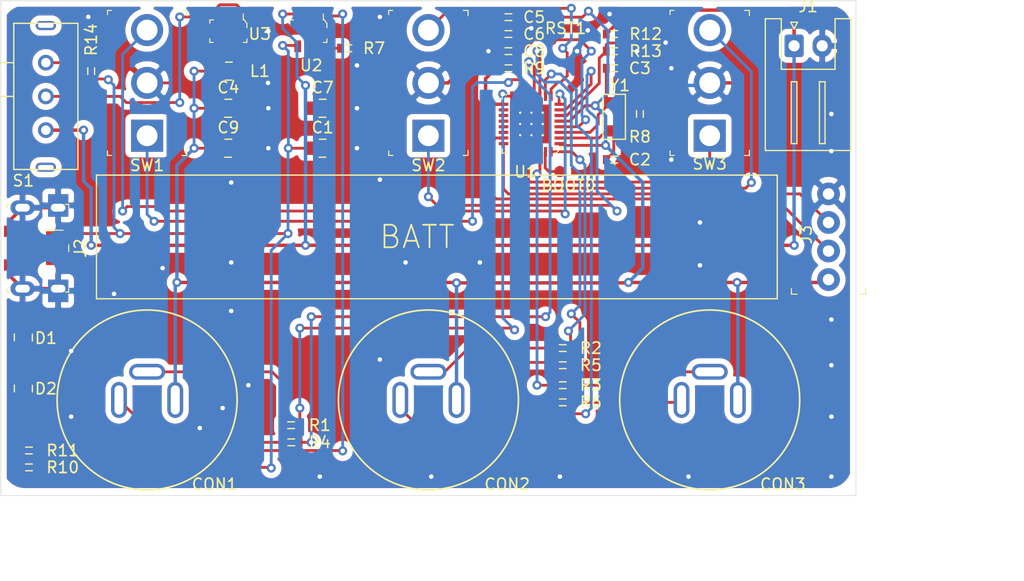
<source format=kicad_pcb>
(kicad_pcb (version 20171130) (host pcbnew "(5.1.9-0-10_14)")

  (general
    (thickness 1.6)
    (drawings 12)
    (tracks 494)
    (zones 0)
    (modules 42)
    (nets 49)
  )

  (page A4)
  (layers
    (0 F.Cu signal hide)
    (31 B.Cu signal hide)
    (32 B.Adhes user)
    (33 F.Adhes user)
    (34 B.Paste user)
    (35 F.Paste user)
    (36 B.SilkS user)
    (37 F.SilkS user)
    (38 B.Mask user)
    (39 F.Mask user)
    (40 Dwgs.User user)
    (41 Cmts.User user)
    (42 Eco1.User user)
    (43 Eco2.User user)
    (44 Edge.Cuts user)
    (45 Margin user)
    (46 B.CrtYd user)
    (47 F.CrtYd user)
    (48 B.Fab user)
    (49 F.Fab user hide)
  )

  (setup
    (last_trace_width 0.25)
    (trace_clearance 0.2)
    (zone_clearance 0.508)
    (zone_45_only no)
    (trace_min 0.2)
    (via_size 0.8)
    (via_drill 0.4)
    (via_min_size 0.4)
    (via_min_drill 0.3)
    (uvia_size 0.3)
    (uvia_drill 0.1)
    (uvias_allowed no)
    (uvia_min_size 0.2)
    (uvia_min_drill 0.1)
    (edge_width 0.05)
    (segment_width 0.2)
    (pcb_text_width 0.3)
    (pcb_text_size 1.5 1.5)
    (mod_edge_width 0.12)
    (mod_text_size 1 1)
    (mod_text_width 0.15)
    (pad_size 0.8 1.8)
    (pad_drill 0.4)
    (pad_to_mask_clearance 0)
    (aux_axis_origin 0 0)
    (grid_origin 14.986 -9.144)
    (visible_elements FFFFFF7F)
    (pcbplotparams
      (layerselection 0x010fc_ffffffff)
      (usegerberextensions false)
      (usegerberattributes true)
      (usegerberadvancedattributes true)
      (creategerberjobfile true)
      (excludeedgelayer true)
      (linewidth 0.100000)
      (plotframeref false)
      (viasonmask false)
      (mode 1)
      (useauxorigin false)
      (hpglpennumber 1)
      (hpglpenspeed 20)
      (hpglpendiameter 15.000000)
      (psnegative false)
      (psa4output false)
      (plotreference true)
      (plotvalue false)
      (plotinvisibletext false)
      (padsonsilk false)
      (subtractmaskfromsilk false)
      (outputformat 1)
      (mirror false)
      (drillshape 0)
      (scaleselection 1)
      (outputdirectory "gerber/"))
  )

  (net 0 "")
  (net 1 GND)
  (net 2 VBUS)
  (net 3 "Net-(C2-Pad1)")
  (net 4 "Net-(C3-Pad1)")
  (net 5 +3V3)
  (net 6 +BATT)
  (net 7 RST)
  (net 8 "Net-(CON1-Pad1)")
  (net 9 "Net-(CON1-Pad2)")
  (net 10 "Net-(CON2-Pad1)")
  (net 11 "Net-(CON2-Pad2)")
  (net 12 "Net-(CON3-Pad1)")
  (net 13 "Net-(CON3-Pad2)")
  (net 14 "Net-(D1-Pad2)")
  (net 15 "Net-(D2-Pad2)")
  (net 16 "Net-(J2-Pad2)")
  (net 17 "Net-(J2-Pad3)")
  (net 18 SWCLK)
  (net 19 SWDIO)
  (net 20 "Net-(L1-Pad1)")
  (net 21 LED1)
  (net 22 LED2)
  (net 23 LED3)
  (net 24 DET1)
  (net 25 DET2)
  (net 26 DET3)
  (net 27 "Net-(R7-Pad1)")
  (net 28 "Net-(R11-Pad2)")
  (net 29 MEAS_VBATT)
  (net 30 SWITCH12)
  (net 31 SWITCH1)
  (net 32 SWITCH22)
  (net 33 SWITCH2)
  (net 34 SWITCH32)
  (net 35 SWITCH3)
  (net 36 "Net-(U1-Pad25)")
  (net 37 "Net-(U1-Pad15)")
  (net 38 "Net-(U1-Pad18)")
  (net 39 "Net-(U1-Pad19)")
  (net 40 "Net-(U1-Pad20)")
  (net 41 "Net-(U1-Pad21)")
  (net 42 "Net-(U1-Pad22)")
  (net 43 "Net-(U1-Pad26)")
  (net 44 "Net-(R14-Pad1)")
  (net 45 +BATT_SWITCHED)
  (net 46 "Net-(U1-Pad27)")
  (net 47 "Net-(U1-Pad14)")
  (net 48 "Net-(BOOT0-Pad1)")

  (net_class Default "This is the default net class."
    (clearance 0.2)
    (trace_width 0.25)
    (via_dia 0.8)
    (via_drill 0.4)
    (uvia_dia 0.3)
    (uvia_drill 0.1)
    (add_net DET1)
    (add_net DET2)
    (add_net DET3)
    (add_net LED1)
    (add_net LED2)
    (add_net LED3)
    (add_net MEAS_VBATT)
    (add_net "Net-(BOOT0-Pad1)")
    (add_net "Net-(C2-Pad1)")
    (add_net "Net-(C3-Pad1)")
    (add_net "Net-(CON1-Pad1)")
    (add_net "Net-(CON1-Pad2)")
    (add_net "Net-(CON2-Pad1)")
    (add_net "Net-(CON2-Pad2)")
    (add_net "Net-(CON3-Pad1)")
    (add_net "Net-(CON3-Pad2)")
    (add_net "Net-(D1-Pad2)")
    (add_net "Net-(D2-Pad2)")
    (add_net "Net-(J2-Pad2)")
    (add_net "Net-(J2-Pad3)")
    (add_net "Net-(L1-Pad1)")
    (add_net "Net-(R11-Pad2)")
    (add_net "Net-(R14-Pad1)")
    (add_net "Net-(R7-Pad1)")
    (add_net "Net-(U1-Pad14)")
    (add_net "Net-(U1-Pad15)")
    (add_net "Net-(U1-Pad18)")
    (add_net "Net-(U1-Pad19)")
    (add_net "Net-(U1-Pad20)")
    (add_net "Net-(U1-Pad21)")
    (add_net "Net-(U1-Pad22)")
    (add_net "Net-(U1-Pad25)")
    (add_net "Net-(U1-Pad26)")
    (add_net "Net-(U1-Pad27)")
    (add_net RST)
    (add_net SWCLK)
    (add_net SWDIO)
    (add_net SWITCH1)
    (add_net SWITCH12)
    (add_net SWITCH2)
    (add_net SWITCH22)
    (add_net SWITCH3)
    (add_net SWITCH32)
    (add_net VBUS)
  )

  (net_class POWER ""
    (clearance 0.2)
    (trace_width 0.3048)
    (via_dia 0.8)
    (via_drill 0.4)
    (uvia_dia 0.3)
    (uvia_drill 0.1)
    (add_net +3V3)
    (add_net +BATT)
    (add_net +BATT_SWITCHED)
    (add_net GND)
  )

  (module MySymbols:428-202569-MG01 (layer F.Cu) (tedit 602ED7AC) (tstamp 6021C389)
    (at 161.544 84.328 90)
    (path /602F463F)
    (fp_text reference Y1 (at 2.794 0.508 180) (layer F.SilkS)
      (effects (font (size 1 1) (thickness 0.15)))
    )
    (fp_text value 32Khz (at 0 4.5 90) (layer F.Fab)
      (effects (font (size 1 1) (thickness 0.15)))
    )
    (fp_line (start 2 -1) (end 2 1) (layer F.SilkS) (width 0.12))
    (fp_line (start 2 1) (end -2 1) (layer F.SilkS) (width 0.12))
    (fp_line (start -2 1) (end -2 -1) (layer F.SilkS) (width 0.12))
    (fp_line (start -2 -1) (end 2 -1) (layer F.SilkS) (width 0.12))
    (pad 2 smd rect (at 1.25 0 90) (size 1 1.8) (layers F.Cu F.Paste F.Mask)
      (net 4 "Net-(C3-Pad1)"))
    (pad 1 smd rect (at -1.25 0 90) (size 1 1.8) (layers F.Cu F.Paste F.Mask)
      (net 3 "Net-(C2-Pad1)"))
    (model ${KISYS3DMOD}/Crystal.3dshapes/Crystal_SMD_MicroCrystal_CC7V-T1A-2Pin_3.2x1.5mm.step
      (offset (xyz 0 -0.1 0))
      (scale (xyz 1 1 1))
      (rotate (xyz 0 0 0))
    )
  )

  (module MySymbols:USB_Micro_B_Female (layer F.Cu) (tedit 602ED58C) (tstamp 602F458E)
    (at 108.966 96.012 270)
    (descr https://cdn.amphenol-icc.com/media/wysiwyg/files/drawing/10103594.pdf)
    (path /60428AF4)
    (attr smd)
    (fp_text reference J2 (at 0 -5.13 270) (layer F.SilkS)
      (effects (font (size 1 1) (thickness 0.15)))
    )
    (fp_text value USB_B_Micro (at 0 2.79 270) (layer F.Fab)
      (effects (font (size 1 1) (thickness 0.15)))
    )
    (fp_line (start 4.68 1.75) (end 4.68 -4.22) (layer F.CrtYd) (width 0.05))
    (fp_line (start -4.68 -4.22) (end 4.68 -4.22) (layer F.CrtYd) (width 0.05))
    (fp_line (start -4.68 1.75) (end 4.68 1.75) (layer F.CrtYd) (width 0.05))
    (fp_line (start -4.68 1.75) (end -4.68 -4.22) (layer F.CrtYd) (width 0.05))
    (fp_line (start -1.6 -3.6) (end -1.6 -2) (layer F.SilkS) (width 0.1))
    (fp_line (start 0 -4.1) (end 0.3 -4.1) (layer F.SilkS) (width 0.1))
    (fp_line (start 0 -4.1) (end -0.3 -4.1) (layer F.SilkS) (width 0.1))
    (fp_line (start 3.9 1.4) (end 3.9 1.1) (layer F.SilkS) (width 0.1))
    (fp_line (start 3.9 1.4) (end 3.6 1.4) (layer F.SilkS) (width 0.1))
    (fp_line (start -3.9 1.4) (end -3.9 1.1) (layer F.SilkS) (width 0.1))
    (fp_line (start -3.9 1.4) (end -3.6 1.4) (layer F.SilkS) (width 0.1))
    (fp_line (start -3.9 -4.1) (end -3.6 -4.1) (layer F.SilkS) (width 0.1))
    (fp_line (start -3.9 -4.1) (end -3.9 -3.8) (layer F.SilkS) (width 0.1))
    (fp_line (start 3.9 -4.1) (end 3.6 -4.1) (layer F.SilkS) (width 0.1))
    (fp_line (start 3.9 -4.1) (end 3.9 -3.8) (layer F.SilkS) (width 0.1))
    (fp_line (start -3.75 1.29) (end 3.75 1.29) (layer F.Fab) (width 0.1))
    (fp_line (start 3.75 -3.97) (end 3.75 1.29) (layer F.Fab) (width 0.1))
    (fp_line (start -3.75 -3.97) (end 3.75 -3.97) (layer F.Fab) (width 0.1))
    (fp_line (start -3.75 -3.97) (end -3.75 1.29) (layer F.Fab) (width 0.1))
    (fp_line (start 3.75 2.15) (end -3.75 2.15) (layer F.SilkS) (width 0.12))
    (pad 5 smd rect (at 1.3 -3.16 270) (size 0.4 2.15) (layers F.Cu F.Paste F.Mask)
      (net 1 GND))
    (pad 4 smd rect (at 0.65 -3.16 270) (size 0.4 2.15) (layers F.Cu F.Paste F.Mask)
      (net 1 GND))
    (pad 3 smd rect (at 0 -3.16 270) (size 0.4 2.15) (layers F.Cu F.Paste F.Mask)
      (net 17 "Net-(J2-Pad3)"))
    (pad 2 smd rect (at -0.65 -3.16 270) (size 0.4 2.15) (layers F.Cu F.Paste F.Mask)
      (net 16 "Net-(J2-Pad2)"))
    (pad SH smd rect (at 1.5 1.15 270) (size 1 1) (layers F.Cu F.Paste F.Mask)
      (net 1 GND))
    (pad "" np_thru_hole circle (at 2 -2.15 270) (size 0.6 0.6) (drill 0.6) (layers *.Cu *.Mask))
    (pad "" np_thru_hole circle (at -2 -2.15 270) (size 0.6 0.6) (drill 0.6) (layers *.Cu *.Mask))
    (pad SH thru_hole oval (at 3.6 0 270) (size 1.3 2.15) (drill oval 0.7 1.3) (layers *.Cu *.Mask)
      (net 1 GND))
    (pad SH thru_hole rect (at 3.6 -3.16 90) (size 2 1.8) (drill oval 0.7 1.3 (offset -0.2 0)) (layers *.Cu *.Mask)
      (net 1 GND))
    (pad SH thru_hole oval (at -3.6 0 270) (size 1.3 2.15) (drill oval 0.7 1.3) (layers *.Cu *.Mask)
      (net 1 GND))
    (pad SH thru_hole rect (at -3.6 -3.16 270) (size 2 1.8) (drill oval 0.7 1.3 (offset -0.2 0)) (layers *.Cu *.Mask)
      (net 1 GND))
    (pad 1 smd rect (at -1.3 -3.16 270) (size 0.4 2.15) (layers F.Cu F.Paste F.Mask)
      (net 2 VBUS))
    (pad SH smd rect (at -1.5 1.15 270) (size 1 1) (layers F.Cu F.Paste F.Mask)
      (net 1 GND))
    (model ${KISYS3DMOD}/Connector_USB.3dshapes/USB_Micro-B_Molex_47346-0001.step
      (offset (xyz 0 2 0))
      (scale (xyz 1 1 1))
      (rotate (xyz 0 0 0))
    )
  )

  (module MySymbols:TestPoint_SMD_R (layer F.Cu) (tedit 602EC615) (tstamp 602F1A6D)
    (at 156.718 91.694)
    (path /603CA33B)
    (fp_text reference BOOT0 (at 0.762 -1.27) (layer F.SilkS)
      (effects (font (size 1 1) (thickness 0.15)))
    )
    (fp_text value TestPoint (at 0 -0.5) (layer F.Fab)
      (effects (font (size 1 1) (thickness 0.15)))
    )
    (pad 1 smd circle (at 0 -2.5) (size 1 1) (layers F.Cu F.Paste F.Mask)
      (net 48 "Net-(BOOT0-Pad1)"))
  )

  (module MySymbols:TestPoint_SMD_R (layer F.Cu) (tedit 602EC615) (tstamp 6021C351)
    (at 155.956 79.97)
    (path /602E0E6F)
    (fp_text reference RST1 (at 1.27 -3.516) (layer F.SilkS)
      (effects (font (size 1 1) (thickness 0.15)))
    )
    (fp_text value TestPoint (at 0 -0.5) (layer F.Fab)
      (effects (font (size 1 1) (thickness 0.15)))
    )
    (pad 1 smd circle (at 0 -2.5) (size 1 1) (layers F.Cu F.Paste F.Mask)
      (net 7 RST))
  )

  (module digikey-footprints:0805 (layer F.Cu) (tedit 5D288D36) (tstamp 6021C0FA)
    (at 127.254 87.122)
    (path /60506A3D)
    (attr smd)
    (fp_text reference C9 (at 0 -1.84) (layer F.SilkS)
      (effects (font (size 1 1) (thickness 0.15)))
    )
    (fp_text value 4,7uF (at 0 1.95) (layer F.Fab)
      (effects (font (size 1 1) (thickness 0.15)))
    )
    (fp_line (start -1.9 0.93) (end 1.9 0.93) (layer F.CrtYd) (width 0.05))
    (fp_line (start -1.9 -0.93) (end 1.9 -0.93) (layer F.CrtYd) (width 0.05))
    (fp_line (start 1.9 0.93) (end 1.9 -0.93) (layer F.CrtYd) (width 0.05))
    (fp_line (start -1.9 0.93) (end -1.9 -0.93) (layer F.CrtYd) (width 0.05))
    (fp_line (start -0.32 0.8) (end 0.28 0.8) (layer F.SilkS) (width 0.12))
    (fp_line (start -0.3 -0.8) (end 0.3 -0.8) (layer F.SilkS) (width 0.12))
    (fp_line (start -0.95 0.68) (end 0.95 0.68) (layer F.Fab) (width 0.12))
    (fp_line (start -0.95 -0.68) (end 0.95 -0.68) (layer F.Fab) (width 0.12))
    (fp_line (start 0.95 -0.675) (end 0.95 0.675) (layer F.Fab) (width 0.12))
    (fp_line (start -0.95 -0.675) (end -0.95 0.675) (layer F.Fab) (width 0.12))
    (pad 1 smd rect (at -1.05 0) (size 1.2 1.2) (layers F.Cu F.Paste F.Mask)
      (net 5 +3V3))
    (pad 2 smd rect (at 1.05 0) (size 1.2 1.2) (layers F.Cu F.Paste F.Mask)
      (net 1 GND))
    (model ${KISYS3DMOD}/Capacitor_SMD.3dshapes/C_0805_2012Metric.step
      (at (xyz 0 0 0))
      (scale (xyz 1 1 1))
      (rotate (xyz 0 0 0))
    )
  )

  (module digikey-footprints:0805 (layer F.Cu) (tedit 5D288D36) (tstamp 6021C0D3)
    (at 135.636 83.566)
    (path /6043A641)
    (attr smd)
    (fp_text reference C7 (at 0 -1.84) (layer F.SilkS)
      (effects (font (size 1 1) (thickness 0.15)))
    )
    (fp_text value 4,7uF (at 0 1.95) (layer F.Fab)
      (effects (font (size 1 1) (thickness 0.15)))
    )
    (fp_line (start -1.9 0.93) (end 1.9 0.93) (layer F.CrtYd) (width 0.05))
    (fp_line (start -1.9 -0.93) (end 1.9 -0.93) (layer F.CrtYd) (width 0.05))
    (fp_line (start 1.9 0.93) (end 1.9 -0.93) (layer F.CrtYd) (width 0.05))
    (fp_line (start -1.9 0.93) (end -1.9 -0.93) (layer F.CrtYd) (width 0.05))
    (fp_line (start -0.32 0.8) (end 0.28 0.8) (layer F.SilkS) (width 0.12))
    (fp_line (start -0.3 -0.8) (end 0.3 -0.8) (layer F.SilkS) (width 0.12))
    (fp_line (start -0.95 0.68) (end 0.95 0.68) (layer F.Fab) (width 0.12))
    (fp_line (start -0.95 -0.68) (end 0.95 -0.68) (layer F.Fab) (width 0.12))
    (fp_line (start 0.95 -0.675) (end 0.95 0.675) (layer F.Fab) (width 0.12))
    (fp_line (start -0.95 -0.675) (end -0.95 0.675) (layer F.Fab) (width 0.12))
    (pad 1 smd rect (at -1.05 0) (size 1.2 1.2) (layers F.Cu F.Paste F.Mask)
      (net 6 +BATT))
    (pad 2 smd rect (at 1.05 0) (size 1.2 1.2) (layers F.Cu F.Paste F.Mask)
      (net 1 GND))
    (model ${KISYS3DMOD}/Capacitor_SMD.3dshapes/C_0603_1608Metric.step
      (at (xyz 0 0 0))
      (scale (xyz 1 1 1))
      (rotate (xyz 0 0 0))
    )
    (model ${KISYS3DMOD}/Capacitor_SMD.3dshapes/C_0805_2012Metric.step
      (at (xyz 0 0 0))
      (scale (xyz 1 1 1))
      (rotate (xyz 0 0 0))
    )
  )

  (module digikey-footprints:0805 (layer F.Cu) (tedit 5D288D36) (tstamp 6021C098)
    (at 127.254 83.566)
    (path /603063AF)
    (attr smd)
    (fp_text reference C4 (at 0 -1.84) (layer F.SilkS)
      (effects (font (size 1 1) (thickness 0.15)))
    )
    (fp_text value 1uF (at 0 1.95) (layer F.Fab)
      (effects (font (size 1 1) (thickness 0.15)))
    )
    (fp_line (start -1.9 0.93) (end 1.9 0.93) (layer F.CrtYd) (width 0.05))
    (fp_line (start -1.9 -0.93) (end 1.9 -0.93) (layer F.CrtYd) (width 0.05))
    (fp_line (start 1.9 0.93) (end 1.9 -0.93) (layer F.CrtYd) (width 0.05))
    (fp_line (start -1.9 0.93) (end -1.9 -0.93) (layer F.CrtYd) (width 0.05))
    (fp_line (start -0.32 0.8) (end 0.28 0.8) (layer F.SilkS) (width 0.12))
    (fp_line (start -0.3 -0.8) (end 0.3 -0.8) (layer F.SilkS) (width 0.12))
    (fp_line (start -0.95 0.68) (end 0.95 0.68) (layer F.Fab) (width 0.12))
    (fp_line (start -0.95 -0.68) (end 0.95 -0.68) (layer F.Fab) (width 0.12))
    (fp_line (start 0.95 -0.675) (end 0.95 0.675) (layer F.Fab) (width 0.12))
    (fp_line (start -0.95 -0.675) (end -0.95 0.675) (layer F.Fab) (width 0.12))
    (pad 1 smd rect (at -1.05 0) (size 1.2 1.2) (layers F.Cu F.Paste F.Mask)
      (net 5 +3V3))
    (pad 2 smd rect (at 1.05 0) (size 1.2 1.2) (layers F.Cu F.Paste F.Mask)
      (net 1 GND))
    (model ${KISYS3DMOD}/Capacitor_SMD.3dshapes/C_0805_2012Metric.step
      (at (xyz 0 0 0))
      (scale (xyz 1 1 1))
      (rotate (xyz 0 0 0))
    )
  )

  (module digikey-footprints:0805 (layer F.Cu) (tedit 5D288D36) (tstamp 6021C05D)
    (at 135.636 87.122)
    (path /60446C89)
    (attr smd)
    (fp_text reference C1 (at 0 -1.84) (layer F.SilkS)
      (effects (font (size 1 1) (thickness 0.15)))
    )
    (fp_text value 4,7uF (at 0 1.95) (layer F.Fab)
      (effects (font (size 1 1) (thickness 0.15)))
    )
    (fp_line (start -1.9 0.93) (end 1.9 0.93) (layer F.CrtYd) (width 0.05))
    (fp_line (start -1.9 -0.93) (end 1.9 -0.93) (layer F.CrtYd) (width 0.05))
    (fp_line (start 1.9 0.93) (end 1.9 -0.93) (layer F.CrtYd) (width 0.05))
    (fp_line (start -1.9 0.93) (end -1.9 -0.93) (layer F.CrtYd) (width 0.05))
    (fp_line (start -0.32 0.8) (end 0.28 0.8) (layer F.SilkS) (width 0.12))
    (fp_line (start -0.3 -0.8) (end 0.3 -0.8) (layer F.SilkS) (width 0.12))
    (fp_line (start -0.95 0.68) (end 0.95 0.68) (layer F.Fab) (width 0.12))
    (fp_line (start -0.95 -0.68) (end 0.95 -0.68) (layer F.Fab) (width 0.12))
    (fp_line (start 0.95 -0.675) (end 0.95 0.675) (layer F.Fab) (width 0.12))
    (fp_line (start -0.95 -0.675) (end -0.95 0.675) (layer F.Fab) (width 0.12))
    (pad 1 smd rect (at -1.05 0) (size 1.2 1.2) (layers F.Cu F.Paste F.Mask)
      (net 2 VBUS))
    (pad 2 smd rect (at 1.05 0) (size 1.2 1.2) (layers F.Cu F.Paste F.Mask)
      (net 1 GND))
    (model ${KISYS3DMOD}/Capacitor_SMD.3dshapes/C_0805_2012Metric.step
      (at (xyz 0 0 0))
      (scale (xyz 1 1 1))
      (rotate (xyz 0 0 0))
    )
  )

  (module digikey-footprints:SOT-753 (layer F.Cu) (tedit 5D28A654) (tstamp 6021C36E)
    (at 134.366 76.708 180)
    (path /60220E3E)
    (attr smd)
    (fp_text reference U2 (at -0.254 -3.048) (layer F.SilkS)
      (effects (font (size 1 1) (thickness 0.15)))
    )
    (fp_text value MCP73832T-2ACI_OT (at 0.35 4.025) (layer F.Fab)
      (effects (font (size 1 1) (thickness 0.15)))
    )
    (fp_line (start -1.825 2.125) (end -1.825 -2.125) (layer F.CrtYd) (width 0.05))
    (fp_line (start 1.825 2.125) (end -1.825 2.125) (layer F.CrtYd) (width 0.05))
    (fp_line (start 1.825 -2.125) (end 1.825 2.125) (layer F.CrtYd) (width 0.05))
    (fp_line (start -1.825 -2.125) (end 1.825 -2.125) (layer F.CrtYd) (width 0.05))
    (fp_line (start -1.325 -1) (end -1.65 -1) (layer F.SilkS) (width 0.1))
    (fp_line (start -1.65 -1) (end -1.65 -0.7) (layer F.SilkS) (width 0.1))
    (fp_line (start 1.325 1) (end 1.65 1) (layer F.SilkS) (width 0.1))
    (fp_line (start 1.65 1) (end 1.65 0.7) (layer F.SilkS) (width 0.1))
    (fp_line (start 1.35 -1) (end 1.65 -1) (layer F.SilkS) (width 0.1))
    (fp_line (start 1.65 -1) (end 1.65 -0.675) (layer F.SilkS) (width 0.1))
    (fp_line (start -1.65 0.675) (end -1.425 1) (layer F.SilkS) (width 0.1))
    (fp_line (start -1.425 1) (end -1.325 1) (layer F.SilkS) (width 0.1))
    (fp_line (start -1.325 1) (end -1.325 1.525) (layer F.SilkS) (width 0.1))
    (fp_line (start -1.65 0.675) (end -1.65 0.3) (layer F.SilkS) (width 0.1))
    (fp_line (start -1.525 0.625) (end -1.525 -0.875) (layer F.Fab) (width 0.1))
    (fp_line (start -1.35 0.875) (end 1.525 0.875) (layer F.Fab) (width 0.1))
    (fp_line (start -1.525 0.625) (end -1.35 0.875) (layer F.Fab) (width 0.1))
    (fp_line (start 1.525 -0.875) (end 1.525 0.875) (layer F.Fab) (width 0.1))
    (fp_line (start -1.525 -0.875) (end 1.525 -0.875) (layer F.Fab) (width 0.1))
    (fp_text user %R (at 0 0.1) (layer F.Fab)
      (effects (font (size 0.75 0.75) (thickness 0.075)))
    )
    (pad 1 smd rect (at -0.95 1.35 180) (size 0.6 1.05) (layers F.Cu F.Paste F.Mask)
      (net 28 "Net-(R11-Pad2)") (solder_mask_margin 0.07))
    (pad 2 smd rect (at 0 1.35 180) (size 0.6 1.05) (layers F.Cu F.Paste F.Mask)
      (net 1 GND) (solder_mask_margin 0.07))
    (pad 3 smd rect (at 0.95 1.35 180) (size 0.6 1.05) (layers F.Cu F.Paste F.Mask)
      (net 6 +BATT) (solder_mask_margin 0.07))
    (pad 4 smd rect (at 0.95 -1.35 180) (size 0.6 1.05) (layers F.Cu F.Paste F.Mask)
      (net 2 VBUS) (solder_mask_margin 0.07))
    (pad 5 smd rect (at -0.95 -1.35 180) (size 0.6 1.05) (layers F.Cu F.Paste F.Mask)
      (net 27 "Net-(R7-Pad1)") (solder_mask_margin 0.07))
    (model ${KISYS3DMOD}/Package_TO_SOT_SMD.3dshapes/SOT-353_SC-70-5.step
      (at (xyz 0 0 0))
      (scale (xyz 1.4 1.4 1.4))
      (rotate (xyz 0 0 -90))
    )
  )

  (module digikey-footprints:Toggle_Switch_100SP1T1B4M2QE (layer F.Cu) (tedit 5AF5CA0B) (tstamp 6021C33B)
    (at 170.034 86.012 90)
    (descr http://spec_sheets.e-switch.com/specs/T111597.pdf)
    (path /6024E1D7)
    (fp_text reference SW3 (at -2.5 0 180) (layer F.SilkS)
      (effects (font (size 1 1) (thickness 0.15)))
    )
    (fp_text value SW_SPDT_MSM (at 4.65 4.82 90) (layer F.Fab)
      (effects (font (size 1 1) (thickness 0.15)))
    )
    (fp_circle (center 4.7 0) (end 4.7 3.4) (layer F.Fab) (width 0.1))
    (fp_line (start 11.3 -3.68) (end 11.3 3.68) (layer F.CrtYd) (width 0.05))
    (fp_line (start 11.3 3.68) (end -1.9 3.68) (layer F.CrtYd) (width 0.05))
    (fp_line (start -1.9 3.68) (end -1.9 -3.68) (layer F.CrtYd) (width 0.05))
    (fp_line (start -1.9 -3.68) (end 11.3 -3.68) (layer F.CrtYd) (width 0.05))
    (fp_line (start 11.15 3.525) (end 11.15 3.1) (layer F.SilkS) (width 0.1))
    (fp_line (start 11.125 3.525) (end 10.675 3.525) (layer F.SilkS) (width 0.1))
    (fp_line (start -1.75 3.525) (end -1.3 3.525) (layer F.SilkS) (width 0.1))
    (fp_line (start -1.75 3.525) (end -1.75 3.1) (layer F.SilkS) (width 0.1))
    (fp_line (start -1.75 -3.525) (end -1.75 -3.15) (layer F.SilkS) (width 0.1))
    (fp_line (start -1.75 -3.525) (end -1.35 -3.525) (layer F.SilkS) (width 0.1))
    (fp_line (start 10.775 -3.525) (end 11.15 -3.525) (layer F.SilkS) (width 0.1))
    (fp_line (start 11.15 -3.525) (end 11.15 -3.175) (layer F.SilkS) (width 0.1))
    (fp_line (start 11.05 3.43) (end 11.05 -3.43) (layer F.Fab) (width 0.1))
    (fp_line (start -1.65 -3.43) (end -1.65 3.43) (layer F.Fab) (width 0.1))
    (fp_line (start -1.65 3.43) (end 11.05 3.43) (layer F.Fab) (width 0.1))
    (fp_line (start -1.65 -3.43) (end 11.05 -3.43) (layer F.Fab) (width 0.1))
    (fp_text user %R (at 4.7 0 90) (layer F.Fab)
      (effects (font (size 1 1) (thickness 0.15)))
    )
    (pad 3 thru_hole circle (at 9.4 0 90) (size 2.85 2.85) (drill 1.85) (layers *.Cu *.Mask)
      (net 34 SWITCH32))
    (pad 2 thru_hole circle (at 4.7 0 90) (size 2.85 2.85) (drill 1.85) (layers *.Cu *.Mask)
      (net 1 GND))
    (pad 1 thru_hole rect (at 0 0 90) (size 2.85 2.85) (drill 1.85) (layers *.Cu *.Mask)
      (net 35 SWITCH3))
  )

  (module digikey-footprints:Toggle_Switch_100SP1T1B4M2QE (layer F.Cu) (tedit 5AF5CA0B) (tstamp 6021C322)
    (at 145.034 86.012 90)
    (descr http://spec_sheets.e-switch.com/specs/T111597.pdf)
    (path /6024DE6D)
    (fp_text reference SW2 (at -2.634 0) (layer F.SilkS)
      (effects (font (size 1 1) (thickness 0.15)))
    )
    (fp_text value SW_SPDT_MSM (at 4.65 4.82 90) (layer F.Fab)
      (effects (font (size 1 1) (thickness 0.15)))
    )
    (fp_circle (center 4.7 0) (end 4.7 3.4) (layer F.Fab) (width 0.1))
    (fp_line (start 11.3 -3.68) (end 11.3 3.68) (layer F.CrtYd) (width 0.05))
    (fp_line (start 11.3 3.68) (end -1.9 3.68) (layer F.CrtYd) (width 0.05))
    (fp_line (start -1.9 3.68) (end -1.9 -3.68) (layer F.CrtYd) (width 0.05))
    (fp_line (start -1.9 -3.68) (end 11.3 -3.68) (layer F.CrtYd) (width 0.05))
    (fp_line (start 11.15 3.525) (end 11.15 3.1) (layer F.SilkS) (width 0.1))
    (fp_line (start 11.125 3.525) (end 10.675 3.525) (layer F.SilkS) (width 0.1))
    (fp_line (start -1.75 3.525) (end -1.3 3.525) (layer F.SilkS) (width 0.1))
    (fp_line (start -1.75 3.525) (end -1.75 3.1) (layer F.SilkS) (width 0.1))
    (fp_line (start -1.75 -3.525) (end -1.75 -3.15) (layer F.SilkS) (width 0.1))
    (fp_line (start -1.75 -3.525) (end -1.35 -3.525) (layer F.SilkS) (width 0.1))
    (fp_line (start 10.775 -3.525) (end 11.15 -3.525) (layer F.SilkS) (width 0.1))
    (fp_line (start 11.15 -3.525) (end 11.15 -3.175) (layer F.SilkS) (width 0.1))
    (fp_line (start 11.05 3.43) (end 11.05 -3.43) (layer F.Fab) (width 0.1))
    (fp_line (start -1.65 -3.43) (end -1.65 3.43) (layer F.Fab) (width 0.1))
    (fp_line (start -1.65 3.43) (end 11.05 3.43) (layer F.Fab) (width 0.1))
    (fp_line (start -1.65 -3.43) (end 11.05 -3.43) (layer F.Fab) (width 0.1))
    (fp_text user %R (at 4.7 0 90) (layer F.Fab)
      (effects (font (size 1 1) (thickness 0.15)))
    )
    (pad 3 thru_hole circle (at 9.4 0 90) (size 2.85 2.85) (drill 1.85) (layers *.Cu *.Mask)
      (net 32 SWITCH22))
    (pad 2 thru_hole circle (at 4.7 0 90) (size 2.85 2.85) (drill 1.85) (layers *.Cu *.Mask)
      (net 1 GND))
    (pad 1 thru_hole rect (at 0 0 90) (size 2.85 2.85) (drill 1.85) (layers *.Cu *.Mask)
      (net 33 SWITCH2))
  )

  (module digikey-footprints:Toggle_Switch_100SP1T1B4M2QE (layer F.Cu) (tedit 5AF5CA0B) (tstamp 6021C309)
    (at 120.034 86.012 90)
    (descr http://spec_sheets.e-switch.com/specs/T111597.pdf)
    (path /6024D1C8)
    (fp_text reference SW1 (at -2.634 0) (layer F.SilkS)
      (effects (font (size 1 1) (thickness 0.15)))
    )
    (fp_text value SW_SPDT_MSM (at 4.65 4.82 90) (layer F.Fab)
      (effects (font (size 1 1) (thickness 0.15)))
    )
    (fp_circle (center 4.7 0) (end 4.7 3.4) (layer F.Fab) (width 0.1))
    (fp_line (start 11.3 -3.68) (end 11.3 3.68) (layer F.CrtYd) (width 0.05))
    (fp_line (start 11.3 3.68) (end -1.9 3.68) (layer F.CrtYd) (width 0.05))
    (fp_line (start -1.9 3.68) (end -1.9 -3.68) (layer F.CrtYd) (width 0.05))
    (fp_line (start -1.9 -3.68) (end 11.3 -3.68) (layer F.CrtYd) (width 0.05))
    (fp_line (start 11.15 3.525) (end 11.15 3.1) (layer F.SilkS) (width 0.1))
    (fp_line (start 11.125 3.525) (end 10.675 3.525) (layer F.SilkS) (width 0.1))
    (fp_line (start -1.75 3.525) (end -1.3 3.525) (layer F.SilkS) (width 0.1))
    (fp_line (start -1.75 3.525) (end -1.75 3.1) (layer F.SilkS) (width 0.1))
    (fp_line (start -1.75 -3.525) (end -1.75 -3.15) (layer F.SilkS) (width 0.1))
    (fp_line (start -1.75 -3.525) (end -1.35 -3.525) (layer F.SilkS) (width 0.1))
    (fp_line (start 10.775 -3.525) (end 11.15 -3.525) (layer F.SilkS) (width 0.1))
    (fp_line (start 11.15 -3.525) (end 11.15 -3.175) (layer F.SilkS) (width 0.1))
    (fp_line (start 11.05 3.43) (end 11.05 -3.43) (layer F.Fab) (width 0.1))
    (fp_line (start -1.65 -3.43) (end -1.65 3.43) (layer F.Fab) (width 0.1))
    (fp_line (start -1.65 3.43) (end 11.05 3.43) (layer F.Fab) (width 0.1))
    (fp_line (start -1.65 -3.43) (end 11.05 -3.43) (layer F.Fab) (width 0.1))
    (fp_text user %R (at 4.7 0 90) (layer F.Fab)
      (effects (font (size 1 1) (thickness 0.15)))
    )
    (pad 3 thru_hole circle (at 9.4 0 90) (size 2.85 2.85) (drill 1.85) (layers *.Cu *.Mask)
      (net 30 SWITCH12))
    (pad 2 thru_hole circle (at 4.7 0 90) (size 2.85 2.85) (drill 1.85) (layers *.Cu *.Mask)
      (net 1 GND))
    (pad 1 thru_hole rect (at 0 0 90) (size 2.85 2.85) (drill 1.85) (layers *.Cu *.Mask)
      (net 31 SWITCH1))
  )

  (module digikey-footprints:0603 (layer F.Cu) (tedit 5D288D2B) (tstamp 6021C2F0)
    (at 161.544 78.486)
    (path /60403C7A)
    (attr smd)
    (fp_text reference R13 (at 2.794 0) (layer F.SilkS)
      (effects (font (size 1 1) (thickness 0.15)))
    )
    (fp_text value 100K (at 0 1.9) (layer F.Fab)
      (effects (font (size 1 1) (thickness 0.15)))
    )
    (fp_line (start 1.11 0.71) (end 1.25 0.71) (layer F.CrtYd) (width 0.05))
    (fp_line (start 1.11 -0.71) (end 1.25 -0.71) (layer F.CrtYd) (width 0.05))
    (fp_line (start -1.11 -0.71) (end -1.25 -0.71) (layer F.CrtYd) (width 0.05))
    (fp_line (start -1.11 0.71) (end -1.25 0.71) (layer F.CrtYd) (width 0.05))
    (fp_line (start -1.11 -0.71) (end 1.11 -0.71) (layer F.CrtYd) (width 0.05))
    (fp_line (start 1.25 -0.71) (end 1.25 0.71) (layer F.CrtYd) (width 0.05))
    (fp_line (start 1.11 0.71) (end -1.11 0.71) (layer F.CrtYd) (width 0.05))
    (fp_line (start -1.25 0.71) (end -1.25 -0.71) (layer F.CrtYd) (width 0.05))
    (fp_line (start -0.3 0.3) (end 0.3 0.3) (layer F.SilkS) (width 0.12))
    (fp_line (start -0.3 -0.3) (end 0.3 -0.3) (layer F.SilkS) (width 0.12))
    (fp_line (start -0.8 -0.4) (end -0.8 0.4) (layer F.Fab) (width 0.12))
    (fp_line (start -0.8 0.4) (end 0.8 0.4) (layer F.Fab) (width 0.12))
    (fp_line (start 0.8 0.4) (end 0.8 -0.4) (layer F.Fab) (width 0.12))
    (fp_line (start 0.8 -0.4) (end -0.8 -0.4) (layer F.Fab) (width 0.12))
    (pad 1 smd rect (at -0.7 0) (size 0.6 0.8) (layers F.Cu F.Paste F.Mask)
      (net 29 MEAS_VBATT))
    (pad 2 smd rect (at 0.7 0) (size 0.6 0.8) (layers F.Cu F.Paste F.Mask)
      (net 1 GND))
    (model ${KISYS3DMOD}/Resistor_SMD.3dshapes/R_0603_1608Metric.step
      (at (xyz 0 0 0))
      (scale (xyz 1 1 1))
      (rotate (xyz 0 0 0))
    )
  )

  (module digikey-footprints:0603 (layer F.Cu) (tedit 5D288D2B) (tstamp 6021C2DC)
    (at 161.544 76.962)
    (path /6040529B)
    (attr smd)
    (fp_text reference R12 (at 2.8 0) (layer F.SilkS)
      (effects (font (size 1 1) (thickness 0.15)))
    )
    (fp_text value 200K (at 0 1.9) (layer F.Fab)
      (effects (font (size 1 1) (thickness 0.15)))
    )
    (fp_line (start 1.11 0.71) (end 1.25 0.71) (layer F.CrtYd) (width 0.05))
    (fp_line (start 1.11 -0.71) (end 1.25 -0.71) (layer F.CrtYd) (width 0.05))
    (fp_line (start -1.11 -0.71) (end -1.25 -0.71) (layer F.CrtYd) (width 0.05))
    (fp_line (start -1.11 0.71) (end -1.25 0.71) (layer F.CrtYd) (width 0.05))
    (fp_line (start -1.11 -0.71) (end 1.11 -0.71) (layer F.CrtYd) (width 0.05))
    (fp_line (start 1.25 -0.71) (end 1.25 0.71) (layer F.CrtYd) (width 0.05))
    (fp_line (start 1.11 0.71) (end -1.11 0.71) (layer F.CrtYd) (width 0.05))
    (fp_line (start -1.25 0.71) (end -1.25 -0.71) (layer F.CrtYd) (width 0.05))
    (fp_line (start -0.3 0.3) (end 0.3 0.3) (layer F.SilkS) (width 0.12))
    (fp_line (start -0.3 -0.3) (end 0.3 -0.3) (layer F.SilkS) (width 0.12))
    (fp_line (start -0.8 -0.4) (end -0.8 0.4) (layer F.Fab) (width 0.12))
    (fp_line (start -0.8 0.4) (end 0.8 0.4) (layer F.Fab) (width 0.12))
    (fp_line (start 0.8 0.4) (end 0.8 -0.4) (layer F.Fab) (width 0.12))
    (fp_line (start 0.8 -0.4) (end -0.8 -0.4) (layer F.Fab) (width 0.12))
    (pad 1 smd rect (at -0.7 0) (size 0.6 0.8) (layers F.Cu F.Paste F.Mask)
      (net 6 +BATT))
    (pad 2 smd rect (at 0.7 0) (size 0.6 0.8) (layers F.Cu F.Paste F.Mask)
      (net 29 MEAS_VBATT))
    (model ${KISYS3DMOD}/Resistor_SMD.3dshapes/R_0603_1608Metric.step
      (at (xyz 0 0 0))
      (scale (xyz 1 1 1))
      (rotate (xyz 0 0 0))
    )
  )

  (module digikey-footprints:0603 (layer F.Cu) (tedit 5D288D2B) (tstamp 6021C2C8)
    (at 109.534 114.012)
    (path /602AF25A)
    (attr smd)
    (fp_text reference R11 (at 3 0) (layer F.SilkS)
      (effects (font (size 1 1) (thickness 0.15)))
    )
    (fp_text value 1K (at 0 1.9) (layer F.Fab)
      (effects (font (size 1 1) (thickness 0.15)))
    )
    (fp_line (start 1.11 0.71) (end 1.25 0.71) (layer F.CrtYd) (width 0.05))
    (fp_line (start 1.11 -0.71) (end 1.25 -0.71) (layer F.CrtYd) (width 0.05))
    (fp_line (start -1.11 -0.71) (end -1.25 -0.71) (layer F.CrtYd) (width 0.05))
    (fp_line (start -1.11 0.71) (end -1.25 0.71) (layer F.CrtYd) (width 0.05))
    (fp_line (start -1.11 -0.71) (end 1.11 -0.71) (layer F.CrtYd) (width 0.05))
    (fp_line (start 1.25 -0.71) (end 1.25 0.71) (layer F.CrtYd) (width 0.05))
    (fp_line (start 1.11 0.71) (end -1.11 0.71) (layer F.CrtYd) (width 0.05))
    (fp_line (start -1.25 0.71) (end -1.25 -0.71) (layer F.CrtYd) (width 0.05))
    (fp_line (start -0.3 0.3) (end 0.3 0.3) (layer F.SilkS) (width 0.12))
    (fp_line (start -0.3 -0.3) (end 0.3 -0.3) (layer F.SilkS) (width 0.12))
    (fp_line (start -0.8 -0.4) (end -0.8 0.4) (layer F.Fab) (width 0.12))
    (fp_line (start -0.8 0.4) (end 0.8 0.4) (layer F.Fab) (width 0.12))
    (fp_line (start 0.8 0.4) (end 0.8 -0.4) (layer F.Fab) (width 0.12))
    (fp_line (start 0.8 -0.4) (end -0.8 -0.4) (layer F.Fab) (width 0.12))
    (pad 1 smd rect (at -0.7 0) (size 0.6 0.8) (layers F.Cu F.Paste F.Mask)
      (net 15 "Net-(D2-Pad2)"))
    (pad 2 smd rect (at 0.7 0) (size 0.6 0.8) (layers F.Cu F.Paste F.Mask)
      (net 28 "Net-(R11-Pad2)"))
    (model ${KISYS3DMOD}/Resistor_SMD.3dshapes/R_0603_1608Metric.step
      (at (xyz 0 0 0))
      (scale (xyz 1 1 1))
      (rotate (xyz 0 0 0))
    )
  )

  (module digikey-footprints:0603 (layer F.Cu) (tedit 5D288D2B) (tstamp 6021C2B4)
    (at 109.534 115.512)
    (path /602AE2E0)
    (attr smd)
    (fp_text reference R10 (at 3 0) (layer F.SilkS)
      (effects (font (size 1 1) (thickness 0.15)))
    )
    (fp_text value 470E (at 0 1.9) (layer F.Fab)
      (effects (font (size 1 1) (thickness 0.15)))
    )
    (fp_line (start 1.11 0.71) (end 1.25 0.71) (layer F.CrtYd) (width 0.05))
    (fp_line (start 1.11 -0.71) (end 1.25 -0.71) (layer F.CrtYd) (width 0.05))
    (fp_line (start -1.11 -0.71) (end -1.25 -0.71) (layer F.CrtYd) (width 0.05))
    (fp_line (start -1.11 0.71) (end -1.25 0.71) (layer F.CrtYd) (width 0.05))
    (fp_line (start -1.11 -0.71) (end 1.11 -0.71) (layer F.CrtYd) (width 0.05))
    (fp_line (start 1.25 -0.71) (end 1.25 0.71) (layer F.CrtYd) (width 0.05))
    (fp_line (start 1.11 0.71) (end -1.11 0.71) (layer F.CrtYd) (width 0.05))
    (fp_line (start -1.25 0.71) (end -1.25 -0.71) (layer F.CrtYd) (width 0.05))
    (fp_line (start -0.3 0.3) (end 0.3 0.3) (layer F.SilkS) (width 0.12))
    (fp_line (start -0.3 -0.3) (end 0.3 -0.3) (layer F.SilkS) (width 0.12))
    (fp_line (start -0.8 -0.4) (end -0.8 0.4) (layer F.Fab) (width 0.12))
    (fp_line (start -0.8 0.4) (end 0.8 0.4) (layer F.Fab) (width 0.12))
    (fp_line (start 0.8 0.4) (end 0.8 -0.4) (layer F.Fab) (width 0.12))
    (fp_line (start 0.8 -0.4) (end -0.8 -0.4) (layer F.Fab) (width 0.12))
    (pad 1 smd rect (at -0.7 0) (size 0.6 0.8) (layers F.Cu F.Paste F.Mask)
      (net 14 "Net-(D1-Pad2)"))
    (pad 2 smd rect (at 0.7 0) (size 0.6 0.8) (layers F.Cu F.Paste F.Mask)
      (net 2 VBUS))
    (model ${KISYS3DMOD}/Resistor_SMD.3dshapes/R_0603_1608Metric.step
      (at (xyz 0 0 0))
      (scale (xyz 1 1 1))
      (rotate (xyz 0 0 0))
    )
  )

  (module digikey-footprints:0603 (layer F.Cu) (tedit 5D288D2B) (tstamp 6021C2A0)
    (at 152.146 80.01)
    (path /602E1D33)
    (attr smd)
    (fp_text reference R9 (at 2.286 0) (layer F.SilkS)
      (effects (font (size 1 1) (thickness 0.15)))
    )
    (fp_text value 1K (at 0 1.9) (layer F.Fab)
      (effects (font (size 1 1) (thickness 0.15)))
    )
    (fp_line (start 1.11 0.71) (end 1.25 0.71) (layer F.CrtYd) (width 0.05))
    (fp_line (start 1.11 -0.71) (end 1.25 -0.71) (layer F.CrtYd) (width 0.05))
    (fp_line (start -1.11 -0.71) (end -1.25 -0.71) (layer F.CrtYd) (width 0.05))
    (fp_line (start -1.11 0.71) (end -1.25 0.71) (layer F.CrtYd) (width 0.05))
    (fp_line (start -1.11 -0.71) (end 1.11 -0.71) (layer F.CrtYd) (width 0.05))
    (fp_line (start 1.25 -0.71) (end 1.25 0.71) (layer F.CrtYd) (width 0.05))
    (fp_line (start 1.11 0.71) (end -1.11 0.71) (layer F.CrtYd) (width 0.05))
    (fp_line (start -1.25 0.71) (end -1.25 -0.71) (layer F.CrtYd) (width 0.05))
    (fp_line (start -0.3 0.3) (end 0.3 0.3) (layer F.SilkS) (width 0.12))
    (fp_line (start -0.3 -0.3) (end 0.3 -0.3) (layer F.SilkS) (width 0.12))
    (fp_line (start -0.8 -0.4) (end -0.8 0.4) (layer F.Fab) (width 0.12))
    (fp_line (start -0.8 0.4) (end 0.8 0.4) (layer F.Fab) (width 0.12))
    (fp_line (start 0.8 0.4) (end 0.8 -0.4) (layer F.Fab) (width 0.12))
    (fp_line (start 0.8 -0.4) (end -0.8 -0.4) (layer F.Fab) (width 0.12))
    (pad 1 smd rect (at -0.7 0) (size 0.6 0.8) (layers F.Cu F.Paste F.Mask)
      (net 5 +3V3))
    (pad 2 smd rect (at 0.7 0) (size 0.6 0.8) (layers F.Cu F.Paste F.Mask)
      (net 7 RST))
    (model ${KISYS3DMOD}/Resistor_SMD.3dshapes/R_0603_1608Metric.step
      (at (xyz 0 0 0))
      (scale (xyz 1 1 1))
      (rotate (xyz 0 0 0))
    )
  )

  (module digikey-footprints:0603 (layer F.Cu) (tedit 5D288D2B) (tstamp 6021C28C)
    (at 163.83 84.074 90)
    (path /603F8E75)
    (attr smd)
    (fp_text reference R8 (at -2.032 0) (layer F.SilkS)
      (effects (font (size 1 1) (thickness 0.15)))
    )
    (fp_text value 1M (at 0 1.9 90) (layer F.Fab)
      (effects (font (size 1 1) (thickness 0.15)))
    )
    (fp_line (start 1.11 0.71) (end 1.25 0.71) (layer F.CrtYd) (width 0.05))
    (fp_line (start 1.11 -0.71) (end 1.25 -0.71) (layer F.CrtYd) (width 0.05))
    (fp_line (start -1.11 -0.71) (end -1.25 -0.71) (layer F.CrtYd) (width 0.05))
    (fp_line (start -1.11 0.71) (end -1.25 0.71) (layer F.CrtYd) (width 0.05))
    (fp_line (start -1.11 -0.71) (end 1.11 -0.71) (layer F.CrtYd) (width 0.05))
    (fp_line (start 1.25 -0.71) (end 1.25 0.71) (layer F.CrtYd) (width 0.05))
    (fp_line (start 1.11 0.71) (end -1.11 0.71) (layer F.CrtYd) (width 0.05))
    (fp_line (start -1.25 0.71) (end -1.25 -0.71) (layer F.CrtYd) (width 0.05))
    (fp_line (start -0.3 0.3) (end 0.3 0.3) (layer F.SilkS) (width 0.12))
    (fp_line (start -0.3 -0.3) (end 0.3 -0.3) (layer F.SilkS) (width 0.12))
    (fp_line (start -0.8 -0.4) (end -0.8 0.4) (layer F.Fab) (width 0.12))
    (fp_line (start -0.8 0.4) (end 0.8 0.4) (layer F.Fab) (width 0.12))
    (fp_line (start 0.8 0.4) (end 0.8 -0.4) (layer F.Fab) (width 0.12))
    (fp_line (start 0.8 -0.4) (end -0.8 -0.4) (layer F.Fab) (width 0.12))
    (pad 1 smd rect (at -0.7 0 90) (size 0.6 0.8) (layers F.Cu F.Paste F.Mask)
      (net 3 "Net-(C2-Pad1)"))
    (pad 2 smd rect (at 0.7 0 90) (size 0.6 0.8) (layers F.Cu F.Paste F.Mask)
      (net 4 "Net-(C3-Pad1)"))
    (model ${KISYS3DMOD}/Resistor_SMD.3dshapes/R_0603_1608Metric.step
      (at (xyz 0 0 0))
      (scale (xyz 1 1 1))
      (rotate (xyz 0 0 0))
    )
  )

  (module digikey-footprints:0603 (layer F.Cu) (tedit 5D288D2B) (tstamp 6021C278)
    (at 137.922 78.232)
    (path /60299759)
    (attr smd)
    (fp_text reference R7 (at 2.286 0) (layer F.SilkS)
      (effects (font (size 1 1) (thickness 0.15)))
    )
    (fp_text value 10K (at 0 1.9) (layer F.Fab)
      (effects (font (size 1 1) (thickness 0.15)))
    )
    (fp_line (start 1.11 0.71) (end 1.25 0.71) (layer F.CrtYd) (width 0.05))
    (fp_line (start 1.11 -0.71) (end 1.25 -0.71) (layer F.CrtYd) (width 0.05))
    (fp_line (start -1.11 -0.71) (end -1.25 -0.71) (layer F.CrtYd) (width 0.05))
    (fp_line (start -1.11 0.71) (end -1.25 0.71) (layer F.CrtYd) (width 0.05))
    (fp_line (start -1.11 -0.71) (end 1.11 -0.71) (layer F.CrtYd) (width 0.05))
    (fp_line (start 1.25 -0.71) (end 1.25 0.71) (layer F.CrtYd) (width 0.05))
    (fp_line (start 1.11 0.71) (end -1.11 0.71) (layer F.CrtYd) (width 0.05))
    (fp_line (start -1.25 0.71) (end -1.25 -0.71) (layer F.CrtYd) (width 0.05))
    (fp_line (start -0.3 0.3) (end 0.3 0.3) (layer F.SilkS) (width 0.12))
    (fp_line (start -0.3 -0.3) (end 0.3 -0.3) (layer F.SilkS) (width 0.12))
    (fp_line (start -0.8 -0.4) (end -0.8 0.4) (layer F.Fab) (width 0.12))
    (fp_line (start -0.8 0.4) (end 0.8 0.4) (layer F.Fab) (width 0.12))
    (fp_line (start 0.8 0.4) (end 0.8 -0.4) (layer F.Fab) (width 0.12))
    (fp_line (start 0.8 -0.4) (end -0.8 -0.4) (layer F.Fab) (width 0.12))
    (pad 1 smd rect (at -0.7 0) (size 0.6 0.8) (layers F.Cu F.Paste F.Mask)
      (net 27 "Net-(R7-Pad1)"))
    (pad 2 smd rect (at 0.7 0) (size 0.6 0.8) (layers F.Cu F.Paste F.Mask)
      (net 1 GND))
    (model ${KISYS3DMOD}/Resistor_SMD.3dshapes/R_0603_1608Metric.step
      (at (xyz 0 0 0))
      (scale (xyz 1 1 1))
      (rotate (xyz 0 0 0))
    )
  )

  (module digikey-footprints:0603 (layer F.Cu) (tedit 5D288D2B) (tstamp 6021C264)
    (at 156.972 109.728 180)
    (path /6025CE8E)
    (attr smd)
    (fp_text reference R6 (at -2.5 0) (layer F.SilkS)
      (effects (font (size 1 1) (thickness 0.15)))
    )
    (fp_text value 10K (at 0 1.9) (layer F.Fab)
      (effects (font (size 1 1) (thickness 0.15)))
    )
    (fp_line (start 1.11 0.71) (end 1.25 0.71) (layer F.CrtYd) (width 0.05))
    (fp_line (start 1.11 -0.71) (end 1.25 -0.71) (layer F.CrtYd) (width 0.05))
    (fp_line (start -1.11 -0.71) (end -1.25 -0.71) (layer F.CrtYd) (width 0.05))
    (fp_line (start -1.11 0.71) (end -1.25 0.71) (layer F.CrtYd) (width 0.05))
    (fp_line (start -1.11 -0.71) (end 1.11 -0.71) (layer F.CrtYd) (width 0.05))
    (fp_line (start 1.25 -0.71) (end 1.25 0.71) (layer F.CrtYd) (width 0.05))
    (fp_line (start 1.11 0.71) (end -1.11 0.71) (layer F.CrtYd) (width 0.05))
    (fp_line (start -1.25 0.71) (end -1.25 -0.71) (layer F.CrtYd) (width 0.05))
    (fp_line (start -0.3 0.3) (end 0.3 0.3) (layer F.SilkS) (width 0.12))
    (fp_line (start -0.3 -0.3) (end 0.3 -0.3) (layer F.SilkS) (width 0.12))
    (fp_line (start -0.8 -0.4) (end -0.8 0.4) (layer F.Fab) (width 0.12))
    (fp_line (start -0.8 0.4) (end 0.8 0.4) (layer F.Fab) (width 0.12))
    (fp_line (start 0.8 0.4) (end 0.8 -0.4) (layer F.Fab) (width 0.12))
    (fp_line (start 0.8 -0.4) (end -0.8 -0.4) (layer F.Fab) (width 0.12))
    (pad 1 smd rect (at -0.7 0 180) (size 0.6 0.8) (layers F.Cu F.Paste F.Mask)
      (net 13 "Net-(CON3-Pad2)"))
    (pad 2 smd rect (at 0.7 0 180) (size 0.6 0.8) (layers F.Cu F.Paste F.Mask)
      (net 26 DET3))
    (model ${KISYS3DMOD}/Resistor_SMD.3dshapes/R_0603_1608Metric.step
      (at (xyz 0 0 0))
      (scale (xyz 1 1 1))
      (rotate (xyz 0 0 0))
    )
  )

  (module digikey-footprints:0603 (layer F.Cu) (tedit 5D288D2B) (tstamp 6021C250)
    (at 156.972 106.426)
    (path /6025DA85)
    (attr smd)
    (fp_text reference R5 (at 2.5 0) (layer F.SilkS)
      (effects (font (size 1 1) (thickness 0.15)))
    )
    (fp_text value 10K (at 0 1.9) (layer F.Fab)
      (effects (font (size 1 1) (thickness 0.15)))
    )
    (fp_line (start 1.11 0.71) (end 1.25 0.71) (layer F.CrtYd) (width 0.05))
    (fp_line (start 1.11 -0.71) (end 1.25 -0.71) (layer F.CrtYd) (width 0.05))
    (fp_line (start -1.11 -0.71) (end -1.25 -0.71) (layer F.CrtYd) (width 0.05))
    (fp_line (start -1.11 0.71) (end -1.25 0.71) (layer F.CrtYd) (width 0.05))
    (fp_line (start -1.11 -0.71) (end 1.11 -0.71) (layer F.CrtYd) (width 0.05))
    (fp_line (start 1.25 -0.71) (end 1.25 0.71) (layer F.CrtYd) (width 0.05))
    (fp_line (start 1.11 0.71) (end -1.11 0.71) (layer F.CrtYd) (width 0.05))
    (fp_line (start -1.25 0.71) (end -1.25 -0.71) (layer F.CrtYd) (width 0.05))
    (fp_line (start -0.3 0.3) (end 0.3 0.3) (layer F.SilkS) (width 0.12))
    (fp_line (start -0.3 -0.3) (end 0.3 -0.3) (layer F.SilkS) (width 0.12))
    (fp_line (start -0.8 -0.4) (end -0.8 0.4) (layer F.Fab) (width 0.12))
    (fp_line (start -0.8 0.4) (end 0.8 0.4) (layer F.Fab) (width 0.12))
    (fp_line (start 0.8 0.4) (end 0.8 -0.4) (layer F.Fab) (width 0.12))
    (fp_line (start 0.8 -0.4) (end -0.8 -0.4) (layer F.Fab) (width 0.12))
    (pad 1 smd rect (at -0.7 0) (size 0.6 0.8) (layers F.Cu F.Paste F.Mask)
      (net 11 "Net-(CON2-Pad2)"))
    (pad 2 smd rect (at 0.7 0) (size 0.6 0.8) (layers F.Cu F.Paste F.Mask)
      (net 25 DET2))
    (model ${KISYS3DMOD}/Resistor_SMD.3dshapes/R_0603_1608Metric.step
      (at (xyz 0 0 0))
      (scale (xyz 1 1 1))
      (rotate (xyz 0 0 0))
    )
  )

  (module digikey-footprints:0603 (layer F.Cu) (tedit 5D288D2B) (tstamp 6021C23C)
    (at 132.842 113.284)
    (path /6025E6DF)
    (attr smd)
    (fp_text reference R4 (at 2.54 0) (layer F.SilkS)
      (effects (font (size 1 1) (thickness 0.15)))
    )
    (fp_text value 10K (at 0 1.9) (layer F.Fab)
      (effects (font (size 1 1) (thickness 0.15)))
    )
    (fp_line (start 1.11 0.71) (end 1.25 0.71) (layer F.CrtYd) (width 0.05))
    (fp_line (start 1.11 -0.71) (end 1.25 -0.71) (layer F.CrtYd) (width 0.05))
    (fp_line (start -1.11 -0.71) (end -1.25 -0.71) (layer F.CrtYd) (width 0.05))
    (fp_line (start -1.11 0.71) (end -1.25 0.71) (layer F.CrtYd) (width 0.05))
    (fp_line (start -1.11 -0.71) (end 1.11 -0.71) (layer F.CrtYd) (width 0.05))
    (fp_line (start 1.25 -0.71) (end 1.25 0.71) (layer F.CrtYd) (width 0.05))
    (fp_line (start 1.11 0.71) (end -1.11 0.71) (layer F.CrtYd) (width 0.05))
    (fp_line (start -1.25 0.71) (end -1.25 -0.71) (layer F.CrtYd) (width 0.05))
    (fp_line (start -0.3 0.3) (end 0.3 0.3) (layer F.SilkS) (width 0.12))
    (fp_line (start -0.3 -0.3) (end 0.3 -0.3) (layer F.SilkS) (width 0.12))
    (fp_line (start -0.8 -0.4) (end -0.8 0.4) (layer F.Fab) (width 0.12))
    (fp_line (start -0.8 0.4) (end 0.8 0.4) (layer F.Fab) (width 0.12))
    (fp_line (start 0.8 0.4) (end 0.8 -0.4) (layer F.Fab) (width 0.12))
    (fp_line (start 0.8 -0.4) (end -0.8 -0.4) (layer F.Fab) (width 0.12))
    (pad 1 smd rect (at -0.7 0) (size 0.6 0.8) (layers F.Cu F.Paste F.Mask)
      (net 9 "Net-(CON1-Pad2)"))
    (pad 2 smd rect (at 0.7 0) (size 0.6 0.8) (layers F.Cu F.Paste F.Mask)
      (net 24 DET1))
    (model ${KISYS3DMOD}/Resistor_SMD.3dshapes/R_0603_1608Metric.step
      (at (xyz 0 0 0))
      (scale (xyz 1 1 1))
      (rotate (xyz 0 0 0))
    )
  )

  (module digikey-footprints:0603 (layer F.Cu) (tedit 5D288D2B) (tstamp 6021C228)
    (at 156.972 108.204 180)
    (path /6024FF14)
    (attr smd)
    (fp_text reference R3 (at -2.5 0) (layer F.SilkS)
      (effects (font (size 1 1) (thickness 0.15)))
    )
    (fp_text value 105E (at 0 1.9) (layer F.Fab)
      (effects (font (size 1 1) (thickness 0.15)))
    )
    (fp_line (start 1.11 0.71) (end 1.25 0.71) (layer F.CrtYd) (width 0.05))
    (fp_line (start 1.11 -0.71) (end 1.25 -0.71) (layer F.CrtYd) (width 0.05))
    (fp_line (start -1.11 -0.71) (end -1.25 -0.71) (layer F.CrtYd) (width 0.05))
    (fp_line (start -1.11 0.71) (end -1.25 0.71) (layer F.CrtYd) (width 0.05))
    (fp_line (start -1.11 -0.71) (end 1.11 -0.71) (layer F.CrtYd) (width 0.05))
    (fp_line (start 1.25 -0.71) (end 1.25 0.71) (layer F.CrtYd) (width 0.05))
    (fp_line (start 1.11 0.71) (end -1.11 0.71) (layer F.CrtYd) (width 0.05))
    (fp_line (start -1.25 0.71) (end -1.25 -0.71) (layer F.CrtYd) (width 0.05))
    (fp_line (start -0.3 0.3) (end 0.3 0.3) (layer F.SilkS) (width 0.12))
    (fp_line (start -0.3 -0.3) (end 0.3 -0.3) (layer F.SilkS) (width 0.12))
    (fp_line (start -0.8 -0.4) (end -0.8 0.4) (layer F.Fab) (width 0.12))
    (fp_line (start -0.8 0.4) (end 0.8 0.4) (layer F.Fab) (width 0.12))
    (fp_line (start 0.8 0.4) (end 0.8 -0.4) (layer F.Fab) (width 0.12))
    (fp_line (start 0.8 -0.4) (end -0.8 -0.4) (layer F.Fab) (width 0.12))
    (pad 1 smd rect (at -0.7 0 180) (size 0.6 0.8) (layers F.Cu F.Paste F.Mask)
      (net 12 "Net-(CON3-Pad1)"))
    (pad 2 smd rect (at 0.7 0 180) (size 0.6 0.8) (layers F.Cu F.Paste F.Mask)
      (net 23 LED3))
    (model ${KISYS3DMOD}/Resistor_SMD.3dshapes/R_0603_1608Metric.step
      (at (xyz 0 0 0))
      (scale (xyz 1 1 1))
      (rotate (xyz 0 0 0))
    )
  )

  (module digikey-footprints:0603 (layer F.Cu) (tedit 5D288D2B) (tstamp 6021C214)
    (at 156.972 104.902 180)
    (path /6024E7D0)
    (attr smd)
    (fp_text reference R2 (at -2.5 0) (layer F.SilkS)
      (effects (font (size 1 1) (thickness 0.15)))
    )
    (fp_text value 105E (at 0 1.9) (layer F.Fab)
      (effects (font (size 1 1) (thickness 0.15)))
    )
    (fp_line (start 1.11 0.71) (end 1.25 0.71) (layer F.CrtYd) (width 0.05))
    (fp_line (start 1.11 -0.71) (end 1.25 -0.71) (layer F.CrtYd) (width 0.05))
    (fp_line (start -1.11 -0.71) (end -1.25 -0.71) (layer F.CrtYd) (width 0.05))
    (fp_line (start -1.11 0.71) (end -1.25 0.71) (layer F.CrtYd) (width 0.05))
    (fp_line (start -1.11 -0.71) (end 1.11 -0.71) (layer F.CrtYd) (width 0.05))
    (fp_line (start 1.25 -0.71) (end 1.25 0.71) (layer F.CrtYd) (width 0.05))
    (fp_line (start 1.11 0.71) (end -1.11 0.71) (layer F.CrtYd) (width 0.05))
    (fp_line (start -1.25 0.71) (end -1.25 -0.71) (layer F.CrtYd) (width 0.05))
    (fp_line (start -0.3 0.3) (end 0.3 0.3) (layer F.SilkS) (width 0.12))
    (fp_line (start -0.3 -0.3) (end 0.3 -0.3) (layer F.SilkS) (width 0.12))
    (fp_line (start -0.8 -0.4) (end -0.8 0.4) (layer F.Fab) (width 0.12))
    (fp_line (start -0.8 0.4) (end 0.8 0.4) (layer F.Fab) (width 0.12))
    (fp_line (start 0.8 0.4) (end 0.8 -0.4) (layer F.Fab) (width 0.12))
    (fp_line (start 0.8 -0.4) (end -0.8 -0.4) (layer F.Fab) (width 0.12))
    (pad 1 smd rect (at -0.7 0 180) (size 0.6 0.8) (layers F.Cu F.Paste F.Mask)
      (net 22 LED2))
    (pad 2 smd rect (at 0.7 0 180) (size 0.6 0.8) (layers F.Cu F.Paste F.Mask)
      (net 10 "Net-(CON2-Pad1)"))
    (model ${KISYS3DMOD}/Resistor_SMD.3dshapes/R_0603_1608Metric.step
      (at (xyz 0 0 0))
      (scale (xyz 1 1 1))
      (rotate (xyz 0 0 0))
    )
  )

  (module digikey-footprints:0603 (layer F.Cu) (tedit 5D288D2B) (tstamp 6021C200)
    (at 132.828 111.76)
    (path /6024F4D7)
    (attr smd)
    (fp_text reference R1 (at 2.554 0) (layer F.SilkS)
      (effects (font (size 1 1) (thickness 0.15)))
    )
    (fp_text value 105E (at 0 1.9) (layer F.Fab)
      (effects (font (size 1 1) (thickness 0.15)))
    )
    (fp_line (start 1.11 0.71) (end 1.25 0.71) (layer F.CrtYd) (width 0.05))
    (fp_line (start 1.11 -0.71) (end 1.25 -0.71) (layer F.CrtYd) (width 0.05))
    (fp_line (start -1.11 -0.71) (end -1.25 -0.71) (layer F.CrtYd) (width 0.05))
    (fp_line (start -1.11 0.71) (end -1.25 0.71) (layer F.CrtYd) (width 0.05))
    (fp_line (start -1.11 -0.71) (end 1.11 -0.71) (layer F.CrtYd) (width 0.05))
    (fp_line (start 1.25 -0.71) (end 1.25 0.71) (layer F.CrtYd) (width 0.05))
    (fp_line (start 1.11 0.71) (end -1.11 0.71) (layer F.CrtYd) (width 0.05))
    (fp_line (start -1.25 0.71) (end -1.25 -0.71) (layer F.CrtYd) (width 0.05))
    (fp_line (start -0.3 0.3) (end 0.3 0.3) (layer F.SilkS) (width 0.12))
    (fp_line (start -0.3 -0.3) (end 0.3 -0.3) (layer F.SilkS) (width 0.12))
    (fp_line (start -0.8 -0.4) (end -0.8 0.4) (layer F.Fab) (width 0.12))
    (fp_line (start -0.8 0.4) (end 0.8 0.4) (layer F.Fab) (width 0.12))
    (fp_line (start 0.8 0.4) (end 0.8 -0.4) (layer F.Fab) (width 0.12))
    (fp_line (start 0.8 -0.4) (end -0.8 -0.4) (layer F.Fab) (width 0.12))
    (pad 1 smd rect (at -0.7 0) (size 0.6 0.8) (layers F.Cu F.Paste F.Mask)
      (net 8 "Net-(CON1-Pad1)"))
    (pad 2 smd rect (at 0.7 0) (size 0.6 0.8) (layers F.Cu F.Paste F.Mask)
      (net 21 LED1))
    (model ${KISYS3DMOD}/Resistor_SMD.3dshapes/R_0603_1608Metric.step
      (at (xyz 0 0 0))
      (scale (xyz 1 1 1))
      (rotate (xyz 0 0 0))
    )
  )

  (module digikey-footprints:0805 (layer F.Cu) (tedit 5D288D36) (tstamp 6021C1EC)
    (at 127.288 80.264 180)
    (path /604EE10C)
    (attr smd)
    (fp_text reference L1 (at -2.76 0 180) (layer F.SilkS)
      (effects (font (size 1 1) (thickness 0.15)))
    )
    (fp_text value 2,2uH (at 0 1.95) (layer F.Fab)
      (effects (font (size 1 1) (thickness 0.15)))
    )
    (fp_line (start -1.9 0.93) (end 1.9 0.93) (layer F.CrtYd) (width 0.05))
    (fp_line (start -1.9 -0.93) (end 1.9 -0.93) (layer F.CrtYd) (width 0.05))
    (fp_line (start 1.9 0.93) (end 1.9 -0.93) (layer F.CrtYd) (width 0.05))
    (fp_line (start -1.9 0.93) (end -1.9 -0.93) (layer F.CrtYd) (width 0.05))
    (fp_line (start -0.32 0.8) (end 0.28 0.8) (layer F.SilkS) (width 0.12))
    (fp_line (start -0.3 -0.8) (end 0.3 -0.8) (layer F.SilkS) (width 0.12))
    (fp_line (start -0.95 0.68) (end 0.95 0.68) (layer F.Fab) (width 0.12))
    (fp_line (start -0.95 -0.68) (end 0.95 -0.68) (layer F.Fab) (width 0.12))
    (fp_line (start 0.95 -0.675) (end 0.95 0.675) (layer F.Fab) (width 0.12))
    (fp_line (start -0.95 -0.675) (end -0.95 0.675) (layer F.Fab) (width 0.12))
    (pad 1 smd rect (at -1.05 0 180) (size 1.2 1.2) (layers F.Cu F.Paste F.Mask)
      (net 20 "Net-(L1-Pad1)"))
    (pad 2 smd rect (at 1.05 0 180) (size 1.2 1.2) (layers F.Cu F.Paste F.Mask)
      (net 5 +3V3))
    (model ${KISYS3DMOD}/Inductor_SMD.3dshapes/L_0805_2012Metric.step
      (offset (xyz 0 -0.09 0))
      (scale (xyz 1 1 1))
      (rotate (xyz 0 0 0))
    )
  )

  (module digikey-footprints:PinHeader_1x4_P2.54mm_Drill1.02mm (layer F.Cu) (tedit 5A43C936) (tstamp 6021C1DC)
    (at 180.594 98.806 90)
    (descr http://www.molex.com/pdm_docs/sd/022232031_sd.pdf)
    (path /6023E390)
    (fp_text reference J3 (at 4 -2 90) (layer F.SilkS)
      (effects (font (size 1 1) (thickness 0.15)))
    )
    (fp_text value Conn_01x04 (at 4.08 4.52 90) (layer F.Fab)
      (effects (font (size 1 1) (thickness 0.15)))
    )
    (fp_line (start 9.06 -3.42) (end 9.06 3.42) (layer F.CrtYd) (width 0.05))
    (fp_line (start 8.81 -3.17) (end 8.81 3.17) (layer F.Fab) (width 0.1))
    (fp_line (start -1.2 3.17) (end 8.81 3.17) (layer F.Fab) (width 0.1))
    (fp_line (start 9.06 3.42) (end -1.45 3.42) (layer F.CrtYd) (width 0.05))
    (fp_line (start -1.45 -3.42) (end -1.45 3.42) (layer F.CrtYd) (width 0.05))
    (fp_line (start 9.06 -3.42) (end -1.45 -3.42) (layer F.CrtYd) (width 0.05))
    (fp_line (start -1.3 -3.3) (end -1.3 -2.8) (layer F.SilkS) (width 0.1))
    (fp_line (start -1.3 -3.3) (end -0.8 -3.3) (layer F.SilkS) (width 0.1))
    (fp_line (start -1.3 3.3) (end -1.3 2.8) (layer F.SilkS) (width 0.1))
    (fp_line (start -1.3 3.3) (end -0.8 3.3) (layer F.SilkS) (width 0.1))
    (fp_line (start -1.2 -3.17) (end -1.2 3.17) (layer F.Fab) (width 0.1))
    (fp_line (start -1.2 -3.17) (end 8.81 -3.17) (layer F.Fab) (width 0.1))
    (fp_text user %R (at 4.17 0 90) (layer F.Fab)
      (effects (font (size 1 1) (thickness 0.15)))
    )
    (pad 4 thru_hole circle (at 7.62 0 90) (size 2.02 2.02) (drill 1.02) (layers *.Cu *.Mask)
      (net 1 GND))
    (pad 3 thru_hole circle (at 5.08 0 90) (size 2.02 2.02) (drill 1.02) (layers *.Cu *.Mask)
      (net 18 SWCLK))
    (pad 2 thru_hole circle (at 2.54 0 90) (size 2.02 2.02) (drill 1.02) (layers *.Cu *.Mask)
      (net 19 SWDIO))
    (pad 1 thru_hole circle (at 0 0 90) (size 2.02 2.02) (drill 1.02) (layers *.Cu *.Mask)
      (net 5 +3V3))
  )

  (module Connector_JST:JST_XH_S2B-XH-A_1x02_P2.50mm_Horizontal (layer F.Cu) (tedit 5C281475) (tstamp 6021C1A6)
    (at 177.534 78.012)
    (descr "JST XH series connector, S2B-XH-A (http://www.jst-mfg.com/product/pdf/eng/eXH.pdf), generated with kicad-footprint-generator")
    (tags "connector JST XH horizontal")
    (path /60232097)
    (fp_text reference J1 (at 1.25 -3.5) (layer F.SilkS)
      (effects (font (size 1 1) (thickness 0.15)))
    )
    (fp_text value Conn_01x02_Male (at 1.25 10.4) (layer F.Fab)
      (effects (font (size 1 1) (thickness 0.15)))
    )
    (fp_line (start -2.95 -2.8) (end -2.95 9.7) (layer F.CrtYd) (width 0.05))
    (fp_line (start -2.95 9.7) (end 5.45 9.7) (layer F.CrtYd) (width 0.05))
    (fp_line (start 5.45 9.7) (end 5.45 -2.8) (layer F.CrtYd) (width 0.05))
    (fp_line (start 5.45 -2.8) (end -2.95 -2.8) (layer F.CrtYd) (width 0.05))
    (fp_line (start 1.25 9.31) (end -2.56 9.31) (layer F.SilkS) (width 0.12))
    (fp_line (start -2.56 9.31) (end -2.56 -2.41) (layer F.SilkS) (width 0.12))
    (fp_line (start -2.56 -2.41) (end -1.14 -2.41) (layer F.SilkS) (width 0.12))
    (fp_line (start -1.14 -2.41) (end -1.14 2.09) (layer F.SilkS) (width 0.12))
    (fp_line (start -1.14 2.09) (end 1.25 2.09) (layer F.SilkS) (width 0.12))
    (fp_line (start 1.25 9.31) (end 5.06 9.31) (layer F.SilkS) (width 0.12))
    (fp_line (start 5.06 9.31) (end 5.06 -2.41) (layer F.SilkS) (width 0.12))
    (fp_line (start 5.06 -2.41) (end 3.64 -2.41) (layer F.SilkS) (width 0.12))
    (fp_line (start 3.64 -2.41) (end 3.64 2.09) (layer F.SilkS) (width 0.12))
    (fp_line (start 3.64 2.09) (end 1.25 2.09) (layer F.SilkS) (width 0.12))
    (fp_line (start 1.25 9.2) (end -2.45 9.2) (layer F.Fab) (width 0.1))
    (fp_line (start -2.45 9.2) (end -2.45 -2.3) (layer F.Fab) (width 0.1))
    (fp_line (start -2.45 -2.3) (end -1.25 -2.3) (layer F.Fab) (width 0.1))
    (fp_line (start -1.25 -2.3) (end -1.25 2.2) (layer F.Fab) (width 0.1))
    (fp_line (start -1.25 2.2) (end 1.25 2.2) (layer F.Fab) (width 0.1))
    (fp_line (start 1.25 9.2) (end 4.95 9.2) (layer F.Fab) (width 0.1))
    (fp_line (start 4.95 9.2) (end 4.95 -2.3) (layer F.Fab) (width 0.1))
    (fp_line (start 4.95 -2.3) (end 3.75 -2.3) (layer F.Fab) (width 0.1))
    (fp_line (start 3.75 -2.3) (end 3.75 2.2) (layer F.Fab) (width 0.1))
    (fp_line (start 3.75 2.2) (end 1.25 2.2) (layer F.Fab) (width 0.1))
    (fp_line (start -0.25 3.2) (end -0.25 8.7) (layer F.SilkS) (width 0.12))
    (fp_line (start -0.25 8.7) (end 0.25 8.7) (layer F.SilkS) (width 0.12))
    (fp_line (start 0.25 8.7) (end 0.25 3.2) (layer F.SilkS) (width 0.12))
    (fp_line (start 0.25 3.2) (end -0.25 3.2) (layer F.SilkS) (width 0.12))
    (fp_line (start 2.25 3.2) (end 2.25 8.7) (layer F.SilkS) (width 0.12))
    (fp_line (start 2.25 8.7) (end 2.75 8.7) (layer F.SilkS) (width 0.12))
    (fp_line (start 2.75 8.7) (end 2.75 3.2) (layer F.SilkS) (width 0.12))
    (fp_line (start 2.75 3.2) (end 2.25 3.2) (layer F.SilkS) (width 0.12))
    (fp_line (start 0 -1.5) (end -0.3 -2.1) (layer F.SilkS) (width 0.12))
    (fp_line (start -0.3 -2.1) (end 0.3 -2.1) (layer F.SilkS) (width 0.12))
    (fp_line (start 0.3 -2.1) (end 0 -1.5) (layer F.SilkS) (width 0.12))
    (fp_line (start -0.625 2.2) (end 0 1.2) (layer F.Fab) (width 0.1))
    (fp_line (start 0 1.2) (end 0.625 2.2) (layer F.Fab) (width 0.1))
    (fp_text user %R (at 1.25 3.45) (layer F.Fab)
      (effects (font (size 1 1) (thickness 0.15)))
    )
    (pad 2 thru_hole oval (at 2.5 0) (size 1.7 2) (drill 1) (layers *.Cu *.Mask)
      (net 1 GND))
    (pad 1 thru_hole roundrect (at 0 0) (size 1.7 2) (drill 1) (layers *.Cu *.Mask) (roundrect_rratio 0.1470588235294118)
      (net 6 +BATT))
    (model ${KISYS3DMOD}/Connector_JST.3dshapes/JST_XH_S2B-XH-A_1x02_P2.50mm_Horizontal.wrl
      (at (xyz 0 0 0))
      (scale (xyz 1 1 1))
      (rotate (xyz 0 0 0))
    )
  )

  (module digikey-footprints:0805 (layer F.Cu) (tedit 5D288D36) (tstamp 6021C17A)
    (at 109.034 108.512 270)
    (path /602A475E)
    (attr smd)
    (fp_text reference D2 (at 0 -2) (layer F.SilkS)
      (effects (font (size 1 1) (thickness 0.15)))
    )
    (fp_text value LED (at 0 1.95 90) (layer F.Fab)
      (effects (font (size 1 1) (thickness 0.15)))
    )
    (fp_line (start -1.9 0.93) (end 1.9 0.93) (layer F.CrtYd) (width 0.05))
    (fp_line (start -1.9 -0.93) (end 1.9 -0.93) (layer F.CrtYd) (width 0.05))
    (fp_line (start 1.9 0.93) (end 1.9 -0.93) (layer F.CrtYd) (width 0.05))
    (fp_line (start -1.9 0.93) (end -1.9 -0.93) (layer F.CrtYd) (width 0.05))
    (fp_line (start -0.32 0.8) (end 0.28 0.8) (layer F.SilkS) (width 0.12))
    (fp_line (start -0.3 -0.8) (end 0.3 -0.8) (layer F.SilkS) (width 0.12))
    (fp_line (start -0.95 0.68) (end 0.95 0.68) (layer F.Fab) (width 0.12))
    (fp_line (start -0.95 -0.68) (end 0.95 -0.68) (layer F.Fab) (width 0.12))
    (fp_line (start 0.95 -0.675) (end 0.95 0.675) (layer F.Fab) (width 0.12))
    (fp_line (start -0.95 -0.675) (end -0.95 0.675) (layer F.Fab) (width 0.12))
    (pad 1 smd rect (at -1.05 0 270) (size 1.2 1.2) (layers F.Cu F.Paste F.Mask)
      (net 1 GND))
    (pad 2 smd rect (at 1.05 0 270) (size 1.2 1.2) (layers F.Cu F.Paste F.Mask)
      (net 15 "Net-(D2-Pad2)"))
    (model ${KISYS3DMOD}/LED_SMD.3dshapes/LED_0805_2012Metric_Castellated.step
      (at (xyz 0 0 0))
      (scale (xyz 1 1 1))
      (rotate (xyz 0 0 0))
    )
  )

  (module digikey-footprints:0805 (layer F.Cu) (tedit 5D288D36) (tstamp 6021C16A)
    (at 109.034 103.962 270)
    (path /602A57C9)
    (attr smd)
    (fp_text reference D1 (at 0.05 -2) (layer F.SilkS)
      (effects (font (size 1 1) (thickness 0.15)))
    )
    (fp_text value LED (at 0 1.95 90) (layer F.Fab)
      (effects (font (size 1 1) (thickness 0.15)))
    )
    (fp_line (start -1.9 0.93) (end 1.9 0.93) (layer F.CrtYd) (width 0.05))
    (fp_line (start -1.9 -0.93) (end 1.9 -0.93) (layer F.CrtYd) (width 0.05))
    (fp_line (start 1.9 0.93) (end 1.9 -0.93) (layer F.CrtYd) (width 0.05))
    (fp_line (start -1.9 0.93) (end -1.9 -0.93) (layer F.CrtYd) (width 0.05))
    (fp_line (start -0.32 0.8) (end 0.28 0.8) (layer F.SilkS) (width 0.12))
    (fp_line (start -0.3 -0.8) (end 0.3 -0.8) (layer F.SilkS) (width 0.12))
    (fp_line (start -0.95 0.68) (end 0.95 0.68) (layer F.Fab) (width 0.12))
    (fp_line (start -0.95 -0.68) (end 0.95 -0.68) (layer F.Fab) (width 0.12))
    (fp_line (start 0.95 -0.675) (end 0.95 0.675) (layer F.Fab) (width 0.12))
    (fp_line (start -0.95 -0.675) (end -0.95 0.675) (layer F.Fab) (width 0.12))
    (pad 1 smd rect (at -1.05 0 270) (size 1.2 1.2) (layers F.Cu F.Paste F.Mask)
      (net 1 GND))
    (pad 2 smd rect (at 1.05 0 270) (size 1.2 1.2) (layers F.Cu F.Paste F.Mask)
      (net 14 "Net-(D1-Pad2)"))
    (model ${KISYS3DMOD}/LED_SMD.3dshapes/LED_0805_2012Metric_Castellated.step
      (at (xyz 0 0 0))
      (scale (xyz 1 1 1))
      (rotate (xyz 0 0 0))
    )
  )

  (module digikey-footprints:0603 (layer F.Cu) (tedit 5D288D2B) (tstamp 6021C0E7)
    (at 152.146 78.486 180)
    (path /602F7127)
    (attr smd)
    (fp_text reference C8 (at -2.286 0) (layer F.SilkS)
      (effects (font (size 1 1) (thickness 0.15)))
    )
    (fp_text value 100nF (at 0 1.9) (layer F.Fab)
      (effects (font (size 1 1) (thickness 0.15)))
    )
    (fp_line (start 1.11 0.71) (end 1.25 0.71) (layer F.CrtYd) (width 0.05))
    (fp_line (start 1.11 -0.71) (end 1.25 -0.71) (layer F.CrtYd) (width 0.05))
    (fp_line (start -1.11 -0.71) (end -1.25 -0.71) (layer F.CrtYd) (width 0.05))
    (fp_line (start -1.11 0.71) (end -1.25 0.71) (layer F.CrtYd) (width 0.05))
    (fp_line (start -1.11 -0.71) (end 1.11 -0.71) (layer F.CrtYd) (width 0.05))
    (fp_line (start 1.25 -0.71) (end 1.25 0.71) (layer F.CrtYd) (width 0.05))
    (fp_line (start 1.11 0.71) (end -1.11 0.71) (layer F.CrtYd) (width 0.05))
    (fp_line (start -1.25 0.71) (end -1.25 -0.71) (layer F.CrtYd) (width 0.05))
    (fp_line (start -0.3 0.3) (end 0.3 0.3) (layer F.SilkS) (width 0.12))
    (fp_line (start -0.3 -0.3) (end 0.3 -0.3) (layer F.SilkS) (width 0.12))
    (fp_line (start -0.8 -0.4) (end -0.8 0.4) (layer F.Fab) (width 0.12))
    (fp_line (start -0.8 0.4) (end 0.8 0.4) (layer F.Fab) (width 0.12))
    (fp_line (start 0.8 0.4) (end 0.8 -0.4) (layer F.Fab) (width 0.12))
    (fp_line (start 0.8 -0.4) (end -0.8 -0.4) (layer F.Fab) (width 0.12))
    (pad 1 smd rect (at -0.7 0 180) (size 0.6 0.8) (layers F.Cu F.Paste F.Mask)
      (net 7 RST))
    (pad 2 smd rect (at 0.7 0 180) (size 0.6 0.8) (layers F.Cu F.Paste F.Mask)
      (net 1 GND))
    (model ${KISYS3DMOD}/Capacitor_SMD.3dshapes/C_0603_1608Metric.step
      (at (xyz 0 0 0))
      (scale (xyz 1 1 1))
      (rotate (xyz 0 0 0))
    )
  )

  (module digikey-footprints:0603 (layer F.Cu) (tedit 5D288D2B) (tstamp 6021C0C0)
    (at 152.146 76.962 180)
    (path /603026D2)
    (attr smd)
    (fp_text reference C6 (at -2.286 0) (layer F.SilkS)
      (effects (font (size 1 1) (thickness 0.15)))
    )
    (fp_text value 100nF (at 0 1.9) (layer F.Fab)
      (effects (font (size 1 1) (thickness 0.15)))
    )
    (fp_line (start 1.11 0.71) (end 1.25 0.71) (layer F.CrtYd) (width 0.05))
    (fp_line (start 1.11 -0.71) (end 1.25 -0.71) (layer F.CrtYd) (width 0.05))
    (fp_line (start -1.11 -0.71) (end -1.25 -0.71) (layer F.CrtYd) (width 0.05))
    (fp_line (start -1.11 0.71) (end -1.25 0.71) (layer F.CrtYd) (width 0.05))
    (fp_line (start -1.11 -0.71) (end 1.11 -0.71) (layer F.CrtYd) (width 0.05))
    (fp_line (start 1.25 -0.71) (end 1.25 0.71) (layer F.CrtYd) (width 0.05))
    (fp_line (start 1.11 0.71) (end -1.11 0.71) (layer F.CrtYd) (width 0.05))
    (fp_line (start -1.25 0.71) (end -1.25 -0.71) (layer F.CrtYd) (width 0.05))
    (fp_line (start -0.3 0.3) (end 0.3 0.3) (layer F.SilkS) (width 0.12))
    (fp_line (start -0.3 -0.3) (end 0.3 -0.3) (layer F.SilkS) (width 0.12))
    (fp_line (start -0.8 -0.4) (end -0.8 0.4) (layer F.Fab) (width 0.12))
    (fp_line (start -0.8 0.4) (end 0.8 0.4) (layer F.Fab) (width 0.12))
    (fp_line (start 0.8 0.4) (end 0.8 -0.4) (layer F.Fab) (width 0.12))
    (fp_line (start 0.8 -0.4) (end -0.8 -0.4) (layer F.Fab) (width 0.12))
    (pad 1 smd rect (at -0.7 0 180) (size 0.6 0.8) (layers F.Cu F.Paste F.Mask)
      (net 5 +3V3))
    (pad 2 smd rect (at 0.7 0 180) (size 0.6 0.8) (layers F.Cu F.Paste F.Mask)
      (net 1 GND))
    (model ${KISYS3DMOD}/Capacitor_SMD.3dshapes/C_0603_1608Metric.step
      (at (xyz 0 0 0))
      (scale (xyz 1 1 1))
      (rotate (xyz 0 0 0))
    )
  )

  (module digikey-footprints:0603 (layer F.Cu) (tedit 5D288D2B) (tstamp 6021C0AC)
    (at 152.146 75.464 180)
    (path /603022A1)
    (attr smd)
    (fp_text reference C5 (at -2.286 0 180) (layer F.SilkS)
      (effects (font (size 1 1) (thickness 0.15)))
    )
    (fp_text value 100nF (at 0 1.9) (layer F.Fab)
      (effects (font (size 1 1) (thickness 0.15)))
    )
    (fp_line (start 1.11 0.71) (end 1.25 0.71) (layer F.CrtYd) (width 0.05))
    (fp_line (start 1.11 -0.71) (end 1.25 -0.71) (layer F.CrtYd) (width 0.05))
    (fp_line (start -1.11 -0.71) (end -1.25 -0.71) (layer F.CrtYd) (width 0.05))
    (fp_line (start -1.11 0.71) (end -1.25 0.71) (layer F.CrtYd) (width 0.05))
    (fp_line (start -1.11 -0.71) (end 1.11 -0.71) (layer F.CrtYd) (width 0.05))
    (fp_line (start 1.25 -0.71) (end 1.25 0.71) (layer F.CrtYd) (width 0.05))
    (fp_line (start 1.11 0.71) (end -1.11 0.71) (layer F.CrtYd) (width 0.05))
    (fp_line (start -1.25 0.71) (end -1.25 -0.71) (layer F.CrtYd) (width 0.05))
    (fp_line (start -0.3 0.3) (end 0.3 0.3) (layer F.SilkS) (width 0.12))
    (fp_line (start -0.3 -0.3) (end 0.3 -0.3) (layer F.SilkS) (width 0.12))
    (fp_line (start -0.8 -0.4) (end -0.8 0.4) (layer F.Fab) (width 0.12))
    (fp_line (start -0.8 0.4) (end 0.8 0.4) (layer F.Fab) (width 0.12))
    (fp_line (start 0.8 0.4) (end 0.8 -0.4) (layer F.Fab) (width 0.12))
    (fp_line (start 0.8 -0.4) (end -0.8 -0.4) (layer F.Fab) (width 0.12))
    (pad 1 smd rect (at -0.7 0 180) (size 0.6 0.8) (layers F.Cu F.Paste F.Mask)
      (net 5 +3V3))
    (pad 2 smd rect (at 0.7 0 180) (size 0.6 0.8) (layers F.Cu F.Paste F.Mask)
      (net 1 GND))
    (model ${KISYS3DMOD}/Capacitor_SMD.3dshapes/C_0603_1608Metric.step
      (at (xyz 0 0 0))
      (scale (xyz 1 1 1))
      (rotate (xyz 0 0 0))
    )
  )

  (module digikey-footprints:0603 (layer F.Cu) (tedit 5D288D2B) (tstamp 6021C085)
    (at 161.544 80.01)
    (path /603CB8C0)
    (attr smd)
    (fp_text reference C3 (at 2.286 0) (layer F.SilkS)
      (effects (font (size 1 1) (thickness 0.15)))
    )
    (fp_text value 4,3pF (at 0 1.9) (layer F.Fab)
      (effects (font (size 1 1) (thickness 0.15)))
    )
    (fp_line (start 1.11 0.71) (end 1.25 0.71) (layer F.CrtYd) (width 0.05))
    (fp_line (start 1.11 -0.71) (end 1.25 -0.71) (layer F.CrtYd) (width 0.05))
    (fp_line (start -1.11 -0.71) (end -1.25 -0.71) (layer F.CrtYd) (width 0.05))
    (fp_line (start -1.11 0.71) (end -1.25 0.71) (layer F.CrtYd) (width 0.05))
    (fp_line (start -1.11 -0.71) (end 1.11 -0.71) (layer F.CrtYd) (width 0.05))
    (fp_line (start 1.25 -0.71) (end 1.25 0.71) (layer F.CrtYd) (width 0.05))
    (fp_line (start 1.11 0.71) (end -1.11 0.71) (layer F.CrtYd) (width 0.05))
    (fp_line (start -1.25 0.71) (end -1.25 -0.71) (layer F.CrtYd) (width 0.05))
    (fp_line (start -0.3 0.3) (end 0.3 0.3) (layer F.SilkS) (width 0.12))
    (fp_line (start -0.3 -0.3) (end 0.3 -0.3) (layer F.SilkS) (width 0.12))
    (fp_line (start -0.8 -0.4) (end -0.8 0.4) (layer F.Fab) (width 0.12))
    (fp_line (start -0.8 0.4) (end 0.8 0.4) (layer F.Fab) (width 0.12))
    (fp_line (start 0.8 0.4) (end 0.8 -0.4) (layer F.Fab) (width 0.12))
    (fp_line (start 0.8 -0.4) (end -0.8 -0.4) (layer F.Fab) (width 0.12))
    (pad 1 smd rect (at -0.7 0) (size 0.6 0.8) (layers F.Cu F.Paste F.Mask)
      (net 4 "Net-(C3-Pad1)"))
    (pad 2 smd rect (at 0.7 0) (size 0.6 0.8) (layers F.Cu F.Paste F.Mask)
      (net 1 GND))
    (model ${KISYS3DMOD}/Capacitor_SMD.3dshapes/C_0603_1608Metric.step
      (at (xyz 0 0 0))
      (scale (xyz 1 1 1))
      (rotate (xyz 0 0 0))
    )
  )

  (module digikey-footprints:0603 (layer F.Cu) (tedit 5D288D2B) (tstamp 6021C071)
    (at 161.544 88.138)
    (path /603CA5B8)
    (attr smd)
    (fp_text reference C2 (at 2.286 0) (layer F.SilkS)
      (effects (font (size 1 1) (thickness 0.15)))
    )
    (fp_text value 4,3pF (at 0 1.9) (layer F.Fab)
      (effects (font (size 1 1) (thickness 0.15)))
    )
    (fp_line (start 1.11 0.71) (end 1.25 0.71) (layer F.CrtYd) (width 0.05))
    (fp_line (start 1.11 -0.71) (end 1.25 -0.71) (layer F.CrtYd) (width 0.05))
    (fp_line (start -1.11 -0.71) (end -1.25 -0.71) (layer F.CrtYd) (width 0.05))
    (fp_line (start -1.11 0.71) (end -1.25 0.71) (layer F.CrtYd) (width 0.05))
    (fp_line (start -1.11 -0.71) (end 1.11 -0.71) (layer F.CrtYd) (width 0.05))
    (fp_line (start 1.25 -0.71) (end 1.25 0.71) (layer F.CrtYd) (width 0.05))
    (fp_line (start 1.11 0.71) (end -1.11 0.71) (layer F.CrtYd) (width 0.05))
    (fp_line (start -1.25 0.71) (end -1.25 -0.71) (layer F.CrtYd) (width 0.05))
    (fp_line (start -0.3 0.3) (end 0.3 0.3) (layer F.SilkS) (width 0.12))
    (fp_line (start -0.3 -0.3) (end 0.3 -0.3) (layer F.SilkS) (width 0.12))
    (fp_line (start -0.8 -0.4) (end -0.8 0.4) (layer F.Fab) (width 0.12))
    (fp_line (start -0.8 0.4) (end 0.8 0.4) (layer F.Fab) (width 0.12))
    (fp_line (start 0.8 0.4) (end 0.8 -0.4) (layer F.Fab) (width 0.12))
    (fp_line (start 0.8 -0.4) (end -0.8 -0.4) (layer F.Fab) (width 0.12))
    (pad 1 smd rect (at -0.7 0) (size 0.6 0.8) (layers F.Cu F.Paste F.Mask)
      (net 3 "Net-(C2-Pad1)"))
    (pad 2 smd rect (at 0.7 0) (size 0.6 0.8) (layers F.Cu F.Paste F.Mask)
      (net 1 GND))
    (model ${KISYS3DMOD}/Capacitor_SMD.3dshapes/C_0603_1608Metric.step
      (at (xyz 0 0 0))
      (scale (xyz 1 1 1))
      (rotate (xyz 0 0 0))
    )
  )

  (module MySymbols:3,5mm_straight_circular (layer F.Cu) (tedit 6027E55C) (tstamp 6027EEA6)
    (at 120.034 109.512)
    (path /6021CA8A)
    (fp_text reference CON1 (at 6 7.5) (layer F.SilkS)
      (effects (font (size 1 1) (thickness 0.15)))
    )
    (fp_text value SJ1-3523N (at 0 3) (layer F.Fab)
      (effects (font (size 1 1) (thickness 0.15)))
    )
    (fp_circle (center 0 0) (end 8 0) (layer F.SilkS) (width 0.15))
    (pad 1 thru_hole oval (at 0 -2.5) (size 3.2 1.4) (drill oval 2.6 0.8) (layers *.Cu *.Mask)
      (net 8 "Net-(CON1-Pad1)") (die_length 1))
    (pad 2 thru_hole oval (at -2.5 0 90) (size 3.2 1.4) (drill oval 2.6 0.8) (layers *.Cu *.Mask)
      (net 9 "Net-(CON1-Pad2)") (die_length 1))
    (pad 3 thru_hole oval (at 2.5 0 90) (size 3.2 1.4) (drill oval 2.6 0.8) (layers *.Cu *.Mask)
      (net 5 +3V3) (die_length 1))
  )

  (module MySymbols:3,5mm_straight_circular (layer F.Cu) (tedit 6027E55C) (tstamp 6027EEAD)
    (at 145.034 109.512)
    (path /6021DB86)
    (fp_text reference CON2 (at 7 7.5) (layer F.SilkS)
      (effects (font (size 1 1) (thickness 0.15)))
    )
    (fp_text value SJ1-3523N (at 0 3) (layer F.Fab)
      (effects (font (size 1 1) (thickness 0.15)))
    )
    (fp_circle (center 0 0) (end 8 0) (layer F.SilkS) (width 0.15))
    (pad 1 thru_hole oval (at 0 -2.5) (size 3.2 1.4) (drill oval 2.6 0.8) (layers *.Cu *.Mask)
      (net 10 "Net-(CON2-Pad1)") (die_length 1))
    (pad 2 thru_hole oval (at -2.5 0 90) (size 3.2 1.4) (drill oval 2.6 0.8) (layers *.Cu *.Mask)
      (net 11 "Net-(CON2-Pad2)") (die_length 1))
    (pad 3 thru_hole oval (at 2.5 0 90) (size 3.2 1.4) (drill oval 2.6 0.8) (layers *.Cu *.Mask)
      (net 5 +3V3) (die_length 1))
  )

  (module MySymbols:3,5mm_straight_circular (layer F.Cu) (tedit 6027E55C) (tstamp 6027EEB4)
    (at 170.034 109.512)
    (path /6021F7DC)
    (fp_text reference CON3 (at 6.5 7.5) (layer F.SilkS)
      (effects (font (size 1 1) (thickness 0.15)))
    )
    (fp_text value SJ1-3523N (at 0 3) (layer F.Fab)
      (effects (font (size 1 1) (thickness 0.15)))
    )
    (fp_circle (center 0 0) (end 8 0) (layer F.SilkS) (width 0.15))
    (pad 3 thru_hole oval (at 2.5 0 90) (size 3.2 1.4) (drill oval 2.6 0.8) (layers *.Cu *.Mask)
      (net 5 +3V3) (die_length 1))
    (pad 2 thru_hole oval (at -2.5 0 90) (size 3.2 1.4) (drill oval 2.6 0.8) (layers *.Cu *.Mask)
      (net 13 "Net-(CON3-Pad2)") (die_length 1))
    (pad 1 thru_hole oval (at 0 -2.5) (size 3.2 1.4) (drill oval 2.6 0.8) (layers *.Cu *.Mask)
      (net 12 "Net-(CON3-Pad1)") (die_length 1))
  )

  (module digikey-footprints:QFN-32-1EP_5x5mm (layer F.Cu) (tedit 602935AB) (tstamp 6028031E)
    (at 153.67 84.512 180)
    (path /6032319F)
    (attr smd)
    (fp_text reference U1 (at 0 -4.71) (layer F.SilkS)
      (effects (font (size 1 1) (thickness 0.15)))
    )
    (fp_text value STM32L031K6Ux (at 0 4.51) (layer F.Fab)
      (effects (font (size 1 1) (thickness 0.15)))
    )
    (fp_line (start 1.98 2.05) (end -3.02 2.05) (layer F.Fab) (width 0.1))
    (fp_line (start 1.98 -2.95) (end 1.98 2.05) (layer F.Fab) (width 0.1))
    (fp_line (start 2.08 2.15) (end 1.68 2.15) (layer F.SilkS) (width 0.1))
    (fp_line (start 2.08 1.75) (end 2.08 2.15) (layer F.SilkS) (width 0.1))
    (fp_line (start 2.08 -3.05) (end 2.08 -2.65) (layer F.SilkS) (width 0.1))
    (fp_line (start 2.08 -3.05) (end 1.68 -3.05) (layer F.SilkS) (width 0.1))
    (fp_line (start -3.12 2.15) (end -3.12 1.75) (layer F.SilkS) (width 0.1))
    (fp_line (start -2.72 2.15) (end -3.12 2.15) (layer F.SilkS) (width 0.1))
    (fp_line (start -2.62 -2.95) (end -3.02 -2.55) (layer F.Fab) (width 0.1))
    (fp_line (start -3.02 -2.55) (end -3.02 2.05) (layer F.Fab) (width 0.1))
    (fp_line (start -2.62 -2.95) (end 1.98 -2.95) (layer F.Fab) (width 0.1))
    (fp_line (start -3.12 -2.45) (end -3.32 -2.45) (layer F.SilkS) (width 0.1))
    (fp_line (start -3.12 -2.65) (end -3.12 -2.45) (layer F.SilkS) (width 0.1))
    (fp_line (start -2.72 -3.05) (end -3.12 -2.65) (layer F.SilkS) (width 0.1))
    (fp_line (start -2.52 -3.05) (end -2.72 -3.05) (layer F.SilkS) (width 0.1))
    (fp_line (start 2.61 2.68) (end -3.65 2.68) (layer F.CrtYd) (width 0.05))
    (fp_line (start 2.61 -3.58) (end -3.65 -3.58) (layer F.CrtYd) (width 0.05))
    (fp_line (start 2.61 -3.58) (end 2.61 2.68) (layer F.CrtYd) (width 0.05))
    (fp_line (start -3.65 2.68) (end -3.65 -3.58) (layer F.CrtYd) (width 0.05))
    (fp_text user %R (at -0.52 -0.45) (layer F.Fab)
      (effects (font (size 1 1) (thickness 0.15)))
    )
    (pad 25 smd rect (at 1.23 -2.925 90) (size 0.85 0.28) (layers F.Cu F.Paste F.Mask)
      (net 36 "Net-(U1-Pad25)") (solder_mask_margin 0.07))
    (pad 17 smd rect (at 1.955 1.3 90) (size 0.28 0.85) (layers F.Cu F.Paste F.Mask)
      (net 5 +3V3) (solder_mask_margin 0.07))
    (pad 9 smd rect (at -2.27 2.025 90) (size 0.85 0.28) (layers F.Cu F.Paste F.Mask)
      (net 32 SWITCH22) (solder_mask_margin 0.07))
    (pad 33 smd rect (at -0.52 -0.45 90) (size 3.45 3.45) (layers F.Cu F.Paste F.Mask)
      (net 1 GND))
    (pad 33 thru_hole circle (at 0.48 -1.45 90) (size 0.2 0.2) (drill 0.2) (layers *.Cu *.Mask)
      (net 1 GND) (solder_mask_margin 0.1))
    (pad 33 thru_hole circle (at 0.48 -0.45 90) (size 0.2 0.2) (drill 0.2) (layers *.Cu *.Mask)
      (net 1 GND) (solder_mask_margin 0.1))
    (pad 33 thru_hole circle (at 0.48 0.55 90) (size 0.2 0.2) (drill 0.2) (layers *.Cu *.Mask)
      (net 1 GND) (solder_mask_margin 0.1))
    (pad 33 thru_hole circle (at -0.52 -1.45 90) (size 0.2 0.2) (drill 0.2) (layers *.Cu *.Mask)
      (net 1 GND) (solder_mask_margin 0.1))
    (pad 33 thru_hole circle (at -0.52 -0.45 90) (size 0.2 0.2) (drill 0.2) (layers *.Cu *.Mask)
      (net 1 GND) (solder_mask_margin 0.1))
    (pad 33 thru_hole circle (at -0.52 0.55 90) (size 0.2 0.2) (drill 0.2) (layers *.Cu *.Mask)
      (net 1 GND) (solder_mask_margin 0.1))
    (pad 33 thru_hole circle (at -1.52 -1.45 90) (size 0.2 0.2) (drill 0.2) (layers *.Cu *.Mask)
      (net 1 GND) (solder_mask_margin 0.1))
    (pad 33 thru_hole circle (at -1.52 -0.45 90) (size 0.2 0.2) (drill 0.2) (layers *.Cu *.Mask)
      (net 1 GND) (solder_mask_margin 0.1))
    (pad 33 thru_hole circle (at -1.52 0.55 90) (size 0.2 0.2) (drill 0.2) (layers *.Cu *.Mask)
      (net 1 GND) (solder_mask_margin 0.1))
    (pad 1 smd rect (at -2.995 -2.2 90) (size 0.28 0.85) (layers F.Cu F.Paste F.Mask)
      (net 5 +3V3) (solder_mask_margin 0.07))
    (pad 2 smd rect (at -2.995 -1.7 90) (size 0.28 0.85) (layers F.Cu F.Paste F.Mask)
      (net 3 "Net-(C2-Pad1)") (solder_mask_margin 0.07))
    (pad 3 smd rect (at -2.995 -1.2 90) (size 0.28 0.85) (layers F.Cu F.Paste F.Mask)
      (net 4 "Net-(C3-Pad1)") (solder_mask_margin 0.07))
    (pad 4 smd rect (at -2.995 -0.7 90) (size 0.28 0.85) (layers F.Cu F.Paste F.Mask)
      (net 7 RST) (solder_mask_margin 0.07))
    (pad 5 smd rect (at -2.995 -0.2 90) (size 0.28 0.85) (layers F.Cu F.Paste F.Mask)
      (net 5 +3V3) (solder_mask_margin 0.07))
    (pad 6 smd rect (at -2.995 0.3 90) (size 0.28 0.85) (layers F.Cu F.Paste F.Mask)
      (net 29 MEAS_VBATT) (solder_mask_margin 0.07))
    (pad 7 smd rect (at -2.995 0.8 90) (size 0.28 0.85) (layers F.Cu F.Paste F.Mask)
      (net 33 SWITCH2) (solder_mask_margin 0.07))
    (pad 8 smd rect (at -2.995 1.3 90) (size 0.28 0.85) (layers F.Cu F.Paste F.Mask)
      (net 30 SWITCH12) (solder_mask_margin 0.07))
    (pad 10 smd rect (at -1.77 2.025 90) (size 0.85 0.28) (layers F.Cu F.Paste F.Mask)
      (net 26 DET3) (solder_mask_margin 0.07))
    (pad 11 smd rect (at -1.27 2.025 90) (size 0.85 0.28) (layers F.Cu F.Paste F.Mask)
      (net 25 DET2) (solder_mask_margin 0.07))
    (pad 12 smd rect (at -0.77 2.025 90) (size 0.85 0.28) (layers F.Cu F.Paste F.Mask)
      (net 24 DET1) (solder_mask_margin 0.07))
    (pad 13 smd rect (at -0.27 2.025 90) (size 0.85 0.28) (layers F.Cu F.Paste F.Mask)
      (net 31 SWITCH1) (solder_mask_margin 0.07))
    (pad 14 smd rect (at 0.23 2.025 90) (size 0.85 0.28) (layers F.Cu F.Paste F.Mask)
      (net 47 "Net-(U1-Pad14)") (solder_mask_margin 0.07))
    (pad 15 smd rect (at 0.73 2.025 90) (size 0.85 0.28) (layers F.Cu F.Paste F.Mask)
      (net 37 "Net-(U1-Pad15)") (solder_mask_margin 0.07))
    (pad 16 smd rect (at 1.23 2.025 90) (size 0.85 0.28) (layers F.Cu F.Paste F.Mask)
      (net 21 LED1) (solder_mask_margin 0.07))
    (pad 18 smd rect (at 1.955 0.8 90) (size 0.28 0.85) (layers F.Cu F.Paste F.Mask)
      (net 38 "Net-(U1-Pad18)") (solder_mask_margin 0.07))
    (pad 19 smd rect (at 1.955 0.3 90) (size 0.28 0.85) (layers F.Cu F.Paste F.Mask)
      (net 39 "Net-(U1-Pad19)") (solder_mask_margin 0.07))
    (pad 20 smd rect (at 1.955 -0.2 90) (size 0.28 0.85) (layers F.Cu F.Paste F.Mask)
      (net 40 "Net-(U1-Pad20)") (solder_mask_margin 0.07))
    (pad 21 smd rect (at 1.955 -0.7 90) (size 0.28 0.85) (layers F.Cu F.Paste F.Mask)
      (net 41 "Net-(U1-Pad21)") (solder_mask_margin 0.07))
    (pad 22 smd rect (at 1.955 -1.2 90) (size 0.28 0.85) (layers F.Cu F.Paste F.Mask)
      (net 42 "Net-(U1-Pad22)") (solder_mask_margin 0.07))
    (pad 23 smd rect (at 1.955 -1.7 90) (size 0.28 0.85) (layers F.Cu F.Paste F.Mask)
      (net 19 SWDIO) (solder_mask_margin 0.07))
    (pad 24 smd rect (at 1.955 -2.2 90) (size 0.28 0.85) (layers F.Cu F.Paste F.Mask)
      (net 18 SWCLK) (solder_mask_margin 0.07))
    (pad 26 smd rect (at 0.73 -2.925 90) (size 0.85 0.28) (layers F.Cu F.Paste F.Mask)
      (net 43 "Net-(U1-Pad26)") (solder_mask_margin 0.07))
    (pad 27 smd rect (at 0.23 -2.925 90) (size 0.85 0.28) (layers F.Cu F.Paste F.Mask)
      (net 46 "Net-(U1-Pad27)") (solder_mask_margin 0.07))
    (pad 28 smd rect (at -0.27 -2.925 90) (size 0.85 0.28) (layers F.Cu F.Paste F.Mask)
      (net 34 SWITCH32) (solder_mask_margin 0.07))
    (pad 29 smd rect (at -0.77 -2.925 90) (size 0.85 0.28) (layers F.Cu F.Paste F.Mask)
      (net 35 SWITCH3) (solder_mask_margin 0.07))
    (pad 30 smd rect (at -1.27 -2.925 90) (size 0.85 0.28) (layers F.Cu F.Paste F.Mask)
      (net 23 LED3) (solder_mask_margin 0.07))
    (pad 31 smd rect (at -1.77 -2.925 90) (size 0.85 0.28) (layers F.Cu F.Paste F.Mask)
      (net 48 "Net-(BOOT0-Pad1)") (solder_mask_margin 0.07))
    (pad 32 smd rect (at -2.27 -2.925 90) (size 0.85 0.28) (layers F.Cu F.Paste F.Mask)
      (net 22 LED2) (solder_mask_margin 0.07))
    (model ${KISYS3DMOD}/Package_DFN_QFN.3dshapes/QFN-32-1EP_5x5mm_P0.5mm_EP3.3x3.3mm.step
      (offset (xyz -0.5 0.5 0))
      (scale (xyz 1 1 1))
      (rotate (xyz 0 0 0))
    )
  )

  (module MySymbols:slids_switch_spdt (layer F.Cu) (tedit 602ECC49) (tstamp 60280B19)
    (at 111.034 82.512 270)
    (path /602A1158)
    (fp_text reference S1 (at 7.5 2) (layer F.SilkS)
      (effects (font (size 1 1) (thickness 0.15)))
    )
    (fp_text value EG1218 (at 0.5 3.5 90) (layer F.Fab)
      (effects (font (size 1 1) (thickness 0.15)))
    )
    (fp_line (start 0 2.85) (end 0 6.85) (layer F.SilkS) (width 0.12))
    (fp_line (start -3 6.85) (end 0 6.85) (layer F.SilkS) (width 0.12))
    (fp_line (start -3 2.85) (end -3 6.85) (layer F.SilkS) (width 0.12))
    (fp_line (start 6.5 -2.85) (end -6.5 -2.85) (layer F.SilkS) (width 0.12))
    (fp_line (start 6.5 -2.85) (end 6.5 2.85) (layer F.SilkS) (width 0.12))
    (fp_line (start -6.5 2.85) (end 6.5 2.85) (layer F.SilkS) (width 0.12))
    (fp_line (start -6.5 -2.85) (end -6.5 2.85) (layer F.SilkS) (width 0.12))
    (pad 1 thru_hole circle (at -3 0 270) (size 1.4 1.4) (drill 0.85) (layers *.Cu *.Mask)
      (net 44 "Net-(R14-Pad1)"))
    (pad 2 thru_hole circle (at 0 0 270) (size 1.4 1.4) (drill 0.85) (layers *.Cu *.Mask)
      (net 45 +BATT_SWITCHED))
    (pad 3 thru_hole circle (at 3 0 270) (size 1.4 1.4) (drill 0.85) (layers *.Cu *.Mask)
      (net 6 +BATT))
    (pad SH thru_hole oval (at -6.3 0 270) (size 0.8 1.8) (drill oval 0.4 1.4) (layers *.Cu *.Mask))
    (pad SH thru_hole oval (at 6.3 0 270) (size 0.8 1.8) (drill oval 0.4 1.4) (layers *.Cu *.Mask))
  )

  (module digikey-footprints:0603 (layer F.Cu) (tedit 5D288D2B) (tstamp 60281914)
    (at 115.062 80.264 270)
    (path /60310C7E)
    (attr smd)
    (fp_text reference R14 (at -2.794 0 270) (layer F.SilkS)
      (effects (font (size 1 1) (thickness 0.15)))
    )
    (fp_text value 0E (at 0 1.9 90) (layer F.Fab)
      (effects (font (size 1 1) (thickness 0.15)))
    )
    (fp_line (start 0.8 -0.4) (end -0.8 -0.4) (layer F.Fab) (width 0.12))
    (fp_line (start 0.8 0.4) (end 0.8 -0.4) (layer F.Fab) (width 0.12))
    (fp_line (start -0.8 0.4) (end 0.8 0.4) (layer F.Fab) (width 0.12))
    (fp_line (start -0.8 -0.4) (end -0.8 0.4) (layer F.Fab) (width 0.12))
    (fp_line (start -0.3 -0.3) (end 0.3 -0.3) (layer F.SilkS) (width 0.12))
    (fp_line (start -0.3 0.3) (end 0.3 0.3) (layer F.SilkS) (width 0.12))
    (fp_line (start -1.25 0.71) (end -1.25 -0.71) (layer F.CrtYd) (width 0.05))
    (fp_line (start 1.11 0.71) (end -1.11 0.71) (layer F.CrtYd) (width 0.05))
    (fp_line (start 1.25 -0.71) (end 1.25 0.71) (layer F.CrtYd) (width 0.05))
    (fp_line (start -1.11 -0.71) (end 1.11 -0.71) (layer F.CrtYd) (width 0.05))
    (fp_line (start -1.11 0.71) (end -1.25 0.71) (layer F.CrtYd) (width 0.05))
    (fp_line (start -1.11 -0.71) (end -1.25 -0.71) (layer F.CrtYd) (width 0.05))
    (fp_line (start 1.11 -0.71) (end 1.25 -0.71) (layer F.CrtYd) (width 0.05))
    (fp_line (start 1.11 0.71) (end 1.25 0.71) (layer F.CrtYd) (width 0.05))
    (pad 2 smd rect (at 0.7 0 270) (size 0.6 0.8) (layers F.Cu F.Paste F.Mask)
      (net 2 VBUS))
    (pad 1 smd rect (at -0.7 0 270) (size 0.6 0.8) (layers F.Cu F.Paste F.Mask)
      (net 44 "Net-(R14-Pad1)"))
  )

  (module digikey-footprints:SOT-753 (layer F.Cu) (tedit 5D28A654) (tstamp 60282101)
    (at 127.254 76.708 180)
    (path /604D4EA0)
    (attr smd)
    (fp_text reference U3 (at -2.794 -0.254) (layer F.SilkS)
      (effects (font (size 1 1) (thickness 0.15)))
    )
    (fp_text value LM3671MF-3.3 (at 0.35 4.025) (layer F.Fab)
      (effects (font (size 1 1) (thickness 0.15)))
    )
    (fp_line (start -1.525 -0.875) (end 1.525 -0.875) (layer F.Fab) (width 0.1))
    (fp_line (start 1.525 -0.875) (end 1.525 0.875) (layer F.Fab) (width 0.1))
    (fp_line (start -1.525 0.625) (end -1.35 0.875) (layer F.Fab) (width 0.1))
    (fp_line (start -1.35 0.875) (end 1.525 0.875) (layer F.Fab) (width 0.1))
    (fp_line (start -1.525 0.625) (end -1.525 -0.875) (layer F.Fab) (width 0.1))
    (fp_line (start -1.65 0.675) (end -1.65 0.3) (layer F.SilkS) (width 0.1))
    (fp_line (start -1.325 1) (end -1.325 1.525) (layer F.SilkS) (width 0.1))
    (fp_line (start -1.425 1) (end -1.325 1) (layer F.SilkS) (width 0.1))
    (fp_line (start -1.65 0.675) (end -1.425 1) (layer F.SilkS) (width 0.1))
    (fp_line (start 1.65 -1) (end 1.65 -0.675) (layer F.SilkS) (width 0.1))
    (fp_line (start 1.35 -1) (end 1.65 -1) (layer F.SilkS) (width 0.1))
    (fp_line (start 1.65 1) (end 1.65 0.7) (layer F.SilkS) (width 0.1))
    (fp_line (start 1.325 1) (end 1.65 1) (layer F.SilkS) (width 0.1))
    (fp_line (start -1.65 -1) (end -1.65 -0.7) (layer F.SilkS) (width 0.1))
    (fp_line (start -1.325 -1) (end -1.65 -1) (layer F.SilkS) (width 0.1))
    (fp_line (start -1.825 -2.125) (end 1.825 -2.125) (layer F.CrtYd) (width 0.05))
    (fp_line (start 1.825 -2.125) (end 1.825 2.125) (layer F.CrtYd) (width 0.05))
    (fp_line (start 1.825 2.125) (end -1.825 2.125) (layer F.CrtYd) (width 0.05))
    (fp_line (start -1.825 2.125) (end -1.825 -2.125) (layer F.CrtYd) (width 0.05))
    (fp_text user %R (at 0 0.1) (layer F.Fab)
      (effects (font (size 0.75 0.75) (thickness 0.075)))
    )
    (pad 5 smd rect (at -0.95 -1.35 180) (size 0.6 1.05) (layers F.Cu F.Paste F.Mask)
      (net 20 "Net-(L1-Pad1)") (solder_mask_margin 0.07))
    (pad 4 smd rect (at 0.95 -1.35 180) (size 0.6 1.05) (layers F.Cu F.Paste F.Mask)
      (net 5 +3V3) (solder_mask_margin 0.07))
    (pad 3 smd rect (at 0.95 1.35 180) (size 0.6 1.05) (layers F.Cu F.Paste F.Mask)
      (net 45 +BATT_SWITCHED) (solder_mask_margin 0.07))
    (pad 2 smd rect (at 0 1.35 180) (size 0.6 1.05) (layers F.Cu F.Paste F.Mask)
      (net 1 GND) (solder_mask_margin 0.07))
    (pad 1 smd rect (at -0.95 1.35 180) (size 0.6 1.05) (layers F.Cu F.Paste F.Mask)
      (net 45 +BATT_SWITCHED) (solder_mask_margin 0.07))
    (model ${KISYS3DMOD}/Package_TO_SOT_SMD.3dshapes/SOT-353_SC-70-5.wrl
      (at (xyz 0 0 0))
      (scale (xyz 1.4 1.4 1.4))
      (rotate (xyz 0 0 -90))
    )
  )

  (dimension 13.462 (width 0.15) (layer Dwgs.User)
    (gr_text "13.462 mm" (at 196.626 94.869 90) (layer Dwgs.User)
      (effects (font (size 1 1) (thickness 0.15)))
    )
    (feature1 (pts (xy 169.926 88.138) (xy 195.912421 88.138)))
    (feature2 (pts (xy 169.926 101.6) (xy 195.912421 101.6)))
    (crossbar (pts (xy 195.326 101.6) (xy 195.326 88.138)))
    (arrow1a (pts (xy 195.326 88.138) (xy 195.912421 89.264504)))
    (arrow1b (pts (xy 195.326 88.138) (xy 194.739579 89.264504)))
    (arrow2a (pts (xy 195.326 101.6) (xy 195.912421 100.473496)))
    (arrow2b (pts (xy 195.326 101.6) (xy 194.739579 100.473496)))
  )
  (dimension 76 (width 0.15) (layer Eco2.User)
    (gr_text "76.000 mm" (at 145.034 126.267999) (layer Eco2.User)
      (effects (font (size 1 1) (thickness 0.15)))
    )
    (feature1 (pts (xy 183.034 118.012) (xy 183.034 125.55442)))
    (feature2 (pts (xy 107.034 118.012) (xy 107.034 125.55442)))
    (crossbar (pts (xy 107.034 124.967999) (xy 183.034 124.967999)))
    (arrow1a (pts (xy 183.034 124.967999) (xy 181.907496 125.55442)))
    (arrow1b (pts (xy 183.034 124.967999) (xy 181.907496 124.381578)))
    (arrow2a (pts (xy 107.034 124.967999) (xy 108.160504 125.55442)))
    (arrow2b (pts (xy 107.034 124.967999) (xy 108.160504 124.381578)))
  )
  (dimension 44 (width 0.15) (layer Eco2.User)
    (gr_text "44.000 mm" (at 189.768 96.012 270) (layer Eco2.User)
      (effects (font (size 1 1) (thickness 0.15)))
    )
    (feature1 (pts (xy 183.034 118.012) (xy 189.054421 118.012)))
    (feature2 (pts (xy 183.034 74.012) (xy 189.054421 74.012)))
    (crossbar (pts (xy 188.468 74.012) (xy 188.468 118.012)))
    (arrow1a (pts (xy 188.468 118.012) (xy 187.881579 116.885496)))
    (arrow1b (pts (xy 188.468 118.012) (xy 189.054421 116.885496)))
    (arrow2a (pts (xy 188.468 74.012) (xy 187.881579 75.138504)))
    (arrow2b (pts (xy 188.468 74.012) (xy 189.054421 75.138504)))
  )
  (gr_text BATT (at 144.034 95.012) (layer F.SilkS)
    (effects (font (size 2 2) (thickness 0.15)))
  )
  (gr_line (start 176.034 89.512) (end 115.534 89.512) (layer F.SilkS) (width 0.12) (tstamp 60282413))
  (gr_line (start 176.034 100.512) (end 176.034 89.512) (layer F.SilkS) (width 0.12))
  (gr_line (start 115.534 100.512) (end 176.034 100.512) (layer F.SilkS) (width 0.12))
  (gr_line (start 115.534 89.512) (end 115.534 100.512) (layer F.SilkS) (width 0.12))
  (gr_line (start 107.034 118.012) (end 107.034 74.012) (layer Edge.Cuts) (width 0.05) (tstamp 6027FB9A))
  (gr_line (start 107.034 118.012) (end 183.034 118.012) (layer Edge.Cuts) (width 0.05))
  (gr_line (start 183.034 74.012) (end 183.034 118.012) (layer Edge.Cuts) (width 0.05))
  (gr_line (start 107.034 74.012) (end 183.034 74.012) (layer Edge.Cuts) (width 0.05))

  (segment (start 109.034 102.912) (end 110.869002 102.912) (width 0.25) (layer F.Cu) (net 1))
  (segment (start 127.254 76.133) (end 127.829 76.708) (width 0.25) (layer F.Cu) (net 1))
  (segment (start 127.254 75.358) (end 127.254 76.133) (width 0.25) (layer F.Cu) (net 1))
  (via (at 130.81 76.708) (size 0.8) (drill 0.4) (layers F.Cu B.Cu) (net 1))
  (segment (start 127.829 76.708) (end 130.81 76.708) (width 0.25) (layer F.Cu) (net 1))
  (segment (start 130.81 76.708) (end 133.791 76.708) (width 0.25) (layer F.Cu) (net 1))
  (segment (start 133.858 76.708) (end 134.366 76.708) (width 0.25) (layer F.Cu) (net 1))
  (segment (start 134.366 76.708) (end 134.366 75.358) (width 0.25) (layer F.Cu) (net 1))
  (segment (start 134.366 76.708) (end 138.43 76.708) (width 0.25) (layer F.Cu) (net 1))
  (segment (start 138.622 76.9) (end 138.622 78.232) (width 0.25) (layer F.Cu) (net 1))
  (segment (start 138.43 76.708) (end 138.622 76.9) (width 0.25) (layer F.Cu) (net 1))
  (segment (start 130.81 76.708) (end 130.81 87.122) (width 0.25) (layer B.Cu) (net 1))
  (via (at 130.81 87.122) (size 0.8) (drill 0.4) (layers F.Cu B.Cu) (net 1))
  (segment (start 130.81 87.122) (end 128.7915 87.122) (width 0.25) (layer F.Cu) (net 1))
  (segment (start 128.7915 83.566) (end 130.81 83.566) (width 0.25) (layer F.Cu) (net 1))
  (via (at 130.81 83.566) (size 0.8) (drill 0.4) (layers F.Cu B.Cu) (net 1))
  (segment (start 120.034 81.312) (end 130.778 81.312) (width 0.25) (layer F.Cu) (net 1))
  (via (at 130.778 81.312) (size 0.8) (drill 0.4) (layers F.Cu B.Cu) (net 1))
  (segment (start 130.778 81.312) (end 132.334 79.756) (width 0.25) (layer F.Cu) (net 1))
  (segment (start 132.334 79.756) (end 138.684 79.756) (width 0.25) (layer F.Cu) (net 1))
  (segment (start 138.684 78.294) (end 138.622 78.232) (width 0.25) (layer F.Cu) (net 1))
  (segment (start 138.684 79.756) (end 138.684 78.294) (width 0.25) (layer F.Cu) (net 1))
  (via (at 138.684 79.756) (size 0.8) (drill 0.4) (layers F.Cu B.Cu) (net 1))
  (segment (start 138.684 79.756) (end 138.684 87.122) (width 0.25) (layer B.Cu) (net 1))
  (via (at 138.684 87.122) (size 0.8) (drill 0.4) (layers F.Cu B.Cu) (net 1))
  (segment (start 138.684 87.122) (end 137.1735 87.122) (width 0.25) (layer F.Cu) (net 1))
  (segment (start 137.1735 83.566) (end 138.684 83.566) (width 0.25) (layer F.Cu) (net 1))
  (via (at 138.684 83.566) (size 0.8) (drill 0.4) (layers F.Cu B.Cu) (net 1))
  (segment (start 143.478 79.756) (end 145.034 81.312) (width 0.25) (layer F.Cu) (net 1))
  (segment (start 138.684 79.756) (end 143.478 79.756) (width 0.25) (layer F.Cu) (net 1))
  (segment (start 162.244 78.486) (end 162.244 80.01) (width 0.3048) (layer F.Cu) (net 1))
  (segment (start 151.446 75.464) (end 151.446 76.962) (width 0.3048) (layer F.Cu) (net 1))
  (segment (start 151.446 76.962) (end 151.446 78.486) (width 0.3048) (layer F.Cu) (net 1))
  (via (at 150.368 78.486) (size 0.8) (drill 0.4) (layers F.Cu B.Cu) (net 1))
  (segment (start 150.368 78.486) (end 151.446 78.486) (width 0.3048) (layer F.Cu) (net 1))
  (segment (start 162.244 88.138) (end 166.624 88.138) (width 0.3048) (layer F.Cu) (net 1))
  (via (at 166.624 88.138) (size 0.8) (drill 0.4) (layers F.Cu B.Cu) (net 1))
  (segment (start 166.624 88.138) (end 166.624 81.534) (width 0.3048) (layer B.Cu) (net 1))
  (segment (start 169.812 81.534) (end 170.034 81.312) (width 0.3048) (layer B.Cu) (net 1))
  (segment (start 166.624 81.534) (end 169.812 81.534) (width 0.3048) (layer B.Cu) (net 1))
  (segment (start 166.624 81.534) (end 166.624 80.01) (width 0.3048) (layer B.Cu) (net 1))
  (via (at 166.624 80.01) (size 0.8) (drill 0.4) (layers F.Cu B.Cu) (net 1))
  (segment (start 162.244 80.01) (end 166.624 80.01) (width 0.3048) (layer F.Cu) (net 1))
  (segment (start 180.034 80.57) (end 180.034 78.012) (width 0.3048) (layer F.Cu) (net 1))
  (segment (start 179.292 81.312) (end 180.034 80.57) (width 0.3048) (layer F.Cu) (net 1))
  (segment (start 176.498 87.09) (end 180.594 91.186) (width 0.3048) (layer F.Cu) (net 1))
  (segment (start 170.034 81.312) (end 176.498 81.312) (width 0.3048) (layer F.Cu) (net 1))
  (segment (start 176.498 81.312) (end 176.498 87.09) (width 0.3048) (layer F.Cu) (net 1))
  (segment (start 176.498 81.312) (end 179.292 81.312) (width 0.3048) (layer F.Cu) (net 1))
  (segment (start 108.081599 106.509599) (end 109.034 107.462) (width 0.3048) (layer F.Cu) (net 1))
  (segment (start 108.081599 103.864401) (end 108.081599 106.509599) (width 0.3048) (layer F.Cu) (net 1))
  (segment (start 109.034 102.912) (end 108.081599 103.864401) (width 0.3048) (layer F.Cu) (net 1))
  (via (at 121.412 97.79) (size 0.8) (drill 0.4) (layers F.Cu B.Cu) (net 1))
  (segment (start 120.934 97.312) (end 112.709 97.312) (width 0.3048) (layer F.Cu) (net 1))
  (segment (start 121.412 97.79) (end 120.934 97.312) (width 0.3048) (layer F.Cu) (net 1))
  (segment (start 154.382001 84.536999) (end 153.123997 84.536999) (width 0.3048) (layer F.Cu) (net 1))
  (segment (start 154.752999 85.757999) (end 154.973999 85.536999) (width 0.3048) (layer F.Cu) (net 1))
  (segment (start 154.7495 86.1695) (end 154.752999 86.166001) (width 0.3048) (layer F.Cu) (net 1))
  (segment (start 154.752999 86.166001) (end 154.752999 85.757999) (width 0.3048) (layer F.Cu) (net 1))
  (segment (start 154.603001 84.757999) (end 154.382001 84.536999) (width 0.3048) (layer F.Cu) (net 1))
  (segment (start 154.973999 85.536999) (end 154.603001 85.166001) (width 0.3048) (layer F.Cu) (net 1))
  (segment (start 154.603001 85.166001) (end 154.603001 84.757999) (width 0.3048) (layer F.Cu) (net 1))
  (segment (start 149.606 78.486) (end 150.368 78.486) (width 0.3048) (layer F.Cu) (net 1))
  (segment (start 146.78 81.312) (end 149.606 78.486) (width 0.3048) (layer F.Cu) (net 1))
  (segment (start 145.034 81.312) (end 146.78 81.312) (width 0.3048) (layer F.Cu) (net 1))
  (segment (start 153.19 78.486) (end 153.19 83.962) (width 0.3048) (layer B.Cu) (net 1))
  (segment (start 150.368 78.486) (end 153.19 78.486) (width 0.3048) (layer B.Cu) (net 1))
  (segment (start 153.19 78.486) (end 153.19 77.442) (width 0.3048) (layer B.Cu) (net 1))
  (via (at 154.178 76.454) (size 0.8) (drill 0.4) (layers F.Cu B.Cu) (net 1))
  (segment (start 153.19 77.442) (end 154.178 76.454) (width 0.3048) (layer B.Cu) (net 1))
  (via (at 161.133558 75.184) (size 0.8) (drill 0.4) (layers F.Cu B.Cu) (net 1))
  (via (at 163.576 78.486) (size 0.8) (drill 0.4) (layers F.Cu B.Cu) (net 1))
  (segment (start 163.576 78.486) (end 162.244 78.486) (width 0.3048) (layer F.Cu) (net 1))
  (segment (start 163.576 75.692) (end 163.576 78.486) (width 0.3048) (layer B.Cu) (net 1))
  (segment (start 163.068 75.184) (end 163.576 75.692) (width 0.3048) (layer B.Cu) (net 1))
  (segment (start 161.133558 75.184) (end 163.068 75.184) (width 0.3048) (layer B.Cu) (net 1))
  (segment (start 107.816 98.462) (end 108.966 99.612) (width 0.3048) (layer F.Cu) (net 1))
  (segment (start 107.816 97.512) (end 107.816 98.462) (width 0.3048) (layer F.Cu) (net 1))
  (segment (start 108.966 99.612) (end 112.126 99.612) (width 0.3048) (layer F.Cu) (net 1))
  (segment (start 112.126 97.312) (end 112.126 99.612) (width 0.3048) (layer F.Cu) (net 1))
  (segment (start 112.126 92.412) (end 108.966 92.412) (width 0.3048) (layer F.Cu) (net 1))
  (segment (start 107.816 93.562) (end 108.966 92.412) (width 0.3048) (layer F.Cu) (net 1))
  (segment (start 107.816 94.512) (end 107.816 93.562) (width 0.3048) (layer F.Cu) (net 1))
  (segment (start 107.816 94.512) (end 107.816 97.512) (width 0.3048) (layer F.Cu) (net 1))
  (segment (start 153.19 83.962) (end 153.19 85.962) (width 0.3048) (layer B.Cu) (net 1))
  (segment (start 155.19 85.962) (end 153.19 85.962) (width 0.3048) (layer B.Cu) (net 1))
  (segment (start 154.19 84.962) (end 154.19 85.962) (width 0.3048) (layer B.Cu) (net 1))
  (segment (start 155.19 85.962) (end 155.19 84.962) (width 0.3048) (layer B.Cu) (net 1))
  (segment (start 155.19 84.962) (end 153.19 84.962) (width 0.3048) (layer B.Cu) (net 1))
  (segment (start 153.19 83.962) (end 155.19 83.962) (width 0.3048) (layer B.Cu) (net 1))
  (segment (start 155.19 83.962) (end 155.19 84.962) (width 0.3048) (layer B.Cu) (net 1))
  (segment (start 154.19 84.962) (end 154.19 83.962) (width 0.3048) (layer B.Cu) (net 1))
  (segment (start 121.811999 97.390001) (end 121.412 97.79) (width 0.3048) (layer B.Cu) (net 1))
  (segment (start 121.910402 97.291598) (end 121.811999 97.390001) (width 0.3048) (layer B.Cu) (net 1))
  (segment (start 121.910402 83.188402) (end 121.910402 97.291598) (width 0.3048) (layer B.Cu) (net 1))
  (segment (start 120.034 81.312) (end 121.910402 83.188402) (width 0.3048) (layer B.Cu) (net 1))
  (segment (start 159.009074 76.454) (end 159.195769 76.640695) (width 0.3048) (layer F.Cu) (net 1))
  (via (at 159.195769 76.640695) (size 0.8) (drill 0.4) (layers F.Cu B.Cu) (net 1))
  (segment (start 154.178 76.454) (end 159.009074 76.454) (width 0.3048) (layer F.Cu) (net 1))
  (segment (start 159.676863 76.640695) (end 159.195769 76.640695) (width 0.3048) (layer F.Cu) (net 1))
  (segment (start 161.133558 75.184) (end 159.676863 76.640695) (width 0.3048) (layer F.Cu) (net 1))
  (via (at 158.242 78.486) (size 0.8) (drill 0.4) (layers F.Cu B.Cu) (net 1))
  (via (at 126.746 110.236) (size 0.8) (drill 0.4) (layers F.Cu B.Cu) (net 1))
  (via (at 124.714 112.014) (size 0.8) (drill 0.4) (layers F.Cu B.Cu) (net 1))
  (via (at 129.032 108.204) (size 0.8) (drill 0.4) (layers F.Cu B.Cu) (net 1))
  (via (at 156.718 116.332) (size 0.8) (drill 0.4) (layers F.Cu B.Cu) (net 1))
  (via (at 180.848 116.332) (size 0.8) (drill 0.4) (layers F.Cu B.Cu) (net 1))
  (via (at 180.848 106.426) (size 0.8) (drill 0.4) (layers F.Cu B.Cu) (net 1))
  (via (at 180.848 84.074) (size 0.8) (drill 0.4) (layers F.Cu B.Cu) (net 1))
  (via (at 140.716 75.438) (size 0.8) (drill 0.4) (layers F.Cu B.Cu) (net 1))
  (via (at 114.808 75.438) (size 0.8) (drill 0.4) (layers F.Cu B.Cu) (net 1))
  (via (at 135.382 116.332) (size 0.8) (drill 0.4) (layers F.Cu B.Cu) (net 1))
  (via (at 113.284 110.998) (size 0.8) (drill 0.4) (layers F.Cu B.Cu) (net 1))
  (via (at 117.094 100.076) (size 0.8) (drill 0.4) (layers F.Cu B.Cu) (net 1))
  (via (at 127.508 90.17) (size 0.8) (drill 0.4) (layers F.Cu B.Cu) (net 1))
  (via (at 127.508 101.6) (size 0.8) (drill 0.4) (layers F.Cu B.Cu) (net 1))
  (via (at 140.716 89.916) (size 0.8) (drill 0.4) (layers F.Cu B.Cu) (net 1))
  (via (at 143.002 97.282) (size 0.8) (drill 0.4) (layers F.Cu B.Cu) (net 1))
  (via (at 169.164 97.536) (size 0.8) (drill 0.4) (layers F.Cu B.Cu) (net 1))
  (via (at 169.164 93.726) (size 0.8) (drill 0.4) (layers F.Cu B.Cu) (net 1))
  (via (at 166.116 77.724) (size 0.8) (drill 0.4) (layers F.Cu B.Cu) (net 1))
  (via (at 113.284 105.156) (size 0.8) (drill 0.4) (layers F.Cu B.Cu) (net 1))
  (via (at 140.716 105.918) (size 0.8) (drill 0.4) (layers F.Cu B.Cu) (net 1))
  (via (at 145.288 116.332) (size 0.8) (drill 0.4) (layers F.Cu B.Cu) (net 1))
  (via (at 168.148 116.332) (size 0.8) (drill 0.4) (layers F.Cu B.Cu) (net 1))
  (via (at 180.848 110.998) (size 0.8) (drill 0.4) (layers F.Cu B.Cu) (net 1))
  (via (at 180.848 102.362) (size 0.8) (drill 0.4) (layers F.Cu B.Cu) (net 1))
  (via (at 180.848 87.376) (size 0.8) (drill 0.4) (layers F.Cu B.Cu) (net 1))
  (via (at 149.606 97.282) (size 0.8) (drill 0.4) (layers F.Cu B.Cu) (net 1))
  (via (at 127.508 97.282) (size 0.8) (drill 0.4) (layers F.Cu B.Cu) (net 1))
  (segment (start 112.126 96.662) (end 112.126 97.312) (width 0.3048) (layer F.Cu) (net 1))
  (segment (start 112.709 94.712) (end 132.558 94.712) (width 0.25) (layer F.Cu) (net 2))
  (segment (start 132.558 94.712) (end 132.558 94.712) (width 0.25) (layer F.Cu) (net 2) (tstamp 60285764))
  (via (at 132.558 94.712) (size 0.8) (drill 0.4) (layers F.Cu B.Cu) (net 2))
  (segment (start 132.558 94.712) (end 132.558 87.152) (width 0.25) (layer B.Cu) (net 2))
  (segment (start 134.0985 87.122) (end 132.588 87.122) (width 0.25) (layer F.Cu) (net 2))
  (via (at 132.588 87.122) (size 0.8) (drill 0.4) (layers F.Cu B.Cu) (net 2))
  (segment (start 132.588 87.122) (end 132.588 78.486) (width 0.25) (layer B.Cu) (net 2))
  (via (at 132.08 77.978) (size 0.8) (drill 0.4) (layers F.Cu B.Cu) (net 2))
  (segment (start 132.588 78.486) (end 132.08 77.978) (width 0.25) (layer B.Cu) (net 2))
  (segment (start 133.336 77.978) (end 133.416 78.058) (width 0.25) (layer F.Cu) (net 2))
  (segment (start 132.08 77.978) (end 133.336 77.978) (width 0.25) (layer F.Cu) (net 2))
  (segment (start 115.062 80.964) (end 116.27 80.964) (width 0.25) (layer F.Cu) (net 2))
  (via (at 116.586 81.026) (size 0.8) (drill 0.4) (layers F.Cu B.Cu) (net 2))
  (segment (start 116.332 81.026) (end 116.586 81.026) (width 0.25) (layer F.Cu) (net 2))
  (segment (start 116.27 80.964) (end 116.332 81.026) (width 0.25) (layer F.Cu) (net 2))
  (segment (start 110.234 115.512) (end 131.006 115.512) (width 0.25) (layer F.Cu) (net 2))
  (via (at 131.064 115.57) (size 0.8) (drill 0.4) (layers F.Cu B.Cu) (net 2))
  (segment (start 131.006 115.512) (end 131.064 115.57) (width 0.25) (layer F.Cu) (net 2))
  (segment (start 131.064 96.206) (end 131.064 115.57) (width 0.25) (layer B.Cu) (net 2))
  (segment (start 132.558 94.712) (end 131.064 96.206) (width 0.25) (layer B.Cu) (net 2))
  (via (at 117.632 94.712) (size 0.8) (drill 0.4) (layers F.Cu B.Cu) (net 2))
  (segment (start 117.094 94.174) (end 117.632 94.712) (width 0.25) (layer B.Cu) (net 2))
  (segment (start 117.094 81.534) (end 117.094 94.174) (width 0.25) (layer B.Cu) (net 2))
  (segment (start 116.586 81.026) (end 117.094 81.534) (width 0.25) (layer B.Cu) (net 2))
  (segment (start 160.844 88.138) (end 160.999001 87.982999) (width 0.25) (layer F.Cu) (net 3))
  (segment (start 160.204 86.212) (end 160.691 85.725) (width 0.25) (layer F.Cu) (net 3))
  (segment (start 156.653 86.212) (end 160.204 86.212) (width 0.25) (layer F.Cu) (net 3))
  (segment (start 161.507002 87.474998) (end 160.844 88.138) (width 0.25) (layer F.Cu) (net 3))
  (segment (start 161.507002 85.779002) (end 161.507002 87.474998) (width 0.25) (layer F.Cu) (net 3))
  (segment (start 161.072 85.344) (end 161.507002 85.779002) (width 0.25) (layer F.Cu) (net 3))
  (segment (start 163.26 85.344) (end 161.072 85.344) (width 0.25) (layer F.Cu) (net 3))
  (segment (start 163.83 84.774) (end 163.26 85.344) (width 0.25) (layer F.Cu) (net 3))
  (segment (start 160.844 80.01) (end 160.9827 80.1487) (width 0.25) (layer F.Cu) (net 4))
  (segment (start 160.844 82.576) (end 161.072 82.804) (width 0.25) (layer F.Cu) (net 4))
  (segment (start 160.844 80.01) (end 160.844 82.576) (width 0.25) (layer F.Cu) (net 4))
  (segment (start 160.126999 84.983001) (end 160.126999 84.132186) (width 0.25) (layer F.Cu) (net 4))
  (segment (start 161.072 83.187185) (end 161.072 82.804) (width 0.25) (layer F.Cu) (net 4))
  (segment (start 159.398 85.712) (end 160.126999 84.983001) (width 0.25) (layer F.Cu) (net 4))
  (segment (start 160.126999 84.132186) (end 161.072 83.187185) (width 0.25) (layer F.Cu) (net 4))
  (segment (start 156.665 85.712) (end 159.398 85.712) (width 0.25) (layer F.Cu) (net 4))
  (segment (start 162.181 83.374) (end 163.83 83.374) (width 0.25) (layer F.Cu) (net 4))
  (segment (start 161.072 82.804) (end 161.642 83.374) (width 0.25) (layer F.Cu) (net 4))
  (segment (start 126.304 80.198) (end 126.238 80.264) (width 0.25) (layer F.Cu) (net 5))
  (segment (start 126.304 78.058) (end 126.304 80.198) (width 0.25) (layer F.Cu) (net 5))
  (segment (start 126.238 83.0445) (end 125.7165 83.566) (width 0.25) (layer F.Cu) (net 5))
  (segment (start 126.238 80.264) (end 124.206 80.264) (width 0.25) (layer F.Cu) (net 5))
  (via (at 124.206 80.264) (size 0.8) (drill 0.4) (layers F.Cu B.Cu) (net 5))
  (via (at 124.206 87.122) (size 0.8) (drill 0.4) (layers F.Cu B.Cu) (net 5))
  (segment (start 124.206 87.376) (end 124.206 87.122) (width 0.25) (layer B.Cu) (net 5))
  (segment (start 124.206 80.264) (end 124.206 87.122) (width 0.25) (layer B.Cu) (net 5))
  (segment (start 124.206 87.122) (end 125.7165 87.122) (width 0.25) (layer F.Cu) (net 5))
  (segment (start 125.7165 83.566) (end 124.206 83.566) (width 0.25) (layer F.Cu) (net 5))
  (via (at 124.206 83.566) (size 0.8) (drill 0.4) (layers F.Cu B.Cu) (net 5))
  (segment (start 152.846 75.464) (end 152.846 76.962) (width 0.25) (layer F.Cu) (net 5))
  (segment (start 152.071001 77.736999) (end 152.846 76.962) (width 0.25) (layer F.Cu) (net 5))
  (segment (start 152.071001 79.384999) (end 152.071001 77.736999) (width 0.25) (layer F.Cu) (net 5))
  (segment (start 151.446 80.01) (end 152.071001 79.384999) (width 0.25) (layer F.Cu) (net 5))
  (segment (start 180.34 99.06) (end 180.594 98.806) (width 0.3048) (layer F.Cu) (net 5))
  (segment (start 147.534 109.512) (end 147.534 99.1) (width 0.3048) (layer B.Cu) (net 5))
  (via (at 147.534 99.1) (size 0.8) (drill 0.4) (layers F.Cu B.Cu) (net 5))
  (segment (start 172.534 109.512) (end 172.534 99.128) (width 0.3048) (layer B.Cu) (net 5))
  (via (at 172.466 99.06) (size 0.8) (drill 0.4) (layers F.Cu B.Cu) (net 5))
  (segment (start 172.466 99.06) (end 180.34 99.06) (width 0.3048) (layer F.Cu) (net 5))
  (segment (start 172.534 99.128) (end 172.466 99.06) (width 0.3048) (layer B.Cu) (net 5))
  (segment (start 122.534 109.512) (end 122.534 99.208) (width 0.3048) (layer B.Cu) (net 5))
  (via (at 122.682 99.06) (size 0.8) (drill 0.4) (layers F.Cu B.Cu) (net 5))
  (segment (start 122.534 99.208) (end 122.682 99.06) (width 0.3048) (layer B.Cu) (net 5))
  (segment (start 147.494 99.06) (end 147.534 99.1) (width 0.3048) (layer F.Cu) (net 5))
  (segment (start 122.682 99.06) (end 147.494 99.06) (width 0.3048) (layer F.Cu) (net 5))
  (segment (start 122.682 88.646) (end 124.206 87.122) (width 0.3048) (layer B.Cu) (net 5))
  (segment (start 122.682 99.06) (end 122.682 88.646) (width 0.3048) (layer B.Cu) (net 5))
  (via (at 162.813999 99.059999) (size 0.8) (drill 0.4) (layers F.Cu B.Cu) (net 5))
  (segment (start 172.466 99.06) (end 171.900314 99.059999) (width 0.3048) (layer F.Cu) (net 5))
  (segment (start 171.900314 99.059999) (end 162.813999 99.059999) (width 0.3048) (layer F.Cu) (net 5))
  (segment (start 147.534 99.1) (end 162.773998 99.1) (width 0.3048) (layer F.Cu) (net 5))
  (segment (start 162.773998 99.1) (end 162.813999 99.059999) (width 0.3048) (layer F.Cu) (net 5))
  (via (at 160.782 86.868) (size 0.8) (drill 0.4) (layers F.Cu B.Cu) (net 5))
  (segment (start 156.653 86.712) (end 156.809 86.868) (width 0.25) (layer F.Cu) (net 5))
  (segment (start 156.809 86.868) (end 160.782 86.868) (width 0.25) (layer F.Cu) (net 5))
  (segment (start 164.084 97.789998) (end 164.084 90.17) (width 0.3048) (layer B.Cu) (net 5))
  (segment (start 164.084 90.17) (end 160.782 86.868) (width 0.3048) (layer B.Cu) (net 5))
  (segment (start 162.813999 99.059999) (end 164.084 97.789998) (width 0.3048) (layer B.Cu) (net 5))
  (segment (start 150.776 83.212) (end 150.114 82.55) (width 0.3048) (layer F.Cu) (net 5))
  (segment (start 151.715 83.212) (end 150.776 83.212) (width 0.3048) (layer F.Cu) (net 5))
  (segment (start 150.114 80.928446) (end 151.032446 80.01) (width 0.3048) (layer F.Cu) (net 5))
  (segment (start 151.032446 80.01) (end 151.446 80.01) (width 0.3048) (layer F.Cu) (net 5))
  (segment (start 150.114 82.55) (end 150.114 80.928446) (width 0.3048) (layer F.Cu) (net 5))
  (segment (start 160.782 86.868) (end 160.782 84.264207) (width 0.3048) (layer B.Cu) (net 5))
  (segment (start 160.031154 83.513361) (end 159.851988 83.334195) (width 0.25) (layer B.Cu) (net 5))
  (segment (start 160.782 84.264207) (end 159.851988 83.334195) (width 0.3048) (layer B.Cu) (net 5))
  (via (at 159.851988 83.334195) (size 0.8) (drill 0.4) (layers F.Cu B.Cu) (net 5))
  (segment (start 158.965629 83.334195) (end 159.851988 83.334195) (width 0.25) (layer F.Cu) (net 5))
  (segment (start 157.587824 84.712) (end 158.965629 83.334195) (width 0.25) (layer F.Cu) (net 5))
  (segment (start 156.653 84.712) (end 157.587824 84.712) (width 0.25) (layer F.Cu) (net 5))
  (segment (start 160.982701 82.203482) (end 160.982701 76.654701) (width 0.25) (layer B.Cu) (net 5))
  (segment (start 158.724 75.464) (end 159.258 74.93) (width 0.25) (layer F.Cu) (net 5))
  (via (at 159.258 74.93) (size 0.8) (drill 0.4) (layers F.Cu B.Cu) (net 5))
  (segment (start 159.851988 83.334195) (end 160.982701 82.203482) (width 0.25) (layer B.Cu) (net 5))
  (segment (start 152.846 75.464) (end 158.724 75.464) (width 0.25) (layer F.Cu) (net 5))
  (segment (start 160.982701 76.654701) (end 159.258 74.93) (width 0.25) (layer B.Cu) (net 5))
  (segment (start 134.0985 83.566) (end 134.112 83.566) (width 0.25) (layer F.Cu) (net 6))
  (segment (start 134.0985 83.566) (end 134.0985 81.5475) (width 0.25) (layer F.Cu) (net 6))
  (via (at 134.112 81.534) (size 0.8) (drill 0.4) (layers F.Cu B.Cu) (net 6))
  (segment (start 134.0985 81.5475) (end 134.112 81.534) (width 0.25) (layer F.Cu) (net 6))
  (segment (start 134.112 81.534) (end 133.35 80.772) (width 0.25) (layer B.Cu) (net 6))
  (segment (start 133.35 80.772) (end 133.35 77.724) (width 0.25) (layer B.Cu) (net 6))
  (segment (start 133.35 77.724) (end 132.08 76.454) (width 0.25) (layer B.Cu) (net 6))
  (via (at 132.08 75.184) (size 0.8) (drill 0.4) (layers F.Cu B.Cu) (net 6))
  (segment (start 132.08 76.454) (end 132.08 75.184) (width 0.25) (layer B.Cu) (net 6))
  (segment (start 133.242 75.184) (end 133.416 75.358) (width 0.25) (layer F.Cu) (net 6))
  (segment (start 132.08 75.184) (end 133.242 75.184) (width 0.25) (layer F.Cu) (net 6))
  (segment (start 162.971401 74.834599) (end 176.180599 74.834599) (width 0.3048) (layer F.Cu) (net 6))
  (segment (start 160.844 76.962) (end 162.971401 74.834599) (width 0.3048) (layer F.Cu) (net 6))
  (segment (start 177.534 76.188) (end 177.534 78.012) (width 0.3048) (layer F.Cu) (net 6))
  (segment (start 176.180599 74.834599) (end 177.534 76.188) (width 0.3048) (layer F.Cu) (net 6))
  (segment (start 134.112 81.534) (end 134.112 95.758) (width 0.3048) (layer B.Cu) (net 6))
  (via (at 134.112 95.758) (size 0.8) (drill 0.4) (layers F.Cu B.Cu) (net 6))
  (segment (start 177.534 95.746) (end 177.546 95.758) (width 0.3048) (layer B.Cu) (net 6))
  (segment (start 177.534 78.012) (end 177.534 95.746) (width 0.3048) (layer B.Cu) (net 6))
  (segment (start 134.112 95.758) (end 177.546 95.758) (width 0.3048) (layer F.Cu) (net 6))
  (via (at 177.546 95.758) (size 0.8) (drill 0.4) (layers F.Cu B.Cu) (net 6))
  (via (at 115.062 95.758) (size 0.8) (drill 0.4) (layers F.Cu B.Cu) (net 6))
  (segment (start 115.062 95.758) (end 134.112 95.758) (width 0.3048) (layer F.Cu) (net 6))
  (segment (start 111.034 85.512) (end 114.386 85.512) (width 0.3048) (layer F.Cu) (net 6))
  (via (at 114.386 85.512) (size 0.8) (drill 0.4) (layers F.Cu B.Cu) (net 6))
  (segment (start 114.386 90.043) (end 114.386 85.512) (width 0.3048) (layer B.Cu) (net 6))
  (segment (start 115.062 90.719) (end 114.386 90.043) (width 0.3048) (layer B.Cu) (net 6))
  (segment (start 115.062 95.758) (end 115.062 90.719) (width 0.3048) (layer B.Cu) (net 6))
  (segment (start 152.846 78.486) (end 152.846 80.01) (width 0.25) (layer F.Cu) (net 7))
  (via (at 159.512 78.486) (size 0.8) (drill 0.4) (layers F.Cu B.Cu) (net 7))
  (via (at 159.002889 84.583162) (size 0.8) (drill 0.4) (layers F.Cu B.Cu) (net 7))
  (segment (start 158.676976 84.257249) (end 159.002889 84.583162) (width 0.25) (layer B.Cu) (net 7))
  (segment (start 159.512 78.486) (end 158.676976 79.321024) (width 0.25) (layer B.Cu) (net 7))
  (segment (start 158.676976 79.321024) (end 158.676976 84.257249) (width 0.25) (layer B.Cu) (net 7))
  (segment (start 156.665 85.212) (end 158.374051 85.212) (width 0.25) (layer F.Cu) (net 7))
  (segment (start 158.374051 85.212) (end 159.002889 84.583162) (width 0.25) (layer F.Cu) (net 7))
  (segment (start 154.432 77.47) (end 158.496 77.47) (width 0.25) (layer F.Cu) (net 7))
  (segment (start 158.496 77.47) (end 159.512 78.486) (width 0.25) (layer F.Cu) (net 7))
  (segment (start 153.416 78.486) (end 154.432 77.47) (width 0.25) (layer F.Cu) (net 7))
  (segment (start 152.846 78.486) (end 153.416 78.486) (width 0.25) (layer F.Cu) (net 7))
  (segment (start 120.034 107.012) (end 131.142 107.012) (width 0.25) (layer F.Cu) (net 8))
  (segment (start 132.128 107.998) (end 132.128 111.76) (width 0.25) (layer F.Cu) (net 8))
  (segment (start 131.142 107.012) (end 132.128 107.998) (width 0.25) (layer F.Cu) (net 8))
  (segment (start 121.306 113.284) (end 117.534 109.512) (width 0.25) (layer F.Cu) (net 9))
  (segment (start 132.142 113.284) (end 121.306 113.284) (width 0.25) (layer F.Cu) (net 9))
  (segment (start 145.034 107.012) (end 146.48 107.012) (width 0.25) (layer F.Cu) (net 10))
  (segment (start 148.59 104.902) (end 156.272 104.902) (width 0.25) (layer F.Cu) (net 10))
  (segment (start 146.48 107.012) (end 148.59 104.902) (width 0.25) (layer F.Cu) (net 10))
  (segment (start 149.606 107.188) (end 150.622 106.172) (width 0.25) (layer F.Cu) (net 11))
  (segment (start 148.336 112.014) (end 149.606 110.744) (width 0.25) (layer F.Cu) (net 11))
  (segment (start 150.622 106.172) (end 156.272 106.172) (width 0.25) (layer F.Cu) (net 11))
  (segment (start 142.534 110.276) (end 144.272 112.014) (width 0.25) (layer F.Cu) (net 11))
  (segment (start 149.606 110.744) (end 149.606 107.188) (width 0.25) (layer F.Cu) (net 11))
  (segment (start 144.272 112.014) (end 148.336 112.014) (width 0.25) (layer F.Cu) (net 11))
  (segment (start 142.534 109.512) (end 142.534 110.276) (width 0.25) (layer F.Cu) (net 11))
  (segment (start 157.672 108.204) (end 163.83 108.204) (width 0.25) (layer F.Cu) (net 12))
  (segment (start 165.022 107.012) (end 170.034 107.012) (width 0.25) (layer F.Cu) (net 12))
  (segment (start 163.83 108.204) (end 165.022 107.012) (width 0.25) (layer F.Cu) (net 12))
  (segment (start 167.318 109.728) (end 167.534 109.512) (width 0.25) (layer F.Cu) (net 13))
  (segment (start 157.672 109.728) (end 167.318 109.728) (width 0.25) (layer F.Cu) (net 13))
  (segment (start 109.959001 110.422001) (end 109.959001 105.937001) (width 0.25) (layer F.Cu) (net 14))
  (segment (start 109.959001 105.937001) (end 109.034 105.012) (width 0.25) (layer F.Cu) (net 14))
  (segment (start 109.459001 110.922001) (end 109.959001 110.422001) (width 0.25) (layer F.Cu) (net 14))
  (segment (start 109.459001 114.886999) (end 109.459001 110.922001) (width 0.25) (layer F.Cu) (net 14))
  (segment (start 108.834 115.512) (end 109.459001 114.886999) (width 0.25) (layer F.Cu) (net 14))
  (segment (start 108.834 109.762) (end 109.034 109.562) (width 0.25) (layer F.Cu) (net 15))
  (segment (start 108.834 114.012) (end 108.834 109.762) (width 0.25) (layer F.Cu) (net 15))
  (segment (start 179.584001 92.716001) (end 180.594 93.726) (width 0.25) (layer F.Cu) (net 18))
  (segment (start 178.054 91.186) (end 179.584001 92.716001) (width 0.25) (layer F.Cu) (net 18))
  (segment (start 152.146 91.186) (end 178.054 91.186) (width 0.25) (layer F.Cu) (net 18))
  (segment (start 151.703 90.743) (end 152.146 91.186) (width 0.25) (layer F.Cu) (net 18))
  (segment (start 151.703 86.712) (end 151.703 90.743) (width 0.25) (layer F.Cu) (net 18))
  (segment (start 179.584001 95.256001) (end 180.594 96.266) (width 0.25) (layer F.Cu) (net 19))
  (segment (start 175.964011 91.636011) (end 179.584001 95.256001) (width 0.25) (layer F.Cu) (net 19))
  (segment (start 150.622 91.186) (end 151.072011 91.636011) (width 0.25) (layer F.Cu) (net 19))
  (segment (start 151.028 86.212) (end 150.622 86.618) (width 0.25) (layer F.Cu) (net 19))
  (segment (start 151.072011 91.636011) (end 175.964011 91.636011) (width 0.25) (layer F.Cu) (net 19))
  (segment (start 150.622 86.618) (end 150.622 91.186) (width 0.25) (layer F.Cu) (net 19))
  (segment (start 151.703 86.212) (end 151.028 86.212) (width 0.25) (layer F.Cu) (net 19))
  (segment (start 128.204 80.13) (end 128.338 80.264) (width 0.25) (layer F.Cu) (net 20))
  (segment (start 128.204 78.058) (end 128.204 80.13) (width 0.25) (layer F.Cu) (net 20))
  (via (at 133.604 103.124) (size 0.8) (drill 0.4) (layers F.Cu B.Cu) (net 21))
  (segment (start 133.604 103.124) (end 133.604 110.236) (width 0.25) (layer B.Cu) (net 21))
  (via (at 133.604 110.236) (size 0.8) (drill 0.4) (layers F.Cu B.Cu) (net 21))
  (segment (start 133.604 111.684) (end 133.528 111.76) (width 0.25) (layer F.Cu) (net 21))
  (segment (start 133.604 110.236) (end 133.604 111.684) (width 0.25) (layer F.Cu) (net 21))
  (via (at 152.69099 103.279001) (size 0.8) (drill 0.4) (layers F.Cu B.Cu) (net 21))
  (segment (start 133.604 103.124) (end 152.535989 103.124) (width 0.25) (layer F.Cu) (net 21))
  (segment (start 152.535989 103.124) (end 152.69099 103.279001) (width 0.25) (layer F.Cu) (net 21))
  (segment (start 151.829 82.487) (end 151.638 82.296) (width 0.25) (layer F.Cu) (net 21))
  (segment (start 152.44 82.487) (end 151.829 82.487) (width 0.25) (layer F.Cu) (net 21))
  (via (at 151.638 82.296) (size 0.8) (drill 0.4) (layers F.Cu B.Cu) (net 21))
  (segment (start 151.638 102.226011) (end 151.638 82.296) (width 0.25) (layer B.Cu) (net 21))
  (segment (start 152.69099 103.279001) (end 151.638 102.226011) (width 0.25) (layer B.Cu) (net 21))
  (segment (start 155.94 87.437) (end 157.795 87.437) (width 0.25) (layer F.Cu) (net 22))
  (via (at 158.496 88.138) (size 0.8) (drill 0.4) (layers F.Cu B.Cu) (net 22))
  (segment (start 157.795 87.437) (end 158.496 88.138) (width 0.25) (layer F.Cu) (net 22))
  (via (at 157.479992 103.378) (size 0.8) (drill 0.4) (layers F.Cu B.Cu) (net 22))
  (segment (start 157.672 103.570008) (end 157.479992 103.378) (width 0.25) (layer F.Cu) (net 22))
  (segment (start 157.672 104.902) (end 157.672 103.570008) (width 0.25) (layer F.Cu) (net 22))
  (segment (start 158.946011 88.588011) (end 158.946011 101.911981) (width 0.25) (layer B.Cu) (net 22))
  (segment (start 158.946011 101.911981) (end 157.479992 103.378) (width 0.25) (layer B.Cu) (net 22))
  (segment (start 158.496 88.138) (end 158.946011 88.588011) (width 0.25) (layer B.Cu) (net 22))
  (via (at 154.686 89.408) (size 0.8) (drill 0.4) (layers F.Cu B.Cu) (net 23))
  (segment (start 154.94 87.437) (end 154.94 89.154) (width 0.25) (layer F.Cu) (net 23))
  (segment (start 154.94 89.154) (end 154.686 89.408) (width 0.25) (layer F.Cu) (net 23))
  (via (at 154.686 108.204) (size 0.8) (drill 0.4) (layers F.Cu B.Cu) (net 23))
  (segment (start 156.272 108.204) (end 154.686 108.204) (width 0.25) (layer F.Cu) (net 23))
  (segment (start 154.686 89.408) (end 154.686 89.973685) (width 0.25) (layer B.Cu) (net 23))
  (segment (start 154.686 89.973685) (end 154.686 108.204) (width 0.25) (layer B.Cu) (net 23))
  (segment (start 133.542 113.284) (end 134.62 113.284) (width 0.25) (layer F.Cu) (net 24))
  (via (at 134.62 113.284) (size 0.8) (drill 0.4) (layers F.Cu B.Cu) (net 24))
  (segment (start 134.62 113.284) (end 134.62 102.362) (width 0.25) (layer B.Cu) (net 24))
  (via (at 134.62 102.108) (size 0.8) (drill 0.4) (layers F.Cu B.Cu) (net 24))
  (segment (start 134.62 102.362) (end 134.62 102.108) (width 0.25) (layer B.Cu) (net 24))
  (via (at 155.448 102.107994) (size 0.8) (drill 0.4) (layers F.Cu B.Cu) (net 24))
  (segment (start 134.62 102.108) (end 155.447994 102.108) (width 0.25) (layer F.Cu) (net 24))
  (segment (start 155.447994 102.108) (end 155.448 102.107994) (width 0.25) (layer F.Cu) (net 24))
  (segment (start 155.847999 82.373412) (end 153.96099 80.486403) (width 0.25) (layer B.Cu) (net 24))
  (via (at 153.96099 79.418557) (size 0.8) (drill 0.4) (layers F.Cu B.Cu) (net 24))
  (segment (start 155.847999 101.707995) (end 155.847999 82.373412) (width 0.25) (layer B.Cu) (net 24))
  (segment (start 154.44 79.897567) (end 153.96099 79.418557) (width 0.25) (layer F.Cu) (net 24))
  (segment (start 153.96099 80.486403) (end 153.96099 79.418557) (width 0.25) (layer B.Cu) (net 24))
  (segment (start 155.448 102.107994) (end 155.847999 101.707995) (width 0.25) (layer B.Cu) (net 24))
  (segment (start 154.44 82.487) (end 154.44 79.897567) (width 0.25) (layer F.Cu) (net 24))
  (via (at 157.733998 101.854) (size 0.8) (drill 0.4) (layers F.Cu B.Cu) (net 25))
  (segment (start 158.496 105.664) (end 158.496 102.616002) (width 0.25) (layer F.Cu) (net 25))
  (segment (start 157.988 106.172) (end 158.496 105.664) (width 0.25) (layer F.Cu) (net 25))
  (segment (start 158.496 102.616002) (end 157.733998 101.854) (width 0.25) (layer F.Cu) (net 25))
  (segment (start 157.672 106.172) (end 157.988 106.172) (width 0.25) (layer F.Cu) (net 25))
  (segment (start 157.733998 82.238996) (end 156.738003 81.243001) (width 0.25) (layer B.Cu) (net 25))
  (segment (start 156.738003 81.243001) (end 155.353999 81.243001) (width 0.25) (layer B.Cu) (net 25))
  (segment (start 158.496 89.408) (end 157.733998 88.645998) (width 0.25) (layer B.Cu) (net 25))
  (segment (start 154.686 80.575002) (end 154.686 78.486) (width 0.25) (layer B.Cu) (net 25))
  (segment (start 155.353999 81.243001) (end 154.686 80.575002) (width 0.25) (layer B.Cu) (net 25))
  (segment (start 157.733998 88.645998) (end 157.733998 82.238996) (width 0.25) (layer B.Cu) (net 25))
  (segment (start 157.733998 101.854) (end 158.496 101.091998) (width 0.25) (layer B.Cu) (net 25))
  (segment (start 158.496 101.091998) (end 158.496 89.408) (width 0.25) (layer B.Cu) (net 25))
  (segment (start 154.94 78.74) (end 154.686 78.486) (width 0.25) (layer F.Cu) (net 25))
  (segment (start 154.94 82.487) (end 154.94 78.74) (width 0.25) (layer F.Cu) (net 25))
  (via (at 154.686 78.486) (size 0.8) (drill 0.4) (layers F.Cu B.Cu) (net 25))
  (segment (start 156.272 109.728) (end 157.288 110.744) (width 0.25) (layer F.Cu) (net 26))
  (via (at 159.004 110.744) (size 0.8) (drill 0.4) (layers F.Cu B.Cu) (net 26))
  (segment (start 157.288 110.744) (end 159.004 110.744) (width 0.25) (layer F.Cu) (net 26))
  (via (at 155.955998 80.518) (size 0.8) (drill 0.4) (layers F.Cu B.Cu) (net 26))
  (segment (start 159.004 110.744) (end 159.512 110.236) (width 0.25) (layer B.Cu) (net 26))
  (segment (start 155.428 81.045998) (end 155.955998 80.518) (width 0.25) (layer F.Cu) (net 26))
  (segment (start 158.185712 81.928027) (end 156.775685 80.518) (width 0.25) (layer B.Cu) (net 26))
  (segment (start 159.512 110.236) (end 159.512 86.367293) (width 0.25) (layer B.Cu) (net 26))
  (segment (start 159.512 86.367293) (end 158.185712 85.041005) (width 0.25) (layer B.Cu) (net 26))
  (segment (start 155.428 82.487) (end 155.428 81.045998) (width 0.25) (layer F.Cu) (net 26))
  (segment (start 158.185712 85.041005) (end 158.185712 81.928027) (width 0.25) (layer B.Cu) (net 26))
  (segment (start 156.775685 80.518) (end 155.955998 80.518) (width 0.25) (layer B.Cu) (net 26))
  (segment (start 135.49 78.232) (end 135.316 78.058) (width 0.25) (layer F.Cu) (net 27))
  (segment (start 137.222 78.232) (end 135.49 78.232) (width 0.25) (layer F.Cu) (net 27))
  (segment (start 135.316 75.358) (end 137.24 75.358) (width 0.25) (layer F.Cu) (net 28))
  (via (at 137.414 75.184) (size 0.8) (drill 0.4) (layers F.Cu B.Cu) (net 28))
  (segment (start 137.24 75.358) (end 137.414 75.184) (width 0.25) (layer F.Cu) (net 28))
  (via (at 137.414004 114.046) (size 0.8) (drill 0.4) (layers F.Cu B.Cu) (net 28))
  (segment (start 137.414 114.045996) (end 137.414004 114.046) (width 0.25) (layer B.Cu) (net 28))
  (segment (start 110.234 114.012) (end 137.380004 114.012) (width 0.25) (layer F.Cu) (net 28))
  (segment (start 137.414 75.184) (end 137.414 114.045996) (width 0.25) (layer B.Cu) (net 28))
  (segment (start 137.380004 114.012) (end 137.414004 114.046) (width 0.25) (layer F.Cu) (net 28))
  (segment (start 162.244 76.962) (end 162.244 77.532) (width 0.25) (layer F.Cu) (net 29))
  (segment (start 162.015001 77.760999) (end 160.999001 77.760999) (width 0.25) (layer F.Cu) (net 29))
  (segment (start 162.244 77.532) (end 162.015001 77.760999) (width 0.25) (layer F.Cu) (net 29))
  (segment (start 160.844 77.916) (end 160.844 78.486) (width 0.25) (layer F.Cu) (net 29))
  (segment (start 160.999001 77.760999) (end 160.844 77.916) (width 0.25) (layer F.Cu) (net 29))
  (segment (start 160.218999 79.111001) (end 160.844 78.486) (width 0.25) (layer F.Cu) (net 29))
  (segment (start 160.218999 81.335001) (end 160.218999 79.111001) (width 0.25) (layer F.Cu) (net 29))
  (segment (start 156.653 84.212) (end 157.342 84.212) (width 0.25) (layer F.Cu) (net 29))
  (segment (start 157.342 84.212) (end 160.218999 81.335001) (width 0.25) (layer F.Cu) (net 29))
  (via (at 156.718 82.296) (size 0.8) (drill 0.4) (layers F.Cu B.Cu) (net 30))
  (segment (start 156.653 83.212) (end 156.653 82.360994) (width 0.25) (layer F.Cu) (net 30))
  (segment (start 156.653 82.360994) (end 156.718 82.295994) (width 0.25) (layer F.Cu) (net 30))
  (segment (start 157.18901 82.767004) (end 157.18901 92.398313) (width 0.25) (layer B.Cu) (net 30))
  (via (at 157.18901 92.963998) (size 0.8) (drill 0.4) (layers F.Cu B.Cu) (net 30))
  (segment (start 156.718 82.295994) (end 157.18901 82.767004) (width 0.25) (layer B.Cu) (net 30))
  (segment (start 157.18901 92.398313) (end 157.18901 92.963998) (width 0.25) (layer B.Cu) (net 30))
  (segment (start 117.856 78.79) (end 117.856 92.710004) (width 0.25) (layer B.Cu) (net 30))
  (segment (start 120.034 76.612) (end 117.856 78.79) (width 0.25) (layer B.Cu) (net 30))
  (via (at 117.856 92.710004) (size 0.8) (drill 0.4) (layers F.Cu B.Cu) (net 30))
  (segment (start 157.18901 92.963998) (end 156.935016 92.710004) (width 0.25) (layer F.Cu) (net 30))
  (segment (start 121.069007 92.310005) (end 118.255999 92.310005) (width 0.25) (layer F.Cu) (net 30))
  (segment (start 121.469006 92.710004) (end 121.069007 92.310005) (width 0.25) (layer F.Cu) (net 30))
  (segment (start 156.935016 92.710004) (end 121.469006 92.710004) (width 0.25) (layer F.Cu) (net 30))
  (segment (start 118.255999 92.310005) (end 117.856 92.710004) (width 0.25) (layer F.Cu) (net 30))
  (via (at 148.951994 93.618) (size 0.8) (drill 0.4) (layers F.Cu B.Cu) (net 31))
  (segment (start 153.94 81.836998) (end 153.129002 81.026) (width 0.25) (layer F.Cu) (net 31))
  (segment (start 153.94 82.487) (end 153.94 81.836998) (width 0.25) (layer F.Cu) (net 31))
  (via (at 152.146 81.28) (size 0.8) (drill 0.4) (layers F.Cu B.Cu) (net 31))
  (segment (start 152.4 81.026) (end 152.146 81.28) (width 0.25) (layer F.Cu) (net 31))
  (segment (start 153.129002 81.026) (end 152.4 81.026) (width 0.25) (layer F.Cu) (net 31))
  (segment (start 148.951994 81.680006) (end 148.951994 93.618) (width 0.25) (layer B.Cu) (net 31))
  (segment (start 149.352 81.28) (end 148.951994 81.680006) (width 0.25) (layer B.Cu) (net 31))
  (segment (start 152.146 81.28) (end 149.352 81.28) (width 0.25) (layer B.Cu) (net 31))
  (via (at 120.649998 93.618) (size 0.8) (drill 0.4) (layers F.Cu B.Cu) (net 31))
  (segment (start 148.951994 93.618) (end 120.649998 93.618) (width 0.25) (layer F.Cu) (net 31))
  (segment (start 120.034 86.012) (end 120.034 93.002002) (width 0.25) (layer B.Cu) (net 31))
  (segment (start 120.034 93.002002) (end 120.649998 93.618) (width 0.25) (layer B.Cu) (net 31))
  (via (at 157.734 74.676) (size 0.8) (drill 0.4) (layers F.Cu B.Cu) (net 32))
  (segment (start 146.97 74.676) (end 157.734 74.676) (width 0.25) (layer F.Cu) (net 32))
  (segment (start 145.034 76.612) (end 146.97 74.676) (width 0.25) (layer F.Cu) (net 32))
  (segment (start 157.734 74.676) (end 157.734 77.470006) (width 0.25) (layer B.Cu) (net 32))
  (segment (start 157.734 77.470006) (end 156.972006 78.232) (width 0.25) (layer B.Cu) (net 32))
  (via (at 156.972006 78.232) (size 0.8) (drill 0.4) (layers F.Cu B.Cu) (net 32))
  (segment (start 156.558006 81.242998) (end 156.812012 81.242998) (width 0.25) (layer F.Cu) (net 32))
  (segment (start 157.372005 78.631999) (end 156.972006 78.232) (width 0.25) (layer F.Cu) (net 32))
  (segment (start 155.928 81.873004) (end 156.558006 81.242998) (width 0.25) (layer F.Cu) (net 32))
  (segment (start 157.372005 80.683005) (end 157.372005 78.631999) (width 0.25) (layer F.Cu) (net 32))
  (segment (start 156.812012 81.242998) (end 157.372005 80.683005) (width 0.25) (layer F.Cu) (net 32))
  (segment (start 155.928 82.487) (end 155.928 81.873004) (width 0.25) (layer F.Cu) (net 32))
  (via (at 145.034 91.44) (size 0.8) (drill 0.4) (layers F.Cu B.Cu) (net 33))
  (segment (start 145.034 91.44) (end 145.034 86.012) (width 0.25) (layer B.Cu) (net 33))
  (via (at 159.493967 80.264) (size 0.8) (drill 0.4) (layers F.Cu B.Cu) (net 33))
  (segment (start 159.493967 81.423623) (end 159.493967 80.264) (width 0.25) (layer F.Cu) (net 33))
  (segment (start 156.653 83.712) (end 157.20559 83.712) (width 0.25) (layer F.Cu) (net 33))
  (segment (start 157.20559 83.712) (end 159.493967 81.423623) (width 0.25) (layer F.Cu) (net 33))
  (segment (start 145.034 91.44) (end 145.796 92.202) (width 0.25) (layer F.Cu) (net 33))
  (segment (start 159.493967 80.264) (end 159.126987 80.63098) (width 0.25) (layer B.Cu) (net 33))
  (segment (start 159.503987 84.059196) (end 159.554211 84.059196) (width 0.25) (layer B.Cu) (net 33))
  (segment (start 159.126987 83.682196) (end 159.503987 84.059196) (width 0.25) (layer B.Cu) (net 33))
  (via (at 161.797996 92.71) (size 0.8) (drill 0.4) (layers F.Cu B.Cu) (net 33))
  (segment (start 159.126987 80.63098) (end 159.126987 83.682196) (width 0.25) (layer B.Cu) (net 33))
  (segment (start 160.02 84.524988) (end 160.02 90.932004) (width 0.25) (layer B.Cu) (net 33))
  (segment (start 161.289996 92.202) (end 161.797996 92.71) (width 0.25) (layer F.Cu) (net 33))
  (segment (start 145.796 92.202) (end 161.289996 92.202) (width 0.25) (layer F.Cu) (net 33))
  (segment (start 159.554211 84.059196) (end 160.02 84.524988) (width 0.25) (layer B.Cu) (net 33))
  (segment (start 160.02 90.932004) (end 161.797996 92.71) (width 0.25) (layer B.Cu) (net 33))
  (via (at 173.736 90.169992) (size 0.8) (drill 0.4) (layers F.Cu B.Cu) (net 34))
  (segment (start 170.034 76.612) (end 173.736 80.314) (width 0.25) (layer B.Cu) (net 34))
  (segment (start 153.94 87.978977) (end 153.416 88.502977) (width 0.25) (layer F.Cu) (net 34))
  (segment (start 173.736 80.314) (end 173.736 90.169992) (width 0.25) (layer B.Cu) (net 34))
  (segment (start 153.992585 90.678) (end 173.227992 90.678) (width 0.25) (layer F.Cu) (net 34))
  (segment (start 153.94 87.437) (end 153.94 87.978977) (width 0.25) (layer F.Cu) (net 34))
  (segment (start 153.416 88.502977) (end 153.416 90.101415) (width 0.25) (layer F.Cu) (net 34))
  (segment (start 153.416 90.101415) (end 153.992585 90.678) (width 0.25) (layer F.Cu) (net 34))
  (segment (start 173.227992 90.678) (end 173.736 90.169992) (width 0.25) (layer F.Cu) (net 34))
  (segment (start 154.44 88.223413) (end 154.44 87.437) (width 0.25) (layer F.Cu) (net 35))
  (segment (start 153.924 88.739413) (end 154.44 88.223413) (width 0.25) (layer F.Cu) (net 35))
  (segment (start 154.083998 90.133002) (end 153.924 89.973004) (width 0.25) (layer F.Cu) (net 35))
  (segment (start 170.034 86.012) (end 170.034 89.554) (width 0.25) (layer F.Cu) (net 35))
  (segment (start 153.924 89.973004) (end 153.924 88.739413) (width 0.25) (layer F.Cu) (net 35))
  (segment (start 169.454998 90.133002) (end 154.083998 90.133002) (width 0.25) (layer F.Cu) (net 35))
  (segment (start 170.034 89.554) (end 169.454998 90.133002) (width 0.25) (layer F.Cu) (net 35))
  (segment (start 115.01 79.512) (end 115.062 79.564) (width 0.25) (layer F.Cu) (net 44))
  (segment (start 111.034 79.512) (end 115.01 79.512) (width 0.25) (layer F.Cu) (net 44))
  (segment (start 117.64 82.512) (end 118.190001 83.062001) (width 0.25) (layer F.Cu) (net 45))
  (segment (start 111.034 82.512) (end 117.64 82.512) (width 0.25) (layer F.Cu) (net 45))
  (segment (start 118.190001 83.062001) (end 122.931999 83.062001) (width 0.25) (layer F.Cu) (net 45))
  (via (at 122.931999 83.062001) (size 0.8) (drill 0.4) (layers F.Cu B.Cu) (net 45))
  (segment (start 122.931999 83.062001) (end 122.931999 75.442001) (width 0.25) (layer B.Cu) (net 45))
  (via (at 122.931999 75.442001) (size 0.8) (drill 0.4) (layers F.Cu B.Cu) (net 45))
  (segment (start 126.219999 75.442001) (end 126.304 75.358) (width 0.25) (layer F.Cu) (net 45))
  (segment (start 122.931999 75.442001) (end 126.219999 75.442001) (width 0.25) (layer F.Cu) (net 45))
  (segment (start 126.304 75.358) (end 126.304 74.55001) (width 0.25) (layer F.Cu) (net 45))
  (segment (start 126.304 74.55001) (end 126.492 74.36201) (width 0.25) (layer F.Cu) (net 45))
  (segment (start 128.204 74.583) (end 128.204 75.358) (width 0.25) (layer F.Cu) (net 45))
  (segment (start 127.98301 74.36201) (end 128.204 74.583) (width 0.25) (layer F.Cu) (net 45))
  (segment (start 126.492 74.36201) (end 127.98301 74.36201) (width 0.25) (layer F.Cu) (net 45))
  (segment (start 155.742 89.194) (end 156.718 89.194) (width 0.25) (layer F.Cu) (net 48))
  (segment (start 155.415593 88.867593) (end 155.742 89.194) (width 0.25) (layer F.Cu) (net 48))
  (segment (start 155.415593 87.437) (end 155.415593 88.867593) (width 0.25) (layer F.Cu) (net 48))

  (zone (net 1) (net_name GND) (layer B.Cu) (tstamp 0) (hatch edge 0.508)
    (connect_pads thru_hole_only (clearance 0.508))
    (min_thickness 0.254)
    (fill yes (arc_segments 32) (thermal_gap 0.508) (thermal_bridge_width 0.508) (smoothing fillet) (radius 2))
    (polygon
      (pts
        (xy 182.626 117.348) (xy 107.188 117.348) (xy 107.188 74.422) (xy 182.626 74.422)
      )
    )
    (filled_polygon
      (pts
        (xy 119.058224 74.786452) (xy 118.720827 75.011894) (xy 118.433894 75.298827) (xy 118.208452 75.636224) (xy 118.053165 76.01112)
        (xy 117.974 76.409108) (xy 117.974 76.814892) (xy 118.053165 77.21288) (xy 118.142542 77.428656) (xy 117.345003 78.226196)
        (xy 117.315999 78.249999) (xy 117.291462 78.279898) (xy 117.221026 78.365724) (xy 117.186912 78.429546) (xy 117.150454 78.497754)
        (xy 117.106997 78.641015) (xy 117.096 78.752668) (xy 117.096 78.752678) (xy 117.092324 78.79) (xy 117.096 78.827322)
        (xy 117.096 80.121988) (xy 117.076256 80.108795) (xy 116.887898 80.030774) (xy 116.687939 79.991) (xy 116.484061 79.991)
        (xy 116.284102 80.030774) (xy 116.095744 80.108795) (xy 115.926226 80.222063) (xy 115.782063 80.366226) (xy 115.668795 80.535744)
        (xy 115.590774 80.724102) (xy 115.551 80.924061) (xy 115.551 81.127939) (xy 115.590774 81.327898) (xy 115.668795 81.516256)
        (xy 115.782063 81.685774) (xy 115.926226 81.829937) (xy 116.095744 81.943205) (xy 116.284102 82.021226) (xy 116.334 82.031151)
        (xy 116.334001 94.136668) (xy 116.330324 94.174) (xy 116.344998 94.322985) (xy 116.388454 94.466246) (xy 116.459026 94.598276)
        (xy 116.529557 94.684217) (xy 116.554 94.714001) (xy 116.582998 94.737799) (xy 116.597 94.751801) (xy 116.597 94.813939)
        (xy 116.636774 95.013898) (xy 116.714795 95.202256) (xy 116.828063 95.371774) (xy 116.972226 95.515937) (xy 117.141744 95.629205)
        (xy 117.330102 95.707226) (xy 117.530061 95.747) (xy 117.733939 95.747) (xy 117.933898 95.707226) (xy 118.122256 95.629205)
        (xy 118.291774 95.515937) (xy 118.435937 95.371774) (xy 118.549205 95.202256) (xy 118.627226 95.013898) (xy 118.667 94.813939)
        (xy 118.667 94.610061) (xy 118.627226 94.410102) (xy 118.549205 94.221744) (xy 118.435937 94.052226) (xy 118.291774 93.908063)
        (xy 118.122256 93.794795) (xy 117.98774 93.739076) (xy 118.157898 93.70523) (xy 118.346256 93.627209) (xy 118.515774 93.513941)
        (xy 118.659937 93.369778) (xy 118.773205 93.20026) (xy 118.851226 93.011902) (xy 118.891 92.811943) (xy 118.891 92.608065)
        (xy 118.851226 92.408106) (xy 118.773205 92.219748) (xy 118.659937 92.05023) (xy 118.616 92.006293) (xy 118.616 88.075072)
        (xy 119.274 88.075072) (xy 119.274001 92.96467) (xy 119.270324 93.002002) (xy 119.274001 93.039335) (xy 119.284998 93.150988)
        (xy 119.294834 93.183414) (xy 119.328454 93.294248) (xy 119.399026 93.426278) (xy 119.462811 93.503999) (xy 119.494 93.542003)
        (xy 119.522998 93.565801) (xy 119.614998 93.657801) (xy 119.614998 93.719939) (xy 119.654772 93.919898) (xy 119.732793 94.108256)
        (xy 119.846061 94.277774) (xy 119.990224 94.421937) (xy 120.159742 94.535205) (xy 120.3481 94.613226) (xy 120.548059 94.653)
        (xy 120.751937 94.653) (xy 120.951896 94.613226) (xy 121.140254 94.535205) (xy 121.309772 94.421937) (xy 121.453935 94.277774)
        (xy 121.567203 94.108256) (xy 121.645224 93.919898) (xy 121.684998 93.719939) (xy 121.684998 93.516061) (xy 121.645224 93.316102)
        (xy 121.567203 93.127744) (xy 121.453935 92.958226) (xy 121.309772 92.814063) (xy 121.140254 92.700795) (xy 120.951896 92.622774)
        (xy 120.794 92.591367) (xy 120.794 88.075072) (xy 121.459 88.075072) (xy 121.583482 88.062812) (xy 121.70318 88.026502)
        (xy 121.813494 87.967537) (xy 121.910185 87.888185) (xy 121.989537 87.791494) (xy 122.048502 87.68118) (xy 122.084812 87.561482)
        (xy 122.097072 87.437) (xy 122.097072 84.587) (xy 122.084812 84.462518) (xy 122.048502 84.34282) (xy 121.989537 84.232506)
        (xy 121.910185 84.135815) (xy 121.813494 84.056463) (xy 121.70318 83.997498) (xy 121.583482 83.961188) (xy 121.459 83.948928)
        (xy 118.616 83.948928) (xy 118.616 82.820508) (xy 118.66055 82.865058) (xy 118.775356 82.750252) (xy 118.922342 83.058132)
        (xy 119.284356 83.241455) (xy 119.675178 83.350629) (xy 120.079789 83.38146) (xy 120.482641 83.332763) (xy 120.868252 83.206408)
        (xy 121.145658 83.058132) (xy 121.292645 82.75025) (xy 120.034 81.491605) (xy 120.019858 81.505748) (xy 119.840253 81.326143)
        (xy 119.854395 81.312) (xy 120.213605 81.312) (xy 121.47225 82.570645) (xy 121.780132 82.423658) (xy 121.963455 82.061644)
        (xy 122.072629 81.670822) (xy 122.10346 81.266211) (xy 122.054763 80.863359) (xy 121.928408 80.477748) (xy 121.780132 80.200342)
        (xy 121.47225 80.053355) (xy 120.213605 81.312) (xy 119.854395 81.312) (xy 119.840253 81.297858) (xy 120.019858 81.118253)
        (xy 120.034 81.132395) (xy 121.292645 79.87375) (xy 121.145658 79.565868) (xy 120.783644 79.382545) (xy 120.392822 79.273371)
        (xy 119.988211 79.24254) (xy 119.585359 79.291237) (xy 119.199748 79.417592) (xy 118.922342 79.565868) (xy 118.775356 79.873748)
        (xy 118.66055 79.758942) (xy 118.616 79.803492) (xy 118.616 79.104801) (xy 119.217344 78.503458) (xy 119.43312 78.592835)
        (xy 119.831108 78.672) (xy 120.236892 78.672) (xy 120.63488 78.592835) (xy 121.009776 78.437548) (xy 121.347173 78.212106)
        (xy 121.634106 77.925173) (xy 121.859548 77.587776) (xy 122.014835 77.21288) (xy 122.094 76.814892) (xy 122.094 76.409108)
        (xy 122.014835 76.01112) (xy 121.859548 75.636224) (xy 121.634106 75.298827) (xy 121.347173 75.011894) (xy 121.009776 74.786452)
        (xy 120.733464 74.672) (xy 122.238289 74.672) (xy 122.128062 74.782227) (xy 122.014794 74.951745) (xy 121.936773 75.140103)
        (xy 121.896999 75.340062) (xy 121.896999 75.54394) (xy 121.936773 75.743899) (xy 122.014794 75.932257) (xy 122.128062 76.101775)
        (xy 122.172 76.145713) (xy 122.171999 82.35829) (xy 122.128062 82.402227) (xy 122.014794 82.571745) (xy 121.936773 82.760103)
        (xy 121.896999 82.960062) (xy 121.896999 83.16394) (xy 121.936773 83.363899) (xy 122.014794 83.552257) (xy 122.128062 83.721775)
        (xy 122.272225 83.865938) (xy 122.441743 83.979206) (xy 122.630101 84.057227) (xy 122.83006 84.097001) (xy 123.033938 84.097001)
        (xy 123.233897 84.057227) (xy 123.281099 84.037675) (xy 123.288795 84.056256) (xy 123.402063 84.225774) (xy 123.446001 84.269712)
        (xy 123.446001 86.418288) (xy 123.402063 86.462226) (xy 123.288795 86.631744) (xy 123.210774 86.820102) (xy 123.171 87.020061)
        (xy 123.171 87.043449) (xy 122.152573 88.061877) (xy 122.122532 88.086531) (xy 122.024135 88.206428) (xy 121.951018 88.343218)
        (xy 121.905995 88.491643) (xy 121.890792 88.646) (xy 121.894601 88.684673) (xy 121.8946 98.383689) (xy 121.878063 98.400226)
        (xy 121.764795 98.569744) (xy 121.686774 98.758102) (xy 121.647 98.958061) (xy 121.647 99.161939) (xy 121.686774 99.361898)
        (xy 121.746601 99.506332) (xy 121.7466 105.95187) (xy 121.679275 105.896618) (xy 121.447354 105.772653) (xy 121.195706 105.696317)
        (xy 120.999579 105.677) (xy 119.068421 105.677) (xy 118.872294 105.696317) (xy 118.620646 105.772653) (xy 118.388725 105.896618)
        (xy 118.185445 106.063445) (xy 118.018618 106.266725) (xy 117.894653 106.498646) (xy 117.818317 106.750294) (xy 117.792541 107.012)
        (xy 117.818317 107.273706) (xy 117.828163 107.306163) (xy 117.795705 107.296317) (xy 117.534 107.270541) (xy 117.272294 107.296317)
        (xy 117.020646 107.372653) (xy 116.788725 107.496618) (xy 116.585445 107.663445) (xy 116.418618 107.866726) (xy 116.294653 108.098647)
        (xy 116.218317 108.350295) (xy 116.199 108.546422) (xy 116.199 110.477579) (xy 116.218318 110.673706) (xy 116.294654 110.925354)
        (xy 116.418619 111.157275) (xy 116.585446 111.360555) (xy 116.788726 111.527382) (xy 117.020647 111.651347) (xy 117.272295 111.727683)
        (xy 117.534 111.753459) (xy 117.795706 111.727683) (xy 118.047354 111.651347) (xy 118.279275 111.527382) (xy 118.482555 111.360555)
        (xy 118.649382 111.157275) (xy 118.773347 110.925354) (xy 118.849683 110.673706) (xy 118.869 110.477579) (xy 118.869 108.546421)
        (xy 118.849683 108.350294) (xy 118.839838 108.317838) (xy 118.872294 108.327683) (xy 119.068421 108.347) (xy 120.999579 108.347)
        (xy 121.195706 108.327683) (xy 121.228163 108.317837) (xy 121.218317 108.350295) (xy 121.199 108.546422) (xy 121.199 110.477579)
        (xy 121.218318 110.673706) (xy 121.294654 110.925354) (xy 121.418619 111.157275) (xy 121.585446 111.360555) (xy 121.788726 111.527382)
        (xy 122.020647 111.651347) (xy 122.272295 111.727683) (xy 122.534 111.753459) (xy 122.795706 111.727683) (xy 123.047354 111.651347)
        (xy 123.279275 111.527382) (xy 123.482555 111.360555) (xy 123.649382 111.157275) (xy 123.773347 110.925354) (xy 123.849683 110.673706)
        (xy 123.869 110.477579) (xy 123.869 108.546421) (xy 123.849683 108.350294) (xy 123.773347 108.098646) (xy 123.649382 107.866725)
        (xy 123.482555 107.663445) (xy 123.3214 107.53119) (xy 123.3214 99.87755) (xy 123.341774 99.863937) (xy 123.485937 99.719774)
        (xy 123.599205 99.550256) (xy 123.677226 99.361898) (xy 123.717 99.161939) (xy 123.717 98.958061) (xy 123.677226 98.758102)
        (xy 123.599205 98.569744) (xy 123.485937 98.400226) (xy 123.4694 98.383689) (xy 123.4694 88.97215) (xy 124.284551 88.157)
        (xy 124.307939 88.157) (xy 124.507898 88.117226) (xy 124.696256 88.039205) (xy 124.865774 87.925937) (xy 125.009937 87.781774)
        (xy 125.123205 87.612256) (xy 125.201226 87.423898) (xy 125.241 87.223939) (xy 125.241 87.020061) (xy 125.201226 86.820102)
        (xy 125.123205 86.631744) (xy 125.009937 86.462226) (xy 124.966 86.418289) (xy 124.966 84.269711) (xy 125.009937 84.225774)
        (xy 125.123205 84.056256) (xy 125.201226 83.867898) (xy 125.241 83.667939) (xy 125.241 83.464061) (xy 125.201226 83.264102)
        (xy 125.123205 83.075744) (xy 125.009937 82.906226) (xy 124.966 82.862289) (xy 124.966 80.967711) (xy 125.009937 80.923774)
        (xy 125.123205 80.754256) (xy 125.201226 80.565898) (xy 125.241 80.365939) (xy 125.241 80.162061) (xy 125.201226 79.962102)
        (xy 125.123205 79.773744) (xy 125.009937 79.604226) (xy 124.865774 79.460063) (xy 124.696256 79.346795) (xy 124.507898 79.268774)
        (xy 124.307939 79.229) (xy 124.104061 79.229) (xy 123.904102 79.268774) (xy 123.715744 79.346795) (xy 123.691999 79.362661)
        (xy 123.691999 76.145712) (xy 123.735936 76.101775) (xy 123.849204 75.932257) (xy 123.927225 75.743899) (xy 123.966999 75.54394)
        (xy 123.966999 75.340062) (xy 123.927225 75.140103) (xy 123.849204 74.951745) (xy 123.735936 74.782227) (xy 123.625709 74.672)
        (xy 131.177324 74.672) (xy 131.162795 74.693744) (xy 131.084774 74.882102) (xy 131.045 75.082061) (xy 131.045 75.285939)
        (xy 131.084774 75.485898) (xy 131.162795 75.674256) (xy 131.276063 75.843774) (xy 131.32 75.887711) (xy 131.32 76.416677)
        (xy 131.316324 76.454) (xy 131.32 76.491322) (xy 131.32 76.491332) (xy 131.330997 76.602985) (xy 131.362346 76.70633)
        (xy 131.374454 76.746246) (xy 131.445026 76.878276) (xy 131.46634 76.904247) (xy 131.539999 76.994001) (xy 131.569003 77.017804)
        (xy 131.605477 77.054278) (xy 131.589744 77.060795) (xy 131.420226 77.174063) (xy 131.276063 77.318226) (xy 131.162795 77.487744)
        (xy 131.084774 77.676102) (xy 131.045 77.876061) (xy 131.045 78.079939) (xy 131.084774 78.279898) (xy 131.162795 78.468256)
        (xy 131.276063 78.637774) (xy 131.420226 78.781937) (xy 131.589744 78.895205) (xy 131.778102 78.973226) (xy 131.828001 78.983151)
        (xy 131.828 86.418289) (xy 131.784063 86.462226) (xy 131.670795 86.631744) (xy 131.592774 86.820102) (xy 131.553 87.020061)
        (xy 131.553 87.223939) (xy 131.592774 87.423898) (xy 131.670795 87.612256) (xy 131.784063 87.781774) (xy 131.798001 87.795712)
        (xy 131.798 94.008289) (xy 131.754063 94.052226) (xy 131.640795 94.221744) (xy 131.562774 94.410102) (xy 131.523 94.610061)
        (xy 131.523 94.672198) (xy 130.553003 95.642196) (xy 130.523999 95.665999) (xy 130.468871 95.733174) (xy 130.429026 95.781724)
        (xy 130.421036 95.796673) (xy 130.358454 95.913754) (xy 130.314997 96.057015) (xy 130.304 96.168668) (xy 130.304 96.168678)
        (xy 130.300324 96.206) (xy 130.304 96.243322) (xy 130.304001 114.866288) (xy 130.260063 114.910226) (xy 130.146795 115.079744)
        (xy 130.068774 115.268102) (xy 130.029 115.468061) (xy 130.029 115.671939) (xy 130.068774 115.871898) (xy 130.146795 116.060256)
        (xy 130.260063 116.229774) (xy 130.404226 116.373937) (xy 130.573744 116.487205) (xy 130.762102 116.565226) (xy 130.962061 116.605)
        (xy 131.165939 116.605) (xy 131.365898 116.565226) (xy 131.554256 116.487205) (xy 131.723774 116.373937) (xy 131.867937 116.229774)
        (xy 131.981205 116.060256) (xy 132.059226 115.871898) (xy 132.099 115.671939) (xy 132.099 115.468061) (xy 132.059226 115.268102)
        (xy 131.981205 115.079744) (xy 131.867937 114.910226) (xy 131.824 114.866289) (xy 131.824 103.022061) (xy 132.569 103.022061)
        (xy 132.569 103.225939) (xy 132.608774 103.425898) (xy 132.686795 103.614256) (xy 132.800063 103.783774) (xy 132.844 103.827711)
        (xy 132.844001 109.532288) (xy 132.800063 109.576226) (xy 132.686795 109.745744) (xy 132.608774 109.934102) (xy 132.569 110.134061)
        (xy 132.569 110.337939) (xy 132.608774 110.537898) (xy 132.686795 110.726256) (xy 132.800063 110.895774) (xy 132.944226 111.039937)
        (xy 133.113744 111.153205) (xy 133.302102 111.231226) (xy 133.502061 111.271) (xy 133.705939 111.271) (xy 133.86 111.240356)
        (xy 133.86 112.580289) (xy 133.816063 112.624226) (xy 133.702795 112.793744) (xy 133.624774 112.982102) (xy 133.585 113.182061)
        (xy 133.585 113.385939) (xy 133.624774 113.585898) (xy 133.702795 113.774256) (xy 133.816063 113.943774) (xy 133.960226 114.087937)
        (xy 134.129744 114.201205) (xy 134.318102 114.279226) (xy 134.518061 114.319) (xy 134.721939 114.319) (xy 134.921898 114.279226)
        (xy 135.110256 114.201205) (xy 135.279774 114.087937) (xy 135.423937 113.943774) (xy 135.537205 113.774256) (xy 135.615226 113.585898)
        (xy 135.655 113.385939) (xy 135.655 113.182061) (xy 135.615226 112.982102) (xy 135.537205 112.793744) (xy 135.423937 112.624226)
        (xy 135.38 112.580289) (xy 135.38 102.811711) (xy 135.423937 102.767774) (xy 135.537205 102.598256) (xy 135.615226 102.409898)
        (xy 135.655 102.209939) (xy 135.655 102.006061) (xy 135.615226 101.806102) (xy 135.537205 101.617744) (xy 135.423937 101.448226)
        (xy 135.279774 101.304063) (xy 135.110256 101.190795) (xy 134.921898 101.112774) (xy 134.721939 101.073) (xy 134.518061 101.073)
        (xy 134.318102 101.112774) (xy 134.129744 101.190795) (xy 133.960226 101.304063) (xy 133.816063 101.448226) (xy 133.702795 101.617744)
        (xy 133.624774 101.806102) (xy 133.585 102.006061) (xy 133.585 102.089) (xy 133.502061 102.089) (xy 133.302102 102.128774)
        (xy 133.113744 102.206795) (xy 132.944226 102.320063) (xy 132.800063 102.464226) (xy 132.686795 102.633744) (xy 132.608774 102.822102)
        (xy 132.569 103.022061) (xy 131.824 103.022061) (xy 131.824 96.520801) (xy 132.597802 95.747) (xy 132.659939 95.747)
        (xy 132.859898 95.707226) (xy 133.048256 95.629205) (xy 133.087567 95.602939) (xy 133.077 95.656061) (xy 133.077 95.859939)
        (xy 133.116774 96.059898) (xy 133.194795 96.248256) (xy 133.308063 96.417774) (xy 133.452226 96.561937) (xy 133.621744 96.675205)
        (xy 133.810102 96.753226) (xy 134.010061 96.793) (xy 134.213939 96.793) (xy 134.413898 96.753226) (xy 134.602256 96.675205)
        (xy 134.771774 96.561937) (xy 134.915937 96.417774) (xy 135.029205 96.248256) (xy 135.107226 96.059898) (xy 135.147 95.859939)
        (xy 135.147 95.656061) (xy 135.107226 95.456102) (xy 135.029205 95.267744) (xy 134.915937 95.098226) (xy 134.8994 95.081689)
        (xy 134.8994 82.210311) (xy 134.915937 82.193774) (xy 135.029205 82.024256) (xy 135.107226 81.835898) (xy 135.147 81.635939)
        (xy 135.147 81.432061) (xy 135.107226 81.232102) (xy 135.029205 81.043744) (xy 134.915937 80.874226) (xy 134.771774 80.730063)
        (xy 134.602256 80.616795) (xy 134.413898 80.538774) (xy 134.213939 80.499) (xy 134.151801 80.499) (xy 134.11 80.457199)
        (xy 134.11 77.761322) (xy 134.113676 77.723999) (xy 134.11 77.686676) (xy 134.11 77.686667) (xy 134.099003 77.575014)
        (xy 134.055546 77.431753) (xy 133.984974 77.299724) (xy 133.890001 77.183999) (xy 133.861003 77.160201) (xy 132.84 76.139199)
        (xy 132.84 75.887711) (xy 132.883937 75.843774) (xy 132.997205 75.674256) (xy 133.075226 75.485898) (xy 133.115 75.285939)
        (xy 133.115 75.082061) (xy 133.075226 74.882102) (xy 132.997205 74.693744) (xy 132.982676 74.672) (xy 136.511324 74.672)
        (xy 136.496795 74.693744) (xy 136.418774 74.882102) (xy 136.379 75.082061) (xy 136.379 75.285939) (xy 136.418774 75.485898)
        (xy 136.496795 75.674256) (xy 136.610063 75.843774) (xy 136.654 75.887711) (xy 136.654001 113.342292) (xy 136.610067 113.386226)
        (xy 136.496799 113.555744) (xy 136.418778 113.744102) (xy 136.379004 113.944061) (xy 136.379004 114.147939) (xy 136.418778 114.347898)
        (xy 136.496799 114.536256) (xy 136.610067 114.705774) (xy 136.75423 114.849937) (xy 136.923748 114.963205) (xy 137.112106 115.041226)
        (xy 137.312065 115.081) (xy 137.515943 115.081) (xy 137.715902 115.041226) (xy 137.90426 114.963205) (xy 138.073778 114.849937)
        (xy 138.217941 114.705774) (xy 138.331209 114.536256) (xy 138.40923 114.347898) (xy 138.449004 114.147939) (xy 138.449004 113.944061)
        (xy 138.40923 113.744102) (xy 138.331209 113.555744) (xy 138.217941 113.386226) (xy 138.174 113.342285) (xy 138.174 108.546422)
        (xy 141.199 108.546422) (xy 141.199 110.477579) (xy 141.218318 110.673706) (xy 141.294654 110.925354) (xy 141.418619 111.157275)
        (xy 141.585446 111.360555) (xy 141.788726 111.527382) (xy 142.020647 111.651347) (xy 142.272295 111.727683) (xy 142.534 111.753459)
        (xy 142.795706 111.727683) (xy 143.047354 111.651347) (xy 143.279275 111.527382) (xy 143.482555 111.360555) (xy 143.649382 111.157275)
        (xy 143.773347 110.925354) (xy 143.849683 110.673706) (xy 143.869 110.477579) (xy 143.869 108.546421) (xy 143.849683 108.350294)
        (xy 143.839838 108.317838) (xy 143.872294 108.327683) (xy 144.068421 108.347) (xy 145.999579 108.347) (xy 146.195706 108.327683)
        (xy 146.228163 108.317837) (xy 146.218317 108.350295) (xy 146.199 108.546422) (xy 146.199 110.477579) (xy 146.218318 110.673706)
        (xy 146.294654 110.925354) (xy 146.418619 111.157275) (xy 146.585446 111.360555) (xy 146.788726 111.527382) (xy 147.020647 111.651347)
        (xy 147.272295 111.727683) (xy 147.534 111.753459) (xy 147.795706 111.727683) (xy 148.047354 111.651347) (xy 148.279275 111.527382)
        (xy 148.482555 111.360555) (xy 148.649382 111.157275) (xy 148.773347 110.925354) (xy 148.849683 110.673706) (xy 148.869 110.477579)
        (xy 148.869 108.546421) (xy 148.849683 108.350294) (xy 148.773347 108.098646) (xy 148.649382 107.866725) (xy 148.482555 107.663445)
        (xy 148.3214 107.53119) (xy 148.3214 99.776311) (xy 148.337937 99.759774) (xy 148.451205 99.590256) (xy 148.529226 99.401898)
        (xy 148.569 99.201939) (xy 148.569 98.998061) (xy 148.529226 98.798102) (xy 148.451205 98.609744) (xy 148.337937 98.440226)
        (xy 148.193774 98.296063) (xy 148.024256 98.182795) (xy 147.835898 98.104774) (xy 147.635939 98.065) (xy 147.432061 98.065)
        (xy 147.232102 98.104774) (xy 147.043744 98.182795) (xy 146.874226 98.296063) (xy 146.730063 98.440226) (xy 146.616795 98.609744)
        (xy 146.538774 98.798102) (xy 146.499 98.998061) (xy 146.499 99.201939) (xy 146.538774 99.401898) (xy 146.616795 99.590256)
        (xy 146.730063 99.759774) (xy 146.746601 99.776312) (xy 146.7466 105.95187) (xy 146.679275 105.896618) (xy 146.447354 105.772653)
        (xy 146.195706 105.696317) (xy 145.999579 105.677) (xy 144.068421 105.677) (xy 143.872294 105.696317) (xy 143.620646 105.772653)
        (xy 143.388725 105.896618) (xy 143.185445 106.063445) (xy 143.018618 106.266725) (xy 142.894653 106.498646) (xy 142.818317 106.750294)
        (xy 142.792541 107.012) (xy 142.818317 107.273706) (xy 142.828163 107.306163) (xy 142.795705 107.296317) (xy 142.534 107.270541)
        (xy 142.272294 107.296317) (xy 142.020646 107.372653) (xy 141.788725 107.496618) (xy 141.585445 107.663445) (xy 141.418618 107.866726)
        (xy 141.294653 108.098647) (xy 141.218317 108.350295) (xy 141.199 108.546422) (xy 138.174 108.546422) (xy 138.174 93.516061)
        (xy 147.916994 93.516061) (xy 147.916994 93.719939) (xy 147.956768 93.919898) (xy 148.034789 94.108256) (xy 148.148057 94.277774)
        (xy 148.29222 94.421937) (xy 148.461738 94.535205) (xy 148.650096 94.613226) (xy 148.850055 94.653) (xy 149.053933 94.653)
        (xy 149.253892 94.613226) (xy 149.44225 94.535205) (xy 149.611768 94.421937) (xy 149.755931 94.277774) (xy 149.869199 94.108256)
        (xy 149.94722 93.919898) (xy 149.986994 93.719939) (xy 149.986994 93.516061) (xy 149.94722 93.316102) (xy 149.869199 93.127744)
        (xy 149.755931 92.958226) (xy 149.711994 92.914289) (xy 149.711994 82.04) (xy 150.633644 82.04) (xy 150.603 82.194061)
        (xy 150.603 82.397939) (xy 150.642774 82.597898) (xy 150.720795 82.786256) (xy 150.834063 82.955774) (xy 150.878001 82.999712)
        (xy 150.878 102.188689) (xy 150.874324 102.226011) (xy 150.878 102.263333) (xy 150.878 102.263343) (xy 150.888997 102.374996)
        (xy 150.918323 102.471672) (xy 150.932454 102.518257) (xy 151.003026 102.650287) (xy 151.020676 102.671793) (xy 151.097999 102.766012)
        (xy 151.127002 102.789815) (xy 151.65599 103.318803) (xy 151.65599 103.38094) (xy 151.695764 103.580899) (xy 151.773785 103.769257)
        (xy 151.887053 103.938775) (xy 152.031216 104.082938) (xy 152.200734 104.196206) (xy 152.389092 104.274227) (xy 152.589051 104.314001)
        (xy 152.792929 104.314001) (xy 152.992888 104.274227) (xy 153.181246 104.196206) (xy 153.350764 104.082938) (xy 153.494927 103.938775)
        (xy 153.608195 103.769257) (xy 153.686216 103.580899) (xy 153.72599 103.38094) (xy 153.72599 103.177062) (xy 153.686216 102.977103)
        (xy 153.608195 102.788745) (xy 153.494927 102.619227) (xy 153.350764 102.475064) (xy 153.181246 102.361796) (xy 152.992888 102.283775)
        (xy 152.792929 102.244001) (xy 152.730792 102.244001) (xy 152.398 101.91121) (xy 152.398 82.999711) (xy 152.441937 82.955774)
        (xy 152.555205 82.786256) (xy 152.633226 82.597898) (xy 152.673 82.397939) (xy 152.673 82.194061) (xy 152.669241 82.175165)
        (xy 152.805774 82.083937) (xy 152.949937 81.939774) (xy 153.063205 81.770256) (xy 153.141226 81.581898) (xy 153.181 81.381939)
        (xy 153.181 81.178061) (xy 153.141226 80.978102) (xy 153.063205 80.789744) (xy 152.949937 80.620226) (xy 152.805774 80.476063)
        (xy 152.636256 80.362795) (xy 152.447898 80.284774) (xy 152.247939 80.245) (xy 152.044061 80.245) (xy 151.844102 80.284774)
        (xy 151.655744 80.362795) (xy 151.486226 80.476063) (xy 151.442289 80.52) (xy 149.389323 80.52) (xy 149.352 80.516324)
        (xy 149.314677 80.52) (xy 149.314667 80.52) (xy 149.203014 80.530997) (xy 149.059753 80.574454) (xy 148.927724 80.645026)
        (xy 148.811999 80.739999) (xy 148.788196 80.769003) (xy 148.440997 81.116202) (xy 148.411993 81.140005) (xy 148.369364 81.191949)
        (xy 148.31702 81.25573) (xy 148.272683 81.338679) (xy 148.246448 81.38776) (xy 148.202991 81.531021) (xy 148.191994 81.642674)
        (xy 148.191994 81.642684) (xy 148.188318 81.680006) (xy 148.191994 81.717328) (xy 148.191995 92.914288) (xy 148.148057 92.958226)
        (xy 148.034789 93.127744) (xy 147.956768 93.316102) (xy 147.916994 93.516061) (xy 138.174 93.516061) (xy 138.174 84.587)
        (xy 142.970928 84.587) (xy 142.970928 87.437) (xy 142.983188 87.561482) (xy 143.019498 87.68118) (xy 143.078463 87.791494)
        (xy 143.157815 87.888185) (xy 143.254506 87.967537) (xy 143.36482 88.026502) (xy 143.484518 88.062812) (xy 143.609 88.075072)
        (xy 144.274001 88.075072) (xy 144.274 90.736289) (xy 144.230063 90.780226) (xy 144.116795 90.949744) (xy 144.038774 91.138102)
        (xy 143.999 91.338061) (xy 143.999 91.541939) (xy 144.038774 91.741898) (xy 144.116795 91.930256) (xy 144.230063 92.099774)
        (xy 144.374226 92.243937) (xy 144.543744 92.357205) (xy 144.732102 92.435226) (xy 144.932061 92.475) (xy 145.135939 92.475)
        (xy 145.335898 92.435226) (xy 145.524256 92.357205) (xy 145.693774 92.243937) (xy 145.837937 92.099774) (xy 145.951205 91.930256)
        (xy 146.029226 91.741898) (xy 146.069 91.541939) (xy 146.069 91.338061) (xy 146.029226 91.138102) (xy 145.951205 90.949744)
        (xy 145.837937 90.780226) (xy 145.794 90.736289) (xy 145.794 88.075072) (xy 146.459 88.075072) (xy 146.583482 88.062812)
        (xy 146.70318 88.026502) (xy 146.813494 87.967537) (xy 146.910185 87.888185) (xy 146.989537 87.791494) (xy 147.048502 87.68118)
        (xy 147.084812 87.561482) (xy 147.097072 87.437) (xy 147.097072 84.587) (xy 147.084812 84.462518) (xy 147.048502 84.34282)
        (xy 146.989537 84.232506) (xy 146.910185 84.135815) (xy 146.813494 84.056463) (xy 146.70318 83.997498) (xy 146.583482 83.961188)
        (xy 146.459 83.948928) (xy 143.609 83.948928) (xy 143.484518 83.961188) (xy 143.36482 83.997498) (xy 143.254506 84.056463)
        (xy 143.157815 84.135815) (xy 143.078463 84.232506) (xy 143.019498 84.34282) (xy 142.983188 84.462518) (xy 142.970928 84.587)
        (xy 138.174 84.587) (xy 138.174 82.75025) (xy 143.775355 82.75025) (xy 143.922342 83.058132) (xy 144.284356 83.241455)
        (xy 144.675178 83.350629) (xy 145.079789 83.38146) (xy 145.482641 83.332763) (xy 145.868252 83.206408) (xy 146.145658 83.058132)
        (xy 146.292645 82.75025) (xy 145.034 81.491605) (xy 143.775355 82.75025) (xy 138.174 82.75025) (xy 138.174 81.357789)
        (xy 142.96454 81.357789) (xy 143.013237 81.760641) (xy 143.139592 82.146252) (xy 143.287868 82.423658) (xy 143.59575 82.570645)
        (xy 144.854395 81.312) (xy 145.213605 81.312) (xy 146.47225 82.570645) (xy 146.780132 82.423658) (xy 146.963455 82.061644)
        (xy 147.072629 81.670822) (xy 147.10346 81.266211) (xy 147.054763 80.863359) (xy 146.928408 80.477748) (xy 146.780132 80.200342)
        (xy 146.47225 80.053355) (xy 145.213605 81.312) (xy 144.854395 81.312) (xy 143.59575 80.053355) (xy 143.287868 80.200342)
        (xy 143.104545 80.562356) (xy 142.995371 80.953178) (xy 142.96454 81.357789) (xy 138.174 81.357789) (xy 138.174 79.87375)
        (xy 143.775355 79.87375) (xy 145.034 81.132395) (xy 146.292645 79.87375) (xy 146.145658 79.565868) (xy 145.783644 79.382545)
        (xy 145.392822 79.273371) (xy 144.988211 79.24254) (xy 144.585359 79.291237) (xy 144.199748 79.417592) (xy 143.922342 79.565868)
        (xy 143.775355 79.87375) (xy 138.174 79.87375) (xy 138.174 75.887711) (xy 138.217937 75.843774) (xy 138.331205 75.674256)
        (xy 138.409226 75.485898) (xy 138.449 75.285939) (xy 138.449 75.082061) (xy 138.409226 74.882102) (xy 138.331205 74.693744)
        (xy 138.316676 74.672) (xy 144.334536 74.672) (xy 144.058224 74.786452) (xy 143.720827 75.011894) (xy 143.433894 75.298827)
        (xy 143.208452 75.636224) (xy 143.053165 76.01112) (xy 142.974 76.409108) (xy 142.974 76.814892) (xy 143.053165 77.21288)
        (xy 143.208452 77.587776) (xy 143.433894 77.925173) (xy 143.720827 78.212106) (xy 144.058224 78.437548) (xy 144.43312 78.592835)
        (xy 144.831108 78.672) (xy 145.236892 78.672) (xy 145.63488 78.592835) (xy 146.009776 78.437548) (xy 146.347173 78.212106)
        (xy 146.634106 77.925173) (xy 146.859548 77.587776) (xy 147.014835 77.21288) (xy 147.094 76.814892) (xy 147.094 76.409108)
        (xy 147.014835 76.01112) (xy 146.859548 75.636224) (xy 146.634106 75.298827) (xy 146.347173 75.011894) (xy 146.009776 74.786452)
        (xy 145.733464 74.672) (xy 156.699 74.672) (xy 156.699 74.777939) (xy 156.738774 74.977898) (xy 156.816795 75.166256)
        (xy 156.930063 75.335774) (xy 156.974 75.379711) (xy 156.974001 77.155203) (xy 156.932204 77.197) (xy 156.870067 77.197)
        (xy 156.670108 77.236774) (xy 156.48175 77.314795) (xy 156.312232 77.428063) (xy 156.168069 77.572226) (xy 156.054801 77.741744)
        (xy 155.97678 77.930102) (xy 155.937006 78.130061) (xy 155.937006 78.333939) (xy 155.97678 78.533898) (xy 156.054801 78.722256)
        (xy 156.168069 78.891774) (xy 156.312232 79.035937) (xy 156.48175 79.149205) (xy 156.670108 79.227226) (xy 156.870067 79.267)
        (xy 157.073945 79.267) (xy 157.273904 79.227226) (xy 157.462262 79.149205) (xy 157.63178 79.035937) (xy 157.775943 78.891774)
        (xy 157.889211 78.722256) (xy 157.967232 78.533898) (xy 158.007006 78.333939) (xy 158.007006 78.271802) (xy 158.245002 78.033805)
        (xy 158.274001 78.010007) (xy 158.368974 77.894282) (xy 158.439546 77.762253) (xy 158.483003 77.618992) (xy 158.494 77.507339)
        (xy 158.494 77.50733) (xy 158.497676 77.470007) (xy 158.494 77.432684) (xy 158.494 75.629711) (xy 158.598226 75.733937)
        (xy 158.767744 75.847205) (xy 158.956102 75.925226) (xy 159.156061 75.965) (xy 159.218199 75.965) (xy 160.222702 76.969504)
        (xy 160.222702 77.732991) (xy 160.171774 77.682063) (xy 160.002256 77.568795) (xy 159.813898 77.490774) (xy 159.613939 77.451)
        (xy 159.410061 77.451) (xy 159.210102 77.490774) (xy 159.021744 77.568795) (xy 158.852226 77.682063) (xy 158.708063 77.826226)
        (xy 158.594795 77.995744) (xy 158.516774 78.184102) (xy 158.477 78.384061) (xy 158.477 78.446199) (xy 158.165978 78.757221)
        (xy 158.136975 78.781023) (xy 158.081847 78.848198) (xy 158.042002 78.896748) (xy 157.999504 78.976256) (xy 157.97143 79.028778)
        (xy 157.927973 79.172039) (xy 157.916976 79.283692) (xy 157.916976 79.283702) (xy 157.9133 79.321024) (xy 157.916976 79.358347)
        (xy 157.916976 80.58449) (xy 157.339489 80.007003) (xy 157.315686 79.977999) (xy 157.199961 79.883026) (xy 157.067932 79.812454)
        (xy 156.924671 79.768997) (xy 156.813018 79.758) (xy 156.813007 79.758) (xy 156.775685 79.754324) (xy 156.738363 79.758)
        (xy 156.659709 79.758) (xy 156.615772 79.714063) (xy 156.446254 79.600795) (xy 156.257896 79.522774) (xy 156.057937 79.483)
        (xy 155.854059 79.483) (xy 155.6541 79.522774) (xy 155.465742 79.600795) (xy 155.446 79.613986) (xy 155.446 79.189711)
        (xy 155.489937 79.145774) (xy 155.603205 78.976256) (xy 155.681226 78.787898) (xy 155.721 78.587939) (xy 155.721 78.384061)
        (xy 155.681226 78.184102) (xy 155.603205 77.995744) (xy 155.489937 77.826226) (xy 155.345774 77.682063) (xy 155.176256 77.568795)
        (xy 154.987898 77.490774) (xy 154.787939 77.451) (xy 154.584061 77.451) (xy 154.384102 77.490774) (xy 154.195744 77.568795)
        (xy 154.026226 77.682063) (xy 153.882063 77.826226) (xy 153.768795 77.995744) (xy 153.690774 78.184102) (xy 153.651 78.384061)
        (xy 153.651 78.426683) (xy 153.470734 78.501352) (xy 153.301216 78.61462) (xy 153.157053 78.758783) (xy 153.043785 78.928301)
        (xy 152.965764 79.116659) (xy 152.92599 79.316618) (xy 152.92599 79.520496) (xy 152.965764 79.720455) (xy 153.043785 79.908813)
        (xy 153.157053 80.078331) (xy 153.20099 80.122268) (xy 153.20099 80.44908) (xy 153.197314 80.486403) (xy 153.20099 80.523725)
        (xy 153.20099 80.523735) (xy 153.211987 80.635388) (xy 153.252918 80.770323) (xy 153.255444 80.778649) (xy 153.326016 80.910679)
        (xy 153.365861 80.959229) (xy 153.420989 81.026404) (xy 153.449993 81.050207) (xy 155.088 82.688215) (xy 155.088 83.231738)
        (xy 155.074464 83.232536) (xy 154.934373 83.269093) (xy 154.804106 83.332277) (xy 154.755888 83.364495) (xy 154.777083 83.529229)
        (xy 154.69 83.540433) (xy 154.602917 83.529229) (xy 154.624112 83.364495) (xy 154.499204 83.291285) (xy 154.362412 83.24385)
        (xy 154.218996 83.224012) (xy 154.074464 83.232536) (xy 153.934373 83.269093) (xy 153.804106 83.332277) (xy 153.755888 83.364495)
        (xy 153.777083 83.529229) (xy 153.69 83.540433) (xy 153.602917 83.529229) (xy 153.624112 83.364495) (xy 153.499204 83.291285)
        (xy 153.362412 83.24385) (xy 153.218996 83.224012) (xy 153.074464 83.232536) (xy 152.934373 83.269093) (xy 152.804106 83.332277)
        (xy 152.755888 83.364495) (xy 152.780015 83.552015) (xy 152.592495 83.527888) (xy 152.519285 83.652796) (xy 152.47185 83.789588)
        (xy 152.452012 83.933004) (xy 152.460536 84.077536) (xy 152.497093 84.217627) (xy 152.560277 84.347894) (xy 152.592495 84.396112)
        (xy 152.757229 84.374917) (xy 152.768433 84.462) (xy 152.757229 84.549083) (xy 152.592495 84.527888) (xy 152.519285 84.652796)
        (xy 152.47185 84.789588) (xy 152.452012 84.933004) (xy 152.460536 85.077536) (xy 152.497093 85.217627) (xy 152.560277 85.347894)
        (xy 152.592495 85.396112) (xy 152.757229 85.374917) (xy 152.768433 85.462) (xy 152.757229 85.549083) (xy 152.592495 85.527888)
        (xy 152.519285 85.652796) (xy 152.47185 85.789588) (xy 152.452012 85.933004) (xy 152.460536 86.077536) (xy 152.497093 86.217627)
        (xy 152.560277 86.347894) (xy 152.592495 86.396112) (xy 152.780015 86.371985) (xy 152.755888 86.559505) (xy 152.880796 86.632715)
        (xy 153.017588 86.68015) (xy 153.161004 86.699988) (xy 153.305536 86.691464) (xy 153.445627 86.654907) (xy 153.575894 86.591723)
        (xy 153.624112 86.559505) (xy 153.602917 86.394771) (xy 153.69 86.383567) (xy 153.777083 86.394771) (xy 153.755888 86.559505)
        (xy 153.880796 86.632715) (xy 154.017588 86.68015) (xy 154.161004 86.699988) (xy 154.305536 86.691464) (xy 154.445627 86.654907)
        (xy 154.575894 86.591723) (xy 154.624112 86.559505) (xy 154.602917 86.394771) (xy 154.69 86.383567) (xy 154.777083 86.394771)
        (xy 154.755888 86.559505) (xy 154.880796 86.632715) (xy 155.017588 86.68015) (xy 155.088 86.68989) (xy 155.088 88.454238)
        (xy 154.987898 88.412774) (xy 154.787939 88.373) (xy 154.584061 88.373) (xy 154.384102 88.412774) (xy 154.195744 88.490795)
        (xy 154.026226 88.604063) (xy 153.882063 88.748226) (xy 153.768795 88.917744) (xy 153.690774 89.106102) (xy 153.651 89.306061)
        (xy 153.651 89.509939) (xy 153.690774 89.709898) (xy 153.768795 89.898256) (xy 153.882063 90.067774) (xy 153.926 90.111711)
        (xy 153.926001 107.500288) (xy 153.882063 107.544226) (xy 153.768795 107.713744) (xy 153.690774 107.902102) (xy 153.651 108.102061)
        (xy 153.651 108.305939) (xy 153.690774 108.505898) (xy 153.768795 108.694256) (xy 153.882063 108.863774) (xy 154.026226 109.007937)
        (xy 154.195744 109.121205) (xy 154.384102 109.199226) (xy 154.584061 109.239) (xy 154.787939 109.239) (xy 154.987898 109.199226)
        (xy 155.176256 109.121205) (xy 155.345774 109.007937) (xy 155.489937 108.863774) (xy 155.603205 108.694256) (xy 155.681226 108.505898)
        (xy 155.721 108.305939) (xy 155.721 108.102061) (xy 155.681226 107.902102) (xy 155.603205 107.713744) (xy 155.489937 107.544226)
        (xy 155.446 107.500289) (xy 155.446 103.142994) (xy 155.549939 103.142994) (xy 155.749898 103.10322) (xy 155.938256 103.025199)
        (xy 156.107774 102.911931) (xy 156.251937 102.767768) (xy 156.365205 102.59825) (xy 156.443226 102.409892) (xy 156.483 102.209933)
        (xy 156.483 102.13222) (xy 156.553545 102.000242) (xy 156.597002 101.856981) (xy 156.607999 101.745328) (xy 156.607999 101.745318)
        (xy 156.611675 101.707996) (xy 156.607999 101.670673) (xy 156.607999 93.820563) (xy 156.698754 93.881203) (xy 156.887112 93.959224)
        (xy 157.087071 93.998998) (xy 157.290949 93.998998) (xy 157.490908 93.959224) (xy 157.679266 93.881203) (xy 157.736001 93.843294)
        (xy 157.736 100.777196) (xy 157.694196 100.819) (xy 157.632059 100.819) (xy 157.4321 100.858774) (xy 157.243742 100.936795)
        (xy 157.074224 101.050063) (xy 156.930061 101.194226) (xy 156.816793 101.363744) (xy 156.738772 101.552102) (xy 156.698998 101.752061)
        (xy 156.698998 101.955939) (xy 156.738772 102.155898) (xy 156.816793 102.344256) (xy 156.924007 102.504714) (xy 156.820218 102.574063)
        (xy 156.676055 102.718226) (xy 156.562787 102.887744) (xy 156.484766 103.076102) (xy 156.444992 103.276061) (xy 156.444992 103.479939)
        (xy 156.484766 103.679898) (xy 156.562787 103.868256) (xy 156.676055 104.037774) (xy 156.820218 104.181937) (xy 156.989736 104.295205)
        (xy 157.178094 104.373226) (xy 157.378053 104.413) (xy 157.581931 104.413) (xy 157.78189 104.373226) (xy 157.970248 104.295205)
        (xy 158.139766 104.181937) (xy 158.283929 104.037774) (xy 158.397197 103.868256) (xy 158.475218 103.679898) (xy 158.514992 103.479939)
        (xy 158.514992 103.417801) (xy 158.752 103.180793) (xy 158.752 109.738849) (xy 158.702102 109.748774) (xy 158.513744 109.826795)
        (xy 158.344226 109.940063) (xy 158.200063 110.084226) (xy 158.086795 110.253744) (xy 158.008774 110.442102) (xy 157.969 110.642061)
        (xy 157.969 110.845939) (xy 158.008774 111.045898) (xy 158.086795 111.234256) (xy 158.200063 111.403774) (xy 158.344226 111.547937)
        (xy 158.513744 111.661205) (xy 158.702102 111.739226) (xy 158.902061 111.779) (xy 159.105939 111.779) (xy 159.305898 111.739226)
        (xy 159.494256 111.661205) (xy 159.663774 111.547937) (xy 159.807937 111.403774) (xy 159.921205 111.234256) (xy 159.999226 111.045898)
        (xy 160.039 110.845939) (xy 160.039 110.786671) (xy 160.052001 110.776001) (xy 160.146974 110.660276) (xy 160.217546 110.528247)
        (xy 160.261003 110.384986) (xy 160.272 110.273333) (xy 160.272 110.273324) (xy 160.275676 110.236001) (xy 160.272 110.198678)
        (xy 160.272 108.546422) (xy 166.199 108.546422) (xy 166.199 110.477579) (xy 166.218318 110.673706) (xy 166.294654 110.925354)
        (xy 166.418619 111.157275) (xy 166.585446 111.360555) (xy 166.788726 111.527382) (xy 167.020647 111.651347) (xy 167.272295 111.727683)
        (xy 167.534 111.753459) (xy 167.795706 111.727683) (xy 168.047354 111.651347) (xy 168.279275 111.527382) (xy 168.482555 111.360555)
        (xy 168.649382 111.157275) (xy 168.773347 110.925354) (xy 168.849683 110.673706) (xy 168.869 110.477579) (xy 168.869 108.546421)
        (xy 168.849683 108.350294) (xy 168.839838 108.317838) (xy 168.872294 108.327683) (xy 169.068421 108.347) (xy 170.999579 108.347)
        (xy 171.195706 108.327683) (xy 171.228163 108.317837) (xy 171.218317 108.350295) (xy 171.199 108.546422) (xy 171.199 110.477579)
        (xy 171.218318 110.673706) (xy 171.294654 110.925354) (xy 171.418619 111.157275) (xy 171.585446 111.360555) (xy 171.788726 111.527382)
        (xy 172.020647 111.651347) (xy 172.272295 111.727683) (xy 172.534 111.753459) (xy 172.795706 111.727683) (xy 173.047354 111.651347)
        (xy 173.279275 111.527382) (xy 173.482555 111.360555) (xy 173.649382 111.157275) (xy 173.773347 110.925354) (xy 173.849683 110.673706)
        (xy 173.869 110.477579) (xy 173.869 108.546421) (xy 173.849683 108.350294) (xy 173.773347 108.098646) (xy 173.649382 107.866725)
        (xy 173.482555 107.663445) (xy 173.3214 107.53119) (xy 173.3214 99.642754) (xy 173.383205 99.550256) (xy 173.461226 99.361898)
        (xy 173.501 99.161939) (xy 173.501 98.958061) (xy 173.461226 98.758102) (xy 173.383205 98.569744) (xy 173.269937 98.400226)
        (xy 173.125774 98.256063) (xy 172.956256 98.142795) (xy 172.767898 98.064774) (xy 172.567939 98.025) (xy 172.364061 98.025)
        (xy 172.164102 98.064774) (xy 171.975744 98.142795) (xy 171.806226 98.256063) (xy 171.662063 98.400226) (xy 171.548795 98.569744)
        (xy 171.470774 98.758102) (xy 171.431 98.958061) (xy 171.431 99.161939) (xy 171.470774 99.361898) (xy 171.548795 99.550256)
        (xy 171.662063 99.719774) (xy 171.746601 99.804312) (xy 171.7466 105.95187) (xy 171.679275 105.896618) (xy 171.447354 105.772653)
        (xy 171.195706 105.696317) (xy 170.999579 105.677) (xy 169.068421 105.677) (xy 168.872294 105.696317) (xy 168.620646 105.772653)
        (xy 168.388725 105.896618) (xy 168.185445 106.063445) (xy 168.018618 106.266725) (xy 167.894653 106.498646) (xy 167.818317 106.750294)
        (xy 167.792541 107.012) (xy 167.818317 107.273706) (xy 167.828163 107.306163) (xy 167.795705 107.296317) (xy 167.534 107.270541)
        (xy 167.272294 107.296317) (xy 167.020646 107.372653) (xy 166.788725 107.496618) (xy 166.585445 107.663445) (xy 166.418618 107.866726)
        (xy 166.294653 108.098647) (xy 166.218317 108.350295) (xy 166.199 108.546422) (xy 160.272 108.546422) (xy 160.272 92.258805)
        (xy 160.762996 92.749802) (xy 160.762996 92.811939) (xy 160.80277 93.011898) (xy 160.880791 93.200256) (xy 160.994059 93.369774)
        (xy 161.138222 93.513937) (xy 161.30774 93.627205) (xy 161.496098 93.705226) (xy 161.696057 93.745) (xy 161.899935 93.745)
        (xy 162.099894 93.705226) (xy 162.288252 93.627205) (xy 162.45777 93.513937) (xy 162.601933 93.369774) (xy 162.715201 93.200256)
        (xy 162.793222 93.011898) (xy 162.832996 92.811939) (xy 162.832996 92.608061) (xy 162.793222 92.408102) (xy 162.715201 92.219744)
        (xy 162.601933 92.050226) (xy 162.45777 91.906063) (xy 162.288252 91.792795) (xy 162.099894 91.714774) (xy 161.899935 91.675)
        (xy 161.837798 91.675) (xy 160.78 90.617203) (xy 160.78 87.97955) (xy 163.296601 90.496153) (xy 163.2966 97.463846)
        (xy 162.735448 98.024999) (xy 162.71206 98.024999) (xy 162.512101 98.064773) (xy 162.323743 98.142794) (xy 162.154225 98.256062)
        (xy 162.010062 98.400225) (xy 161.896794 98.569743) (xy 161.818773 98.758101) (xy 161.778999 98.95806) (xy 161.778999 99.161938)
        (xy 161.818773 99.361897) (xy 161.896794 99.550255) (xy 162.010062 99.719773) (xy 162.154225 99.863936) (xy 162.323743 99.977204)
        (xy 162.512101 100.055225) (xy 162.71206 100.094999) (xy 162.915938 100.094999) (xy 163.115897 100.055225) (xy 163.304255 99.977204)
        (xy 163.473773 99.863936) (xy 163.617936 99.719773) (xy 163.731204 99.550255) (xy 163.809225 99.361897) (xy 163.848999 99.161938)
        (xy 163.848999 99.13855) (xy 164.613434 98.374116) (xy 164.643469 98.349467) (xy 164.668119 98.319431) (xy 164.668122 98.319428)
        (xy 164.741866 98.22957) (xy 164.814982 98.092781) (xy 164.860006 97.944355) (xy 164.860006 97.944354) (xy 164.8714 97.828671)
        (xy 164.8714 97.828663) (xy 164.875208 97.789998) (xy 164.8714 97.751333) (xy 164.8714 90.208662) (xy 164.875208 90.169999)
        (xy 164.8714 90.131336) (xy 164.8714 90.131327) (xy 164.860006 90.015643) (xy 164.814982 89.867217) (xy 164.741866 89.730428)
        (xy 164.700264 89.679736) (xy 164.668121 89.640569) (xy 164.668119 89.640567) (xy 164.643469 89.610531) (xy 164.613433 89.585881)
        (xy 161.817 86.78945) (xy 161.817 86.766061) (xy 161.777226 86.566102) (xy 161.699205 86.377744) (xy 161.585937 86.208226)
        (xy 161.5694 86.191689) (xy 161.5694 84.587) (xy 167.970928 84.587) (xy 167.970928 87.437) (xy 167.983188 87.561482)
        (xy 168.019498 87.68118) (xy 168.078463 87.791494) (xy 168.157815 87.888185) (xy 168.254506 87.967537) (xy 168.36482 88.026502)
        (xy 168.484518 88.062812) (xy 168.609 88.075072) (xy 171.459 88.075072) (xy 171.583482 88.062812) (xy 171.70318 88.026502)
        (xy 171.813494 87.967537) (xy 171.910185 87.888185) (xy 171.989537 87.791494) (xy 172.048502 87.68118) (xy 172.084812 87.561482)
        (xy 172.097072 87.437) (xy 172.097072 84.587) (xy 172.084812 84.462518) (xy 172.048502 84.34282) (xy 171.989537 84.232506)
        (xy 171.910185 84.135815) (xy 171.813494 84.056463) (xy 171.70318 83.997498) (xy 171.583482 83.961188) (xy 171.459 83.948928)
        (xy 168.609 83.948928) (xy 168.484518 83.961188) (xy 168.36482 83.997498) (xy 168.254506 84.056463) (xy 168.157815 84.135815)
        (xy 168.078463 84.232506) (xy 168.019498 84.34282) (xy 167.983188 84.462518) (xy 167.970928 84.587) (xy 161.5694 84.587)
        (xy 161.5694 84.302872) (xy 161.573208 84.264207) (xy 161.5694 84.225542) (xy 161.5694 84.225534) (xy 161.558006 84.10985)
        (xy 161.512982 83.961424) (xy 161.439866 83.824635) (xy 161.42425 83.805607) (xy 161.366122 83.734777) (xy 161.366119 83.734774)
        (xy 161.341469 83.704738) (xy 161.311433 83.680088) (xy 160.946164 83.31482) (xy 161.493705 82.76728) (xy 161.514456 82.75025)
        (xy 168.775355 82.75025) (xy 168.922342 83.058132) (xy 169.284356 83.241455) (xy 169.675178 83.350629) (xy 170.079789 83.38146)
        (xy 170.482641 83.332763) (xy 170.868252 83.206408) (xy 171.145658 83.058132) (xy 171.292645 82.75025) (xy 170.034 81.491605)
        (xy 168.775355 82.75025) (xy 161.514456 82.75025) (xy 161.522702 82.743483) (xy 161.617675 82.627758) (xy 161.688247 82.495729)
        (xy 161.731704 82.352468) (xy 161.742701 82.240815) (xy 161.742701 82.240807) (xy 161.746377 82.203482) (xy 161.742701 82.166157)
        (xy 161.742701 81.357789) (xy 167.96454 81.357789) (xy 168.013237 81.760641) (xy 168.139592 82.146252) (xy 168.287868 82.423658)
        (xy 168.59575 82.570645) (xy 169.854395 81.312) (xy 170.213605 81.312) (xy 171.47225 82.570645) (xy 171.780132 82.423658)
        (xy 171.963455 82.061644) (xy 172.072629 81.670822) (xy 172.10346 81.266211) (xy 172.054763 80.863359) (xy 171.928408 80.477748)
        (xy 171.780132 80.200342) (xy 171.47225 80.053355) (xy 170.213605 81.312) (xy 169.854395 81.312) (xy 168.59575 80.053355)
        (xy 168.287868 80.200342) (xy 168.104545 80.562356) (xy 167.995371 80.953178) (xy 167.96454 81.357789) (xy 161.742701 81.357789)
        (xy 161.742701 79.87375) (xy 168.775355 79.87375) (xy 170.034 81.132395) (xy 171.292645 79.87375) (xy 171.145658 79.565868)
        (xy 170.783644 79.382545) (xy 170.392822 79.273371) (xy 169.988211 79.24254) (xy 169.585359 79.291237) (xy 169.199748 79.417592)
        (xy 168.922342 79.565868) (xy 168.775355 79.87375) (xy 161.742701 79.87375) (xy 161.742701 76.692034) (xy 161.746378 76.654701)
        (xy 161.731704 76.505715) (xy 161.688247 76.362454) (xy 161.617675 76.230425) (xy 161.5465 76.143698) (xy 161.522702 76.1147)
        (xy 161.493704 76.090902) (xy 160.293 74.890199) (xy 160.293 74.828061) (xy 160.261958 74.672) (xy 169.334536 74.672)
        (xy 169.058224 74.786452) (xy 168.720827 75.011894) (xy 168.433894 75.298827) (xy 168.208452 75.636224) (xy 168.053165 76.01112)
        (xy 167.974 76.409108) (xy 167.974 76.814892) (xy 168.053165 77.21288) (xy 168.208452 77.587776) (xy 168.433894 77.925173)
        (xy 168.720827 78.212106) (xy 169.058224 78.437548) (xy 169.43312 78.592835) (xy 169.831108 78.672) (xy 170.236892 78.672)
        (xy 170.63488 78.592835) (xy 170.850656 78.503458) (xy 172.976 80.628802) (xy 172.976001 89.46628) (xy 172.932063 89.510218)
        (xy 172.818795 89.679736) (xy 172.740774 89.868094) (xy 172.701 90.068053) (xy 172.701 90.271931) (xy 172.740774 90.47189)
        (xy 172.818795 90.660248) (xy 172.932063 90.829766) (xy 173.076226 90.973929) (xy 173.245744 91.087197) (xy 173.434102 91.165218)
        (xy 173.634061 91.204992) (xy 173.837939 91.204992) (xy 174.037898 91.165218) (xy 174.226256 91.087197) (xy 174.395774 90.973929)
        (xy 174.539937 90.829766) (xy 174.653205 90.660248) (xy 174.731226 90.47189) (xy 174.771 90.271931) (xy 174.771 90.068053)
        (xy 174.731226 89.868094) (xy 174.653205 89.679736) (xy 174.539937 89.510218) (xy 174.496 89.466281) (xy 174.496 80.351333)
        (xy 174.499677 80.314) (xy 174.485003 80.165014) (xy 174.441546 80.021753) (xy 174.370974 79.889724) (xy 174.299799 79.802997)
        (xy 174.276001 79.773999) (xy 174.247004 79.750202) (xy 171.925458 77.428656) (xy 171.994488 77.262) (xy 176.045928 77.262)
        (xy 176.045928 78.762) (xy 176.062992 78.935254) (xy 176.113528 79.10185) (xy 176.195595 79.255386) (xy 176.306038 79.389962)
        (xy 176.440614 79.500405) (xy 176.59415 79.582472) (xy 176.7466 79.628717) (xy 176.746601 95.093688) (xy 176.742063 95.098226)
        (xy 176.628795 95.267744) (xy 176.550774 95.456102) (xy 176.511 95.656061) (xy 176.511 95.859939) (xy 176.550774 96.059898)
        (xy 176.628795 96.248256) (xy 176.742063 96.417774) (xy 176.886226 96.561937) (xy 177.055744 96.675205) (xy 177.244102 96.753226)
        (xy 177.444061 96.793) (xy 177.647939 96.793) (xy 177.847898 96.753226) (xy 178.036256 96.675205) (xy 178.205774 96.561937)
        (xy 178.349937 96.417774) (xy 178.463205 96.248256) (xy 178.541226 96.059898) (xy 178.581 95.859939) (xy 178.581 95.656061)
        (xy 178.541226 95.456102) (xy 178.463205 95.267744) (xy 178.349937 95.098226) (xy 178.3214 95.069689) (xy 178.3214 93.563982)
        (xy 178.949 93.563982) (xy 178.949 93.888018) (xy 179.012217 94.205829) (xy 179.13622 94.505199) (xy 179.316245 94.774626)
        (xy 179.537619 94.996) (xy 179.316245 95.217374) (xy 179.13622 95.486801) (xy 179.012217 95.786171) (xy 178.949 96.103982)
        (xy 178.949 96.428018) (xy 179.012217 96.745829) (xy 179.13622 97.045199) (xy 179.316245 97.314626) (xy 179.537619 97.536)
        (xy 179.316245 97.757374) (xy 179.13622 98.026801) (xy 179.012217 98.326171) (xy 178.949 98.643982) (xy 178.949 98.968018)
        (xy 179.012217 99.285829) (xy 179.13622 99.585199) (xy 179.316245 99.854626) (xy 179.545374 100.083755) (xy 179.814801 100.26378)
        (xy 180.114171 100.387783) (xy 180.431982 100.451) (xy 180.756018 100.451) (xy 181.073829 100.387783) (xy 181.373199 100.26378)
        (xy 181.642626 100.083755) (xy 181.871755 99.854626) (xy 182.05178 99.585199) (xy 182.175783 99.285829) (xy 182.239 98.968018)
        (xy 182.239 98.643982) (xy 182.175783 98.326171) (xy 182.05178 98.026801) (xy 181.871755 97.757374) (xy 181.650381 97.536)
        (xy 181.871755 97.314626) (xy 182.05178 97.045199) (xy 182.175783 96.745829) (xy 182.239 96.428018) (xy 182.239 96.103982)
        (xy 182.175783 95.786171) (xy 182.05178 95.486801) (xy 181.871755 95.217374) (xy 181.650381 94.996) (xy 181.871755 94.774626)
        (xy 182.05178 94.505199) (xy 182.175783 94.205829) (xy 182.239 93.888018) (xy 182.239 93.563982) (xy 182.175783 93.246171)
        (xy 182.05178 92.946801) (xy 181.871755 92.677374) (xy 181.642626 92.448245) (xy 181.538601 92.378738) (xy 181.556939 92.328545)
        (xy 180.594 91.365605) (xy 179.631061 92.328545) (xy 179.649399 92.378738) (xy 179.545374 92.448245) (xy 179.316245 92.677374)
        (xy 179.13622 92.946801) (xy 179.012217 93.246171) (xy 178.949 93.563982) (xy 178.3214 93.563982) (xy 178.3214 91.2482)
        (xy 178.942211 91.2482) (xy 178.986084 91.569253) (xy 179.091749 91.875578) (xy 179.186032 92.051968) (xy 179.451455 92.148939)
        (xy 180.414395 91.186) (xy 180.773605 91.186) (xy 181.736545 92.148939) (xy 182.001968 92.051968) (xy 182.143856 91.760647)
        (xy 182.226185 91.447243) (xy 182.245789 91.1238) (xy 182.201916 90.802747) (xy 182.096251 90.496422) (xy 182.001968 90.320032)
        (xy 181.736545 90.223061) (xy 180.773605 91.186) (xy 180.414395 91.186) (xy 179.451455 90.223061) (xy 179.186032 90.320032)
        (xy 179.044144 90.611353) (xy 178.961815 90.924757) (xy 178.942211 91.2482) (xy 178.3214 91.2482) (xy 178.3214 90.043455)
        (xy 179.631061 90.043455) (xy 180.594 91.006395) (xy 181.556939 90.043455) (xy 181.459968 89.778032) (xy 181.168647 89.636144)
        (xy 180.855243 89.553815) (xy 180.5318 89.534211) (xy 180.210747 89.578084) (xy 179.904422 89.683749) (xy 179.728032 89.778032)
        (xy 179.631061 90.043455) (xy 178.3214 90.043455) (xy 178.3214 79.628717) (xy 178.47385 79.582472) (xy 178.627386 79.500405)
        (xy 178.761962 79.389962) (xy 178.872405 79.255386) (xy 178.926914 79.153407) (xy 178.927198 79.153795) (xy 179.141954 79.350664)
        (xy 179.390991 79.501854) (xy 179.664739 79.601554) (xy 179.67711 79.603476) (xy 179.907 79.482155) (xy 179.907 78.139)
        (xy 180.161 78.139) (xy 180.161 79.482155) (xy 180.39089 79.603476) (xy 180.403261 79.601554) (xy 180.677009 79.501854)
        (xy 180.926046 79.350664) (xy 181.140802 79.153795) (xy 181.313025 78.918812) (xy 181.436096 78.654745) (xy 181.505285 78.371742)
        (xy 181.361232 78.139) (xy 180.161 78.139) (xy 179.907 78.139) (xy 179.887 78.139) (xy 179.887 77.885)
        (xy 179.907 77.885) (xy 179.907 76.541845) (xy 180.161 76.541845) (xy 180.161 77.885) (xy 181.361232 77.885)
        (xy 181.505285 77.652258) (xy 181.436096 77.369255) (xy 181.313025 77.105188) (xy 181.140802 76.870205) (xy 180.926046 76.673336)
        (xy 180.677009 76.522146) (xy 180.403261 76.422446) (xy 180.39089 76.420524) (xy 180.161 76.541845) (xy 179.907 76.541845)
        (xy 179.67711 76.420524) (xy 179.664739 76.422446) (xy 179.390991 76.522146) (xy 179.141954 76.673336) (xy 178.927198 76.870205)
        (xy 178.926914 76.870593) (xy 178.872405 76.768614) (xy 178.761962 76.634038) (xy 178.627386 76.523595) (xy 178.47385 76.441528)
        (xy 178.307254 76.390992) (xy 178.134 76.373928) (xy 176.934 76.373928) (xy 176.760746 76.390992) (xy 176.59415 76.441528)
        (xy 176.440614 76.523595) (xy 176.306038 76.634038) (xy 176.195595 76.768614) (xy 176.113528 76.92215) (xy 176.062992 77.088746)
        (xy 176.045928 77.262) (xy 171.994488 77.262) (xy 172.014835 77.21288) (xy 172.094 76.814892) (xy 172.094 76.409108)
        (xy 172.014835 76.01112) (xy 171.859548 75.636224) (xy 171.634106 75.298827) (xy 171.347173 75.011894) (xy 171.009776 74.786452)
        (xy 170.733464 74.672) (xy 181.279119 74.672) (xy 181.40394 74.718556) (xy 181.638445 74.846605) (xy 181.852338 75.006724)
        (xy 182.041276 75.195662) (xy 182.201395 75.409555) (xy 182.329444 75.64406) (xy 182.374 75.763519) (xy 182.374001 116.006479)
        (xy 182.329444 116.12594) (xy 182.201395 116.360445) (xy 182.041276 116.574338) (xy 181.852338 116.763276) (xy 181.638445 116.923395)
        (xy 181.40394 117.051444) (xy 181.153593 117.144819) (xy 180.892504 117.201615) (xy 180.62147 117.221) (xy 109.19253 117.221)
        (xy 108.921496 117.201615) (xy 108.660407 117.144819) (xy 108.41006 117.051444) (xy 108.175555 116.923395) (xy 107.961662 116.763276)
        (xy 107.772724 116.574338) (xy 107.694 116.469176) (xy 107.694 100.582368) (xy 107.721495 100.609882) (xy 107.931919 100.750585)
        (xy 108.165749 100.847533) (xy 108.414 100.897) (xy 108.839 100.897) (xy 108.839 99.739) (xy 109.093 99.739)
        (xy 109.093 100.897) (xy 109.518 100.897) (xy 109.766251 100.847533) (xy 109.851953 100.812) (xy 110.587928 100.812)
        (xy 110.600188 100.936482) (xy 110.636498 101.05618) (xy 110.695463 101.166494) (xy 110.774815 101.263185) (xy 110.871506 101.342537)
        (xy 110.98182 101.401502) (xy 111.101518 101.437812) (xy 111.226 101.450072) (xy 111.84025 101.447) (xy 111.999 101.28825)
        (xy 111.999 99.939) (xy 112.253 99.939) (xy 112.253 101.28825) (xy 112.41175 101.447) (xy 113.026 101.450072)
        (xy 113.150482 101.437812) (xy 113.27018 101.401502) (xy 113.380494 101.342537) (xy 113.477185 101.263185) (xy 113.556537 101.166494)
        (xy 113.615502 101.05618) (xy 113.651812 100.936482) (xy 113.664072 100.812) (xy 113.661 100.09775) (xy 113.50225 99.939)
        (xy 112.253 99.939) (xy 111.999 99.939) (xy 110.74975 99.939) (xy 110.591 100.09775) (xy 110.587928 100.812)
        (xy 109.851953 100.812) (xy 110.000081 100.750585) (xy 110.210505 100.609882) (xy 110.389436 100.43083) (xy 110.529997 100.220311)
        (xy 110.626787 99.986415) (xy 110.634099 99.937471) (xy 110.510067 99.739) (xy 109.093 99.739) (xy 108.839 99.739)
        (xy 108.819 99.739) (xy 108.819 99.485) (xy 108.839 99.485) (xy 108.839 98.327) (xy 109.093 98.327)
        (xy 109.093 99.485) (xy 110.510067 99.485) (xy 110.590271 99.356661) (xy 110.591 99.52625) (xy 110.74975 99.685)
        (xy 111.999 99.685) (xy 111.999 98.33575) (xy 112.253 98.33575) (xy 112.253 99.685) (xy 113.50225 99.685)
        (xy 113.661 99.52625) (xy 113.664072 98.812) (xy 113.651812 98.687518) (xy 113.615502 98.56782) (xy 113.556537 98.457506)
        (xy 113.477185 98.360815) (xy 113.380494 98.281463) (xy 113.27018 98.222498) (xy 113.150482 98.186188) (xy 113.026 98.173928)
        (xy 112.41175 98.177) (xy 112.253 98.33575) (xy 111.999 98.33575) (xy 111.995418 98.332168) (xy 112.015068 98.284729)
        (xy 112.051 98.104089) (xy 112.051 97.919911) (xy 112.015068 97.739271) (xy 111.944586 97.569111) (xy 111.842262 97.415972)
        (xy 111.712028 97.285738) (xy 111.558889 97.183414) (xy 111.388729 97.112932) (xy 111.208089 97.077) (xy 111.023911 97.077)
        (xy 110.843271 97.112932) (xy 110.673111 97.183414) (xy 110.519972 97.285738) (xy 110.389738 97.415972) (xy 110.287414 97.569111)
        (xy 110.216932 97.739271) (xy 110.181 97.919911) (xy 110.181 98.104089) (xy 110.216932 98.284729) (xy 110.287414 98.454889)
        (xy 110.389738 98.608028) (xy 110.519972 98.738262) (xy 110.590546 98.785418) (xy 110.587928 98.812) (xy 110.58937 99.147165)
        (xy 110.529997 99.003689) (xy 110.389436 98.79317) (xy 110.210505 98.614118) (xy 110.000081 98.473415) (xy 109.766251 98.376467)
        (xy 109.518 98.327) (xy 109.093 98.327) (xy 108.839 98.327) (xy 108.414 98.327) (xy 108.165749 98.376467)
        (xy 107.931919 98.473415) (xy 107.721495 98.614118) (xy 107.694 98.641632) (xy 107.694 93.382368) (xy 107.721495 93.409882)
        (xy 107.931919 93.550585) (xy 108.165749 93.647533) (xy 108.414 93.697) (xy 108.839 93.697) (xy 108.839 92.539)
        (xy 109.093 92.539) (xy 109.093 93.697) (xy 109.518 93.697) (xy 109.766251 93.647533) (xy 110.000081 93.550585)
        (xy 110.210505 93.409882) (xy 110.389436 93.23083) (xy 110.529997 93.020311) (xy 110.58937 92.876835) (xy 110.587928 93.212)
        (xy 110.590546 93.238582) (xy 110.519972 93.285738) (xy 110.389738 93.415972) (xy 110.287414 93.569111) (xy 110.216932 93.739271)
        (xy 110.181 93.919911) (xy 110.181 94.104089) (xy 110.216932 94.284729) (xy 110.287414 94.454889) (xy 110.389738 94.608028)
        (xy 110.519972 94.738262) (xy 110.673111 94.840586) (xy 110.843271 94.911068) (xy 111.023911 94.947) (xy 111.208089 94.947)
        (xy 111.388729 94.911068) (xy 111.558889 94.840586) (xy 111.712028 94.738262) (xy 111.842262 94.608028) (xy 111.944586 94.454889)
        (xy 112.015068 94.284729) (xy 112.051 94.104089) (xy 112.051 93.919911) (xy 112.015068 93.739271) (xy 111.995418 93.691832)
        (xy 111.999 93.68825) (xy 111.999 92.339) (xy 112.253 92.339) (xy 112.253 93.68825) (xy 112.41175 93.847)
        (xy 113.026 93.850072) (xy 113.150482 93.837812) (xy 113.27018 93.801502) (xy 113.380494 93.742537) (xy 113.477185 93.663185)
        (xy 113.556537 93.566494) (xy 113.615502 93.45618) (xy 113.651812 93.336482) (xy 113.664072 93.212) (xy 113.661 92.49775)
        (xy 113.50225 92.339) (xy 112.253 92.339) (xy 111.999 92.339) (xy 110.74975 92.339) (xy 110.591 92.49775)
        (xy 110.590271 92.667339) (xy 110.510067 92.539) (xy 109.093 92.539) (xy 108.839 92.539) (xy 108.819 92.539)
        (xy 108.819 92.285) (xy 108.839 92.285) (xy 108.839 91.127) (xy 109.093 91.127) (xy 109.093 92.285)
        (xy 110.510067 92.285) (xy 110.634099 92.086529) (xy 110.626787 92.037585) (xy 110.529997 91.803689) (xy 110.389436 91.59317)
        (xy 110.210505 91.414118) (xy 110.000081 91.273415) (xy 109.851954 91.212) (xy 110.587928 91.212) (xy 110.591 91.92625)
        (xy 110.74975 92.085) (xy 111.999 92.085) (xy 111.999 90.73575) (xy 112.253 90.73575) (xy 112.253 92.085)
        (xy 113.50225 92.085) (xy 113.661 91.92625) (xy 113.664072 91.212) (xy 113.651812 91.087518) (xy 113.615502 90.96782)
        (xy 113.556537 90.857506) (xy 113.477185 90.760815) (xy 113.380494 90.681463) (xy 113.27018 90.622498) (xy 113.150482 90.586188)
        (xy 113.026 90.573928) (xy 112.41175 90.577) (xy 112.253 90.73575) (xy 111.999 90.73575) (xy 111.84025 90.577)
        (xy 111.226 90.573928) (xy 111.101518 90.586188) (xy 110.98182 90.622498) (xy 110.871506 90.681463) (xy 110.774815 90.760815)
        (xy 110.695463 90.857506) (xy 110.636498 90.96782) (xy 110.600188 91.087518) (xy 110.587928 91.212) (xy 109.851954 91.212)
        (xy 109.766251 91.176467) (xy 109.518 91.127) (xy 109.093 91.127) (xy 108.839 91.127) (xy 108.414 91.127)
        (xy 108.165749 91.176467) (xy 107.931919 91.273415) (xy 107.721495 91.414118) (xy 107.694 91.441632) (xy 107.694 88.812)
        (xy 109.493993 88.812) (xy 109.513976 89.014895) (xy 109.573159 89.209993) (xy 109.669266 89.389797) (xy 109.798604 89.547396)
        (xy 109.956203 89.676734) (xy 110.136007 89.772841) (xy 110.331105 89.832024) (xy 110.483162 89.847) (xy 111.584838 89.847)
        (xy 111.736895 89.832024) (xy 111.931993 89.772841) (xy 112.111797 89.676734) (xy 112.269396 89.547396) (xy 112.398734 89.389797)
        (xy 112.494841 89.209993) (xy 112.554024 89.014895) (xy 112.574007 88.812) (xy 112.554024 88.609105) (xy 112.494841 88.414007)
        (xy 112.398734 88.234203) (xy 112.269396 88.076604) (xy 112.111797 87.947266) (xy 111.931993 87.851159) (xy 111.736895 87.791976)
        (xy 111.584838 87.777) (xy 110.483162 87.777) (xy 110.331105 87.791976) (xy 110.136007 87.851159) (xy 109.956203 87.947266)
        (xy 109.798604 88.076604) (xy 109.669266 88.234203) (xy 109.573159 88.414007) (xy 109.513976 88.609105) (xy 109.493993 88.812)
        (xy 107.694 88.812) (xy 107.694 85.380514) (xy 109.699 85.380514) (xy 109.699 85.643486) (xy 109.750304 85.901405)
        (xy 109.850939 86.144359) (xy 109.997038 86.363013) (xy 110.182987 86.548962) (xy 110.401641 86.695061) (xy 110.644595 86.795696)
        (xy 110.902514 86.847) (xy 111.165486 86.847) (xy 111.423405 86.795696) (xy 111.666359 86.695061) (xy 111.885013 86.548962)
        (xy 112.070962 86.363013) (xy 112.217061 86.144359) (xy 112.317696 85.901405) (xy 112.369 85.643486) (xy 112.369 85.410061)
        (xy 113.351 85.410061) (xy 113.351 85.613939) (xy 113.390774 85.813898) (xy 113.468795 86.002256) (xy 113.582063 86.171774)
        (xy 113.598601 86.188312) (xy 113.5986 90.004337) (xy 113.594792 90.043) (xy 113.5986 90.081663) (xy 113.5986 90.081672)
        (xy 113.609994 90.197356) (xy 113.655018 90.345782) (xy 113.728134 90.482571) (xy 113.826531 90.602469) (xy 113.856577 90.627127)
        (xy 114.274601 91.045152) (xy 114.2746 95.081689) (xy 114.258063 95.098226) (xy 114.144795 95.267744) (xy 114.066774 95.456102)
        (xy 114.027 95.656061) (xy 114.027 95.859939) (xy 114.066774 96.059898) (xy 114.144795 96.248256) (xy 114.258063 96.417774)
        (xy 114.402226 96.561937) (xy 114.571744 96.675205) (xy 114.760102 96.753226) (xy 114.960061 96.793) (xy 115.163939 96.793)
        (xy 115.363898 96.753226) (xy 115.552256 96.675205) (xy 115.721774 96.561937) (xy 115.865937 96.417774) (xy 115.979205 96.248256)
        (xy 116.057226 96.059898) (xy 116.097 95.859939) (xy 116.097 95.656061) (xy 116.057226 95.456102) (xy 115.979205 95.267744)
        (xy 115.865937 95.098226) (xy 115.8494 95.081689) (xy 115.8494 90.757662) (xy 115.853208 90.718999) (xy 115.8494 90.680336)
        (xy 115.8494 90.680327) (xy 115.838006 90.564643) (xy 115.792982 90.416217) (xy 115.719866 90.279428) (xy 115.652512 90.197357)
        (xy 115.646121 90.189569) (xy 115.646119 90.189567) (xy 115.621469 90.159531) (xy 115.591433 90.134881) (xy 115.1734 89.716849)
        (xy 115.1734 86.188311) (xy 115.189937 86.171774) (xy 115.303205 86.002256) (xy 115.381226 85.813898) (xy 115.421 85.613939)
        (xy 115.421 85.410061) (xy 115.381226 85.210102) (xy 115.303205 85.021744) (xy 115.189937 84.852226) (xy 115.045774 84.708063)
        (xy 114.876256 84.594795) (xy 114.687898 84.516774) (xy 114.487939 84.477) (xy 114.284061 84.477) (xy 114.084102 84.516774)
        (xy 113.895744 84.594795) (xy 113.726226 84.708063) (xy 113.582063 84.852226) (xy 113.468795 85.021744) (xy 113.390774 85.210102)
        (xy 113.351 85.410061) (xy 112.369 85.410061) (xy 112.369 85.380514) (xy 112.317696 85.122595) (xy 112.217061 84.879641)
        (xy 112.070962 84.660987) (xy 111.885013 84.475038) (xy 111.666359 84.328939) (xy 111.423405 84.228304) (xy 111.165486 84.177)
        (xy 110.902514 84.177) (xy 110.644595 84.228304) (xy 110.401641 84.328939) (xy 110.182987 84.475038) (xy 109.997038 84.660987)
        (xy 109.850939 84.879641) (xy 109.750304 85.122595) (xy 109.699 85.380514) (xy 107.694 85.380514) (xy 107.694 82.380514)
        (xy 109.699 82.380514) (xy 109.699 82.643486) (xy 109.750304 82.901405) (xy 109.850939 83.144359) (xy 109.997038 83.363013)
        (xy 110.182987 83.548962) (xy 110.401641 83.695061) (xy 110.644595 83.795696) (xy 110.902514 83.847) (xy 111.165486 83.847)
        (xy 111.423405 83.795696) (xy 111.666359 83.695061) (xy 111.885013 83.548962) (xy 112.070962 83.363013) (xy 112.217061 83.144359)
        (xy 112.317696 82.901405) (xy 112.369 82.643486) (xy 112.369 82.380514) (xy 112.317696 82.122595) (xy 112.217061 81.879641)
        (xy 112.070962 81.660987) (xy 111.885013 81.475038) (xy 111.666359 81.328939) (xy 111.423405 81.228304) (xy 111.165486 81.177)
        (xy 110.902514 81.177) (xy 110.644595 81.228304) (xy 110.401641 81.328939) (xy 110.182987 81.475038) (xy 109.997038 81.660987)
        (xy 109.850939 81.879641) (xy 109.750304 82.122595) (xy 109.699 82.380514) (xy 107.694 82.380514) (xy 107.694 79.380514)
        (xy 109.699 79.380514) (xy 109.699 79.643486) (xy 109.750304 79.901405) (xy 109.850939 80.144359) (xy 109.997038 80.363013)
        (xy 110.182987 80.548962) (xy 110.401641 80.695061) (xy 110.644595 80.795696) (xy 110.902514 80.847) (xy 111.165486 80.847)
        (xy 111.423405 80.795696) (xy 111.666359 80.695061) (xy 111.885013 80.548962) (xy 112.070962 80.363013) (xy 112.217061 80.144359)
        (xy 112.317696 79.901405) (xy 112.369 79.643486) (xy 112.369 79.380514) (xy 112.317696 79.122595) (xy 112.217061 78.879641)
        (xy 112.070962 78.660987) (xy 111.885013 78.475038) (xy 111.666359 78.328939) (xy 111.423405 78.228304) (xy 111.165486 78.177)
        (xy 110.902514 78.177) (xy 110.644595 78.228304) (xy 110.401641 78.328939) (xy 110.182987 78.475038) (xy 109.997038 78.660987)
        (xy 109.850939 78.879641) (xy 109.750304 79.122595) (xy 109.699 79.380514) (xy 107.694 79.380514) (xy 107.694 76.212)
        (xy 109.493993 76.212) (xy 109.513976 76.414895) (xy 109.573159 76.609993) (xy 109.669266 76.789797) (xy 109.798604 76.947396)
        (xy 109.956203 77.076734) (xy 110.136007 77.172841) (xy 110.331105 77.232024) (xy 110.483162 77.247) (xy 111.584
... [83643 chars truncated]
</source>
